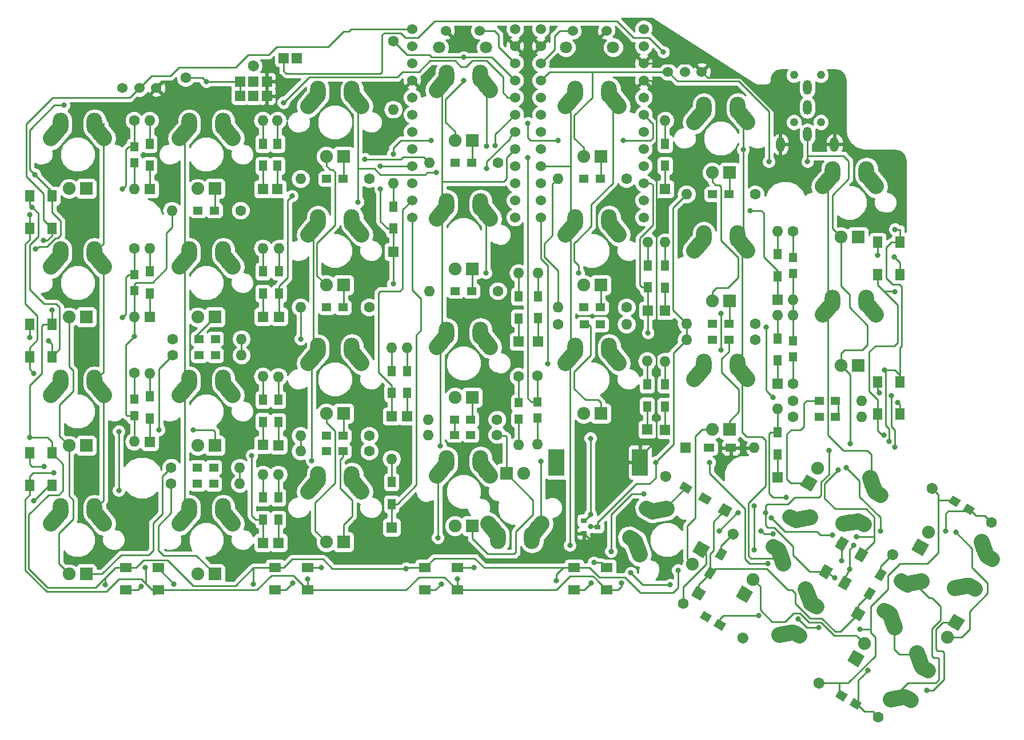
<source format=gtl>
G04 #@! TF.GenerationSoftware,KiCad,Pcbnew,(5.0.0)*
G04 #@! TF.CreationDate,2018-09-16T22:23:12+09:00*
G04 #@! TF.ProjectId,ergodash,6572676F646173682E6B696361645F70,2.0*
G04 #@! TF.SameCoordinates,Original*
G04 #@! TF.FileFunction,Copper,L1,Top,Signal*
G04 #@! TF.FilePolarity,Positive*
%FSLAX46Y46*%
G04 Gerber Fmt 4.6, Leading zero omitted, Abs format (unit mm)*
G04 Created by KiCad (PCBNEW (5.0.0)) date 09/16/18 22:23:12*
%MOMM*%
%LPD*%
G01*
G04 APERTURE LIST*
G04 #@! TA.AperFunction,ComponentPad*
%ADD10C,1.200000*%
G04 #@! TD*
G04 #@! TA.AperFunction,Conductor*
%ADD11C,0.100000*%
G04 #@! TD*
G04 #@! TA.AperFunction,ComponentPad*
%ADD12C,1.600000*%
G04 #@! TD*
G04 #@! TA.AperFunction,Conductor*
%ADD13C,1.600000*%
G04 #@! TD*
G04 #@! TA.AperFunction,ComponentPad*
%ADD14R,1.600000X1.200000*%
G04 #@! TD*
G04 #@! TA.AperFunction,ComponentPad*
%ADD15O,1.600000X1.600000*%
G04 #@! TD*
G04 #@! TA.AperFunction,ComponentPad*
%ADD16R,1.600000X1.600000*%
G04 #@! TD*
G04 #@! TA.AperFunction,ComponentPad*
%ADD17R,1.200000X1.600000*%
G04 #@! TD*
G04 #@! TA.AperFunction,ComponentPad*
%ADD18R,1.400000X1.200000*%
G04 #@! TD*
G04 #@! TA.AperFunction,ComponentPad*
%ADD19R,1.200000X1.400000*%
G04 #@! TD*
G04 #@! TA.AperFunction,SMDPad,CuDef*
%ADD20R,1.400000X1.800000*%
G04 #@! TD*
G04 #@! TA.AperFunction,SMDPad,CuDef*
%ADD21C,1.400000*%
G04 #@! TD*
G04 #@! TA.AperFunction,SMDPad,CuDef*
%ADD22R,1.800000X1.400000*%
G04 #@! TD*
G04 #@! TA.AperFunction,ComponentPad*
%ADD23C,1.905000*%
G04 #@! TD*
G04 #@! TA.AperFunction,ComponentPad*
%ADD24R,1.524000X1.524000*%
G04 #@! TD*
G04 #@! TA.AperFunction,ComponentPad*
%ADD25C,2.400000*%
G04 #@! TD*
G04 #@! TA.AperFunction,Conductor*
%ADD26C,2.400000*%
G04 #@! TD*
G04 #@! TA.AperFunction,ComponentPad*
%ADD27C,2.300000*%
G04 #@! TD*
G04 #@! TA.AperFunction,Conductor*
%ADD28C,2.300000*%
G04 #@! TD*
G04 #@! TA.AperFunction,ComponentPad*
%ADD29O,2.300000X3.337000*%
G04 #@! TD*
G04 #@! TA.AperFunction,SMDPad,CuDef*
%ADD30R,0.900000X0.800000*%
G04 #@! TD*
G04 #@! TA.AperFunction,ComponentPad*
%ADD31R,1.905000X1.905000*%
G04 #@! TD*
G04 #@! TA.AperFunction,ComponentPad*
%ADD32C,1.524000*%
G04 #@! TD*
G04 #@! TA.AperFunction,ComponentPad*
%ADD33C,1.800000*%
G04 #@! TD*
G04 #@! TA.AperFunction,ComponentPad*
%ADD34R,2.400000X4.000000*%
G04 #@! TD*
G04 #@! TA.AperFunction,WasherPad*
%ADD35C,1.210000*%
G04 #@! TD*
G04 #@! TA.AperFunction,ComponentPad*
%ADD36O,1.300000X2.200000*%
G04 #@! TD*
G04 #@! TA.AperFunction,ViaPad*
%ADD37C,0.800000*%
G04 #@! TD*
G04 #@! TA.AperFunction,Conductor*
%ADD38C,0.254000*%
G04 #@! TD*
G04 APERTURE END LIST*
D10*
G04 #@! TO.P,D68,1*
G04 #@! TO.N,/row4*
X204290000Y-142173212D03*
D11*
G04 #@! TD*
G04 #@! TO.N,/row4*
G04 #@! TO.C,D68*
G36*
X204409615Y-143166032D02*
X203370385Y-142566032D01*
X204170385Y-141180392D01*
X205209615Y-141780392D01*
X204409615Y-143166032D01*
X204409615Y-143166032D01*
G37*
D12*
G04 #@! TO.P,D68,2*
G04 #@! TO.N,Net-(D68-Pad2)*
X207645000Y-136362182D03*
D13*
G04 #@! TD*
G04 #@! TO.N,Net-(D68-Pad2)*
G04 #@! TO.C,D68*
X207645000Y-136362182D02*
X207645000Y-136362182D01*
D12*
G04 #@! TO.P,D68,1*
G04 #@! TO.N,/row4*
X202565000Y-145161000D03*
D11*
G04 #@! TD*
G04 #@! TO.N,/row4*
G04 #@! TO.C,D68*
G36*
X202857820Y-146253820D02*
X201472180Y-145453820D01*
X202272180Y-144068180D01*
X203657820Y-144868180D01*
X202857820Y-146253820D01*
X202857820Y-146253820D01*
G37*
D10*
G04 #@! TO.P,D68,2*
G04 #@! TO.N,Net-(D68-Pad2)*
X205920000Y-139349970D03*
D11*
G04 #@! TD*
G04 #@! TO.N,Net-(D68-Pad2)*
G04 #@! TO.C,D68*
G36*
X206039615Y-140342790D02*
X205000385Y-139742790D01*
X205800385Y-138357150D01*
X206839615Y-138957150D01*
X206039615Y-140342790D01*
X206039615Y-140342790D01*
G37*
D14*
G04 #@! TO.P,D1,1*
G04 #@! TO.N,Net-(D1-Pad1)*
X180488000Y-120523000D03*
D15*
G04 #@! TO.P,D1,2*
G04 #@! TO.N,GND*
X187198000Y-120523000D03*
D16*
G04 #@! TO.P,D1,1*
G04 #@! TO.N,Net-(D1-Pad1)*
X177038000Y-120523000D03*
D14*
G04 #@! TO.P,D1,2*
G04 #@! TO.N,GND*
X183748000Y-120523000D03*
G04 #@! TD*
D10*
G04 #@! TO.P,D34,1*
G04 #@! TO.N,/row4*
X180668000Y-139125212D03*
D11*
G04 #@! TD*
G04 #@! TO.N,/row4*
G04 #@! TO.C,D34*
G36*
X180787615Y-140118032D02*
X179748385Y-139518032D01*
X180548385Y-138132392D01*
X181587615Y-138732392D01*
X180787615Y-140118032D01*
X180787615Y-140118032D01*
G37*
D12*
G04 #@! TO.P,D34,2*
G04 #@! TO.N,Net-(D34-Pad2)*
X184023000Y-133314182D03*
D13*
G04 #@! TD*
G04 #@! TO.N,Net-(D34-Pad2)*
G04 #@! TO.C,D34*
X184023000Y-133314182D02*
X184023000Y-133314182D01*
D12*
G04 #@! TO.P,D34,1*
G04 #@! TO.N,/row4*
X178943000Y-142113000D03*
D11*
G04 #@! TD*
G04 #@! TO.N,/row4*
G04 #@! TO.C,D34*
G36*
X179235820Y-143205820D02*
X177850180Y-142405820D01*
X178650180Y-141020180D01*
X180035820Y-141820180D01*
X179235820Y-143205820D01*
X179235820Y-143205820D01*
G37*
D10*
G04 #@! TO.P,D34,2*
G04 #@! TO.N,Net-(D34-Pad2)*
X182298000Y-136301970D03*
D11*
G04 #@! TD*
G04 #@! TO.N,Net-(D34-Pad2)*
G04 #@! TO.C,D34*
G36*
X182417615Y-137294790D02*
X181378385Y-136694790D01*
X182178385Y-135309150D01*
X183217615Y-135909150D01*
X182417615Y-137294790D01*
X182417615Y-137294790D01*
G37*
D10*
G04 #@! TO.P,D33,1*
G04 #@! TO.N,/row4*
X179892212Y-128069000D03*
D11*
G04 #@! TD*
G04 #@! TO.N,/row4*
G04 #@! TO.C,D33*
G36*
X180885032Y-127949385D02*
X180285032Y-128988615D01*
X178899392Y-128188615D01*
X179499392Y-127149385D01*
X180885032Y-127949385D01*
X180885032Y-127949385D01*
G37*
D12*
G04 #@! TO.P,D33,2*
G04 #@! TO.N,Net-(D33-Pad2)*
X174081182Y-124714000D03*
D13*
G04 #@! TD*
G04 #@! TO.N,Net-(D33-Pad2)*
G04 #@! TO.C,D33*
X174081182Y-124714000D02*
X174081182Y-124714000D01*
D12*
G04 #@! TO.P,D33,1*
G04 #@! TO.N,/row4*
X182880000Y-129794000D03*
D11*
G04 #@! TD*
G04 #@! TO.N,/row4*
G04 #@! TO.C,D33*
G36*
X183972820Y-129501180D02*
X183172820Y-130886820D01*
X181787180Y-130086820D01*
X182587180Y-128701180D01*
X183972820Y-129501180D01*
X183972820Y-129501180D01*
G37*
D10*
G04 #@! TO.P,D33,2*
G04 #@! TO.N,Net-(D33-Pad2)*
X177068970Y-126439000D03*
D11*
G04 #@! TD*
G04 #@! TO.N,Net-(D33-Pad2)*
G04 #@! TO.C,D33*
G36*
X178061790Y-126319385D02*
X177461790Y-127358615D01*
X176076150Y-126558615D01*
X176676150Y-125519385D01*
X178061790Y-126319385D01*
X178061790Y-126319385D01*
G37*
D17*
G04 #@! TO.P,D32,1*
G04 #@! TO.N,/row4*
X133477000Y-128884000D03*
D15*
G04 #@! TO.P,D32,2*
G04 #@! TO.N,Net-(D32-Pad2)*
X133477000Y-122174000D03*
D16*
G04 #@! TO.P,D32,1*
G04 #@! TO.N,/row4*
X133477000Y-132334000D03*
D17*
G04 #@! TO.P,D32,2*
G04 #@! TO.N,Net-(D32-Pad2)*
X133477000Y-125624000D03*
G04 #@! TD*
G04 #@! TO.P,D31,1*
G04 #@! TO.N,/row4*
X116713000Y-131170000D03*
D15*
G04 #@! TO.P,D31,2*
G04 #@! TO.N,Net-(D31-Pad2)*
X116713000Y-124460000D03*
D16*
G04 #@! TO.P,D31,1*
G04 #@! TO.N,/row4*
X116713000Y-134620000D03*
D17*
G04 #@! TO.P,D31,2*
G04 #@! TO.N,Net-(D31-Pad2)*
X116713000Y-127910000D03*
G04 #@! TD*
G04 #@! TO.P,D30,1*
G04 #@! TO.N,/row4*
X114427000Y-131170000D03*
D15*
G04 #@! TO.P,D30,2*
G04 #@! TO.N,Net-(D30-Pad2)*
X114427000Y-124460000D03*
D16*
G04 #@! TO.P,D30,1*
G04 #@! TO.N,/row4*
X114427000Y-134620000D03*
D17*
G04 #@! TO.P,D30,2*
G04 #@! TO.N,Net-(D30-Pad2)*
X114427000Y-127910000D03*
G04 #@! TD*
G04 #@! TO.P,D29,1*
G04 #@! TO.N,/row4*
X97663000Y-116184000D03*
D15*
G04 #@! TO.P,D29,2*
G04 #@! TO.N,Net-(D29-Pad2)*
X97663000Y-109474000D03*
D16*
G04 #@! TO.P,D29,1*
G04 #@! TO.N,/row4*
X97663000Y-119634000D03*
D17*
G04 #@! TO.P,D29,2*
G04 #@! TO.N,Net-(D29-Pad2)*
X97663000Y-112924000D03*
G04 #@! TD*
G04 #@! TO.P,D28,1*
G04 #@! TO.N,/row3*
X190627000Y-121497000D03*
D15*
G04 #@! TO.P,D28,2*
G04 #@! TO.N,Net-(D28-Pad2)*
X190627000Y-114787000D03*
D16*
G04 #@! TO.P,D28,1*
G04 #@! TO.N,/row3*
X190627000Y-124947000D03*
D17*
G04 #@! TO.P,D28,2*
G04 #@! TO.N,Net-(D28-Pad2)*
X190627000Y-118237000D03*
G04 #@! TD*
G04 #@! TO.P,D27,1*
G04 #@! TO.N,/row2*
X190627000Y-107569000D03*
D15*
G04 #@! TO.P,D27,2*
G04 #@! TO.N,Net-(D27-Pad2)*
X190627000Y-100859000D03*
D16*
G04 #@! TO.P,D27,1*
G04 #@! TO.N,/row2*
X190627000Y-111019000D03*
D17*
G04 #@! TO.P,D27,2*
G04 #@! TO.N,Net-(D27-Pad2)*
X190627000Y-104309000D03*
G04 #@! TD*
G04 #@! TO.P,D26,1*
G04 #@! TO.N,/row1*
X190627000Y-95102000D03*
D15*
G04 #@! TO.P,D26,2*
G04 #@! TO.N,Net-(D26-Pad2)*
X190627000Y-88392000D03*
D16*
G04 #@! TO.P,D26,1*
G04 #@! TO.N,/row1*
X190627000Y-98552000D03*
D17*
G04 #@! TO.P,D26,2*
G04 #@! TO.N,Net-(D26-Pad2)*
X190627000Y-91842000D03*
G04 #@! TD*
G04 #@! TO.P,D24,1*
G04 #@! TO.N,/row3*
X173990000Y-114406000D03*
D15*
G04 #@! TO.P,D24,2*
G04 #@! TO.N,Net-(D24-Pad2)*
X173990000Y-107696000D03*
D16*
G04 #@! TO.P,D24,1*
G04 #@! TO.N,/row3*
X173990000Y-117856000D03*
D17*
G04 #@! TO.P,D24,2*
G04 #@! TO.N,Net-(D24-Pad2)*
X173990000Y-111146000D03*
G04 #@! TD*
G04 #@! TO.P,D23,1*
G04 #@! TO.N,/row2*
X173990000Y-96774000D03*
D15*
G04 #@! TO.P,D23,2*
G04 #@! TO.N,Net-(D23-Pad2)*
X173990000Y-90064000D03*
D16*
G04 #@! TO.P,D23,1*
G04 #@! TO.N,/row2*
X173990000Y-100224000D03*
D17*
G04 #@! TO.P,D23,2*
G04 #@! TO.N,Net-(D23-Pad2)*
X173990000Y-93514000D03*
G04 #@! TD*
G04 #@! TO.P,D22,1*
G04 #@! TO.N,/row1*
X173990000Y-78719000D03*
D15*
G04 #@! TO.P,D22,2*
G04 #@! TO.N,Net-(D22-Pad2)*
X173990000Y-72009000D03*
D16*
G04 #@! TO.P,D22,1*
G04 #@! TO.N,/row1*
X173990000Y-82169000D03*
D17*
G04 #@! TO.P,D22,2*
G04 #@! TO.N,Net-(D22-Pad2)*
X173990000Y-75459000D03*
G04 #@! TD*
G04 #@! TO.P,D20,1*
G04 #@! TO.N,/row3*
X171323000Y-114385000D03*
D15*
G04 #@! TO.P,D20,2*
G04 #@! TO.N,Net-(D20-Pad2)*
X171323000Y-107675000D03*
D16*
G04 #@! TO.P,D20,1*
G04 #@! TO.N,/row3*
X171323000Y-117835000D03*
D17*
G04 #@! TO.P,D20,2*
G04 #@! TO.N,Net-(D20-Pad2)*
X171323000Y-111125000D03*
G04 #@! TD*
G04 #@! TO.P,D15,1*
G04 #@! TO.N,/row2*
X152273000Y-101346000D03*
D15*
G04 #@! TO.P,D15,2*
G04 #@! TO.N,Net-(D15-Pad2)*
X152273000Y-94636000D03*
D16*
G04 #@! TO.P,D15,1*
G04 #@! TO.N,/row2*
X152273000Y-104796000D03*
D17*
G04 #@! TO.P,D15,2*
G04 #@! TO.N,Net-(D15-Pad2)*
X152273000Y-98086000D03*
G04 #@! TD*
G04 #@! TO.P,D14,1*
G04 #@! TO.N,/row1*
X133731000Y-88011000D03*
D15*
G04 #@! TO.P,D14,2*
G04 #@! TO.N,Net-(D14-Pad2)*
X133731000Y-81301000D03*
D16*
G04 #@! TO.P,D14,1*
G04 #@! TO.N,/row1*
X133731000Y-91461000D03*
D17*
G04 #@! TO.P,D14,2*
G04 #@! TO.N,Net-(D14-Pad2)*
X133731000Y-84751000D03*
G04 #@! TD*
G04 #@! TO.P,D12,1*
G04 #@! TO.N,/row3*
X133477000Y-112395000D03*
D15*
G04 #@! TO.P,D12,2*
G04 #@! TO.N,Net-(D12-Pad2)*
X133477000Y-105685000D03*
D16*
G04 #@! TO.P,D12,1*
G04 #@! TO.N,/row3*
X133477000Y-115845000D03*
D17*
G04 #@! TO.P,D12,2*
G04 #@! TO.N,Net-(D12-Pad2)*
X133477000Y-109135000D03*
G04 #@! TD*
G04 #@! TO.P,D11,1*
G04 #@! TO.N,/row2*
X116840000Y-97642000D03*
D15*
G04 #@! TO.P,D11,2*
G04 #@! TO.N,Net-(D11-Pad2)*
X116840000Y-90932000D03*
D16*
G04 #@! TO.P,D11,1*
G04 #@! TO.N,/row2*
X116840000Y-101092000D03*
D17*
G04 #@! TO.P,D11,2*
G04 #@! TO.N,Net-(D11-Pad2)*
X116840000Y-94382000D03*
G04 #@! TD*
G04 #@! TO.P,D10,1*
G04 #@! TO.N,/row1*
X116586000Y-78719000D03*
D15*
G04 #@! TO.P,D10,2*
G04 #@! TO.N,Net-(D10-Pad2)*
X116586000Y-72009000D03*
D16*
G04 #@! TO.P,D10,1*
G04 #@! TO.N,/row1*
X116586000Y-82169000D03*
D17*
G04 #@! TO.P,D10,2*
G04 #@! TO.N,Net-(D10-Pad2)*
X116586000Y-75459000D03*
G04 #@! TD*
G04 #@! TO.P,D8,1*
G04 #@! TO.N,/row3*
X116713000Y-116692000D03*
D15*
G04 #@! TO.P,D8,2*
G04 #@! TO.N,Net-(D8-Pad2)*
X116713000Y-109982000D03*
D16*
G04 #@! TO.P,D8,1*
G04 #@! TO.N,/row3*
X116713000Y-120142000D03*
D17*
G04 #@! TO.P,D8,2*
G04 #@! TO.N,Net-(D8-Pad2)*
X116713000Y-113432000D03*
G04 #@! TD*
G04 #@! TO.P,D7,1*
G04 #@! TO.N,/row2*
X114427000Y-97642000D03*
D15*
G04 #@! TO.P,D7,2*
G04 #@! TO.N,Net-(D7-Pad2)*
X114427000Y-90932000D03*
D16*
G04 #@! TO.P,D7,1*
G04 #@! TO.N,/row2*
X114427000Y-101092000D03*
D17*
G04 #@! TO.P,D7,2*
G04 #@! TO.N,Net-(D7-Pad2)*
X114427000Y-94382000D03*
G04 #@! TD*
G04 #@! TO.P,D6,1*
G04 #@! TO.N,/row1*
X114427000Y-78719000D03*
D15*
G04 #@! TO.P,D6,2*
G04 #@! TO.N,Net-(D6-Pad2)*
X114427000Y-72009000D03*
D16*
G04 #@! TO.P,D6,1*
G04 #@! TO.N,/row1*
X114427000Y-82169000D03*
D17*
G04 #@! TO.P,D6,2*
G04 #@! TO.N,Net-(D6-Pad2)*
X114427000Y-75459000D03*
G04 #@! TD*
G04 #@! TO.P,D4,1*
G04 #@! TO.N,/row3*
X114427000Y-116671000D03*
D15*
G04 #@! TO.P,D4,2*
G04 #@! TO.N,Net-(D4-Pad2)*
X114427000Y-109961000D03*
D16*
G04 #@! TO.P,D4,1*
G04 #@! TO.N,/row3*
X114427000Y-120121000D03*
D17*
G04 #@! TO.P,D4,2*
G04 #@! TO.N,Net-(D4-Pad2)*
X114427000Y-113411000D03*
G04 #@! TD*
G04 #@! TO.P,D3,1*
G04 #@! TO.N,/row2*
X97663000Y-97642000D03*
D15*
G04 #@! TO.P,D3,2*
G04 #@! TO.N,Net-(D3-Pad2)*
X97663000Y-90932000D03*
D16*
G04 #@! TO.P,D3,1*
G04 #@! TO.N,/row2*
X97663000Y-101092000D03*
D17*
G04 #@! TO.P,D3,2*
G04 #@! TO.N,Net-(D3-Pad2)*
X97663000Y-94382000D03*
G04 #@! TD*
G04 #@! TO.P,D2,1*
G04 #@! TO.N,/row1*
X97663000Y-78719000D03*
D15*
G04 #@! TO.P,D2,2*
G04 #@! TO.N,Net-(D2-Pad2)*
X97663000Y-72009000D03*
D16*
G04 #@! TO.P,D2,1*
G04 #@! TO.N,/row1*
X97663000Y-82169000D03*
D17*
G04 #@! TO.P,D2,2*
G04 #@! TO.N,Net-(D2-Pad2)*
X97663000Y-75459000D03*
G04 #@! TD*
G04 #@! TO.P,D16,1*
G04 #@! TO.N,/row3*
X135763000Y-112395000D03*
D15*
G04 #@! TO.P,D16,2*
G04 #@! TO.N,Net-(D16-Pad2)*
X135763000Y-105685000D03*
D16*
G04 #@! TO.P,D16,1*
G04 #@! TO.N,/row3*
X135763000Y-115845000D03*
D17*
G04 #@! TO.P,D16,2*
G04 #@! TO.N,Net-(D16-Pad2)*
X135763000Y-109135000D03*
G04 #@! TD*
G04 #@! TO.P,D18,1*
G04 #@! TO.N,/row1*
X155194000Y-101304000D03*
D15*
G04 #@! TO.P,D18,2*
G04 #@! TO.N,Net-(D18-Pad2)*
X155194000Y-94594000D03*
D16*
G04 #@! TO.P,D18,1*
G04 #@! TO.N,/row1*
X155194000Y-104754000D03*
D17*
G04 #@! TO.P,D18,2*
G04 #@! TO.N,Net-(D18-Pad2)*
X155194000Y-98044000D03*
G04 #@! TD*
G04 #@! TO.P,D19,1*
G04 #@! TO.N,/row2*
X171450000Y-96732000D03*
D15*
G04 #@! TO.P,D19,2*
G04 #@! TO.N,Net-(D19-Pad2)*
X171450000Y-90022000D03*
D16*
G04 #@! TO.P,D19,1*
G04 #@! TO.N,/row2*
X171450000Y-100182000D03*
D17*
G04 #@! TO.P,D19,2*
G04 #@! TO.N,Net-(D19-Pad2)*
X171450000Y-93472000D03*
G04 #@! TD*
D10*
G04 #@! TO.P,R39,2*
G04 #@! TO.N,Net-(Q1-Pad3)*
X200126070Y-157304000D03*
D11*
G04 #@! TD*
G04 #@! TO.N,Net-(Q1-Pad3)*
G04 #@! TO.C,R39*
G36*
X201032288Y-157134385D02*
X200432288Y-158173615D01*
X199219852Y-157473615D01*
X199819852Y-156434385D01*
X201032288Y-157134385D01*
X201032288Y-157134385D01*
G37*
D12*
G04 #@! TO.P,R39,1*
G04 #@! TO.N,Net-(D72-Pad1)*
X205582030Y-160454000D03*
G04 #@! TO.P,R39,2*
G04 #@! TO.N,Net-(Q1-Pad3)*
X196783212Y-155374000D03*
D13*
G04 #@! TD*
G04 #@! TO.N,Net-(Q1-Pad3)*
G04 #@! TO.C,R39*
X196783212Y-155374000D02*
X196783212Y-155374000D01*
D10*
G04 #@! TO.P,R39,1*
G04 #@! TO.N,Net-(D72-Pad1)*
X202204531Y-158504000D03*
D11*
G04 #@! TD*
G04 #@! TO.N,Net-(D72-Pad1)*
G04 #@! TO.C,R39*
G36*
X203110749Y-158334385D02*
X202510749Y-159373615D01*
X201298313Y-158673615D01*
X201898313Y-157634385D01*
X203110749Y-158334385D01*
X203110749Y-158334385D01*
G37*
D18*
G04 #@! TO.P,R38,2*
G04 #@! TO.N,Net-(Q1-Pad3)*
X199213000Y-115951000D03*
D12*
G04 #@! TO.P,R38,1*
G04 #@! TO.N,Net-(D71-Pad1)*
X192913000Y-115951000D03*
D15*
G04 #@! TO.P,R38,2*
G04 #@! TO.N,Net-(Q1-Pad3)*
X203073000Y-115951000D03*
D18*
G04 #@! TO.P,R38,1*
G04 #@! TO.N,Net-(D71-Pad1)*
X196813000Y-115951000D03*
G04 #@! TD*
D10*
G04 #@! TO.P,R37,2*
G04 #@! TO.N,Net-(Q1-Pad3)*
X216890070Y-128475000D03*
D11*
G04 #@! TD*
G04 #@! TO.N,Net-(Q1-Pad3)*
G04 #@! TO.C,R37*
G36*
X217796288Y-128305385D02*
X217196288Y-129344615D01*
X215983852Y-128644615D01*
X216583852Y-127605385D01*
X217796288Y-128305385D01*
X217796288Y-128305385D01*
G37*
D12*
G04 #@! TO.P,R37,1*
G04 #@! TO.N,Net-(D70-Pad1)*
X222346030Y-131625000D03*
G04 #@! TO.P,R37,2*
G04 #@! TO.N,Net-(Q1-Pad3)*
X213547212Y-126545000D03*
D13*
G04 #@! TD*
G04 #@! TO.N,Net-(Q1-Pad3)*
G04 #@! TO.C,R37*
X213547212Y-126545000D02*
X213547212Y-126545000D01*
D10*
G04 #@! TO.P,R37,1*
G04 #@! TO.N,Net-(D70-Pad1)*
X218968531Y-129675000D03*
D11*
G04 #@! TD*
G04 #@! TO.N,Net-(D70-Pad1)*
G04 #@! TO.C,R37*
G36*
X219874749Y-129505385D02*
X219274749Y-130544615D01*
X218062313Y-129844615D01*
X218662313Y-128805385D01*
X219874749Y-129505385D01*
X219874749Y-129505385D01*
G37*
D18*
G04 #@! TO.P,R14,2*
G04 #@! TO.N,Net-(Q1-Pad3)*
X199213000Y-113538000D03*
D12*
G04 #@! TO.P,R14,1*
G04 #@! TO.N,Net-(D69-Pad1)*
X192913000Y-113538000D03*
D15*
G04 #@! TO.P,R14,2*
G04 #@! TO.N,Net-(Q1-Pad3)*
X203073000Y-113538000D03*
D18*
G04 #@! TO.P,R14,1*
G04 #@! TO.N,Net-(D69-Pad1)*
X196813000Y-113538000D03*
G04 #@! TD*
G04 #@! TO.P,R36,2*
G04 #@! TO.N,Net-(Q1-Pad3)*
X142798000Y-118618000D03*
D12*
G04 #@! TO.P,R36,1*
G04 #@! TO.N,Net-(D66-Pad1)*
X149098000Y-118618000D03*
D15*
G04 #@! TO.P,R36,2*
G04 #@! TO.N,Net-(Q1-Pad3)*
X138938000Y-118618000D03*
D18*
G04 #@! TO.P,R36,1*
G04 #@! TO.N,Net-(D66-Pad1)*
X145198000Y-118618000D03*
G04 #@! TD*
G04 #@! TO.P,R35,2*
G04 #@! TO.N,Net-(Q1-Pad3)*
X123875000Y-121031000D03*
D12*
G04 #@! TO.P,R35,1*
G04 #@! TO.N,Net-(D65-Pad1)*
X130175000Y-121031000D03*
D15*
G04 #@! TO.P,R35,2*
G04 #@! TO.N,Net-(Q1-Pad3)*
X120015000Y-121031000D03*
D18*
G04 #@! TO.P,R35,1*
G04 #@! TO.N,Net-(D65-Pad1)*
X126275000Y-121031000D03*
G04 #@! TD*
G04 #@! TO.P,R34,2*
G04 #@! TO.N,Net-(Q1-Pad3)*
X107138000Y-125857000D03*
D12*
G04 #@! TO.P,R34,1*
G04 #@! TO.N,Net-(D64-Pad1)*
X100838000Y-125857000D03*
D15*
G04 #@! TO.P,R34,2*
G04 #@! TO.N,Net-(Q1-Pad3)*
X110998000Y-125857000D03*
D18*
G04 #@! TO.P,R34,1*
G04 #@! TO.N,Net-(D64-Pad1)*
X104738000Y-125857000D03*
G04 #@! TD*
G04 #@! TO.P,R33,2*
G04 #@! TO.N,Net-(Q1-Pad3)*
X107138000Y-123444000D03*
D12*
G04 #@! TO.P,R33,1*
G04 #@! TO.N,Net-(D63-Pad1)*
X100838000Y-123444000D03*
D15*
G04 #@! TO.P,R33,2*
G04 #@! TO.N,Net-(Q1-Pad3)*
X110998000Y-123444000D03*
D18*
G04 #@! TO.P,R33,1*
G04 #@! TO.N,Net-(D63-Pad1)*
X104738000Y-123444000D03*
G04 #@! TD*
D10*
G04 #@! TO.P,R32,2*
G04 #@! TO.N,Net-(Q1-Pad3)*
X182112960Y-146787000D03*
D11*
G04 #@! TD*
G04 #@! TO.N,Net-(Q1-Pad3)*
G04 #@! TO.C,R32*
G36*
X181206742Y-146956615D02*
X181806742Y-145917385D01*
X183019178Y-146617385D01*
X182419178Y-147656615D01*
X181206742Y-146956615D01*
X181206742Y-146956615D01*
G37*
D12*
G04 #@! TO.P,R32,1*
G04 #@! TO.N,Net-(D62-Pad1)*
X176657000Y-143637000D03*
G04 #@! TO.P,R32,2*
G04 #@! TO.N,Net-(Q1-Pad3)*
X185455818Y-148717000D03*
D13*
G04 #@! TD*
G04 #@! TO.N,Net-(Q1-Pad3)*
G04 #@! TO.C,R32*
X185455818Y-148717000D02*
X185455818Y-148717000D01*
D10*
G04 #@! TO.P,R32,1*
G04 #@! TO.N,Net-(D62-Pad1)*
X180034499Y-145587000D03*
D11*
G04 #@! TD*
G04 #@! TO.N,Net-(D62-Pad1)*
G04 #@! TO.C,R32*
G36*
X179128281Y-145756615D02*
X179728281Y-144717385D01*
X180940717Y-145417385D01*
X180340717Y-146456615D01*
X179128281Y-145756615D01*
X179128281Y-145756615D01*
G37*
D18*
G04 #@! TO.P,R31,2*
G04 #@! TO.N,Net-(Q1-Pad3)*
X181025000Y-104521000D03*
D12*
G04 #@! TO.P,R31,1*
G04 #@! TO.N,Net-(D61-Pad1)*
X187325000Y-104521000D03*
D15*
G04 #@! TO.P,R31,2*
G04 #@! TO.N,Net-(Q1-Pad3)*
X177165000Y-104521000D03*
D18*
G04 #@! TO.P,R31,1*
G04 #@! TO.N,Net-(D61-Pad1)*
X183425000Y-104521000D03*
G04 #@! TD*
G04 #@! TO.P,R30,2*
G04 #@! TO.N,Net-(Q1-Pad3)*
X164415000Y-102235000D03*
D12*
G04 #@! TO.P,R30,1*
G04 #@! TO.N,Net-(D60-Pad1)*
X158115000Y-102235000D03*
D15*
G04 #@! TO.P,R30,2*
G04 #@! TO.N,Net-(Q1-Pad3)*
X168275000Y-102235000D03*
D18*
G04 #@! TO.P,R30,1*
G04 #@! TO.N,Net-(D60-Pad1)*
X162015000Y-102235000D03*
G04 #@! TD*
G04 #@! TO.P,R29,2*
G04 #@! TO.N,Net-(Q1-Pad3)*
X142798000Y-116332000D03*
D12*
G04 #@! TO.P,R29,1*
G04 #@! TO.N,Net-(D59-Pad1)*
X149098000Y-116332000D03*
D15*
G04 #@! TO.P,R29,2*
G04 #@! TO.N,Net-(Q1-Pad3)*
X138938000Y-116332000D03*
D18*
G04 #@! TO.P,R29,1*
G04 #@! TO.N,Net-(D59-Pad1)*
X145198000Y-116332000D03*
G04 #@! TD*
G04 #@! TO.P,R28,2*
G04 #@! TO.N,Net-(Q1-Pad3)*
X123875000Y-118745000D03*
D12*
G04 #@! TO.P,R28,1*
G04 #@! TO.N,Net-(D58-Pad1)*
X130175000Y-118745000D03*
D15*
G04 #@! TO.P,R28,2*
G04 #@! TO.N,Net-(Q1-Pad3)*
X120015000Y-118745000D03*
D18*
G04 #@! TO.P,R28,1*
G04 #@! TO.N,Net-(D58-Pad1)*
X126275000Y-118745000D03*
G04 #@! TD*
D19*
G04 #@! TO.P,R27,2*
G04 #@! TO.N,Net-(Q1-Pad3)*
X95377000Y-115753000D03*
D12*
G04 #@! TO.P,R27,1*
G04 #@! TO.N,Net-(D57-Pad1)*
X95377000Y-109453000D03*
D15*
G04 #@! TO.P,R27,2*
G04 #@! TO.N,Net-(Q1-Pad3)*
X95377000Y-119613000D03*
D19*
G04 #@! TO.P,R27,1*
G04 #@! TO.N,Net-(D57-Pad1)*
X95377000Y-113353000D03*
G04 #@! TD*
D18*
G04 #@! TO.P,R26,2*
G04 #@! TO.N,Net-(Q1-Pad3)*
X107392000Y-106807000D03*
D12*
G04 #@! TO.P,R26,1*
G04 #@! TO.N,Net-(D56-Pad1)*
X101092000Y-106807000D03*
D15*
G04 #@! TO.P,R26,2*
G04 #@! TO.N,Net-(Q1-Pad3)*
X111252000Y-106807000D03*
D18*
G04 #@! TO.P,R26,1*
G04 #@! TO.N,Net-(D56-Pad1)*
X104992000Y-106807000D03*
G04 #@! TD*
D19*
G04 #@! TO.P,R25,2*
G04 #@! TO.N,Net-(Q1-Pad3)*
X192913000Y-104698000D03*
D12*
G04 #@! TO.P,R25,1*
G04 #@! TO.N,Net-(D55-Pad1)*
X192913000Y-110998000D03*
D15*
G04 #@! TO.P,R25,2*
G04 #@! TO.N,Net-(Q1-Pad3)*
X192913000Y-100838000D03*
D19*
G04 #@! TO.P,R25,1*
G04 #@! TO.N,Net-(D55-Pad1)*
X192913000Y-107098000D03*
G04 #@! TD*
D18*
G04 #@! TO.P,R24,2*
G04 #@! TO.N,Net-(Q1-Pad3)*
X181025000Y-102108000D03*
D12*
G04 #@! TO.P,R24,1*
G04 #@! TO.N,Net-(D54-Pad1)*
X187325000Y-102108000D03*
D15*
G04 #@! TO.P,R24,2*
G04 #@! TO.N,Net-(Q1-Pad3)*
X177165000Y-102108000D03*
D18*
G04 #@! TO.P,R24,1*
G04 #@! TO.N,Net-(D54-Pad1)*
X183425000Y-102108000D03*
G04 #@! TD*
G04 #@! TO.P,R23,2*
G04 #@! TO.N,Net-(Q1-Pad3)*
X161975000Y-99695000D03*
D12*
G04 #@! TO.P,R23,1*
G04 #@! TO.N,Net-(D53-Pad1)*
X168275000Y-99695000D03*
D15*
G04 #@! TO.P,R23,2*
G04 #@! TO.N,Net-(Q1-Pad3)*
X158115000Y-99695000D03*
D18*
G04 #@! TO.P,R23,1*
G04 #@! TO.N,Net-(D53-Pad1)*
X164375000Y-99695000D03*
G04 #@! TD*
G04 #@! TO.P,R22,2*
G04 #@! TO.N,Net-(Q1-Pad3)*
X142925000Y-97282000D03*
D12*
G04 #@! TO.P,R22,1*
G04 #@! TO.N,Net-(D52-Pad1)*
X149225000Y-97282000D03*
D15*
G04 #@! TO.P,R22,2*
G04 #@! TO.N,Net-(Q1-Pad3)*
X139065000Y-97282000D03*
D18*
G04 #@! TO.P,R22,1*
G04 #@! TO.N,Net-(D52-Pad1)*
X145325000Y-97282000D03*
G04 #@! TD*
G04 #@! TO.P,R21,2*
G04 #@! TO.N,Net-(Q1-Pad3)*
X123875000Y-99695000D03*
D12*
G04 #@! TO.P,R21,1*
G04 #@! TO.N,Net-(D51-Pad1)*
X130175000Y-99695000D03*
D15*
G04 #@! TO.P,R21,2*
G04 #@! TO.N,Net-(Q1-Pad3)*
X120015000Y-99695000D03*
D18*
G04 #@! TO.P,R21,1*
G04 #@! TO.N,Net-(D51-Pad1)*
X126275000Y-99695000D03*
G04 #@! TD*
G04 #@! TO.P,R20,2*
G04 #@! TO.N,Net-(Q1-Pad3)*
X107392000Y-104394000D03*
D12*
G04 #@! TO.P,R20,1*
G04 #@! TO.N,Net-(D50-Pad1)*
X101092000Y-104394000D03*
D15*
G04 #@! TO.P,R20,2*
G04 #@! TO.N,Net-(Q1-Pad3)*
X111252000Y-104394000D03*
D18*
G04 #@! TO.P,R20,1*
G04 #@! TO.N,Net-(D50-Pad1)*
X104992000Y-104394000D03*
G04 #@! TD*
D19*
G04 #@! TO.P,R19,2*
G04 #@! TO.N,Net-(Q1-Pad3)*
X95377000Y-97232000D03*
D12*
G04 #@! TO.P,R19,1*
G04 #@! TO.N,Net-(D49-Pad1)*
X95377000Y-90932000D03*
D15*
G04 #@! TO.P,R19,2*
G04 #@! TO.N,Net-(Q1-Pad3)*
X95377000Y-101092000D03*
D19*
G04 #@! TO.P,R19,1*
G04 #@! TO.N,Net-(D49-Pad1)*
X95377000Y-94832000D03*
G04 #@! TD*
G04 #@! TO.P,R18,2*
G04 #@! TO.N,Net-(Q1-Pad3)*
X192913000Y-94713000D03*
D12*
G04 #@! TO.P,R18,1*
G04 #@! TO.N,Net-(D48-Pad1)*
X192913000Y-88413000D03*
D15*
G04 #@! TO.P,R18,2*
G04 #@! TO.N,Net-(Q1-Pad3)*
X192913000Y-98573000D03*
D19*
G04 #@! TO.P,R18,1*
G04 #@! TO.N,Net-(D48-Pad1)*
X192913000Y-92313000D03*
G04 #@! TD*
D18*
G04 #@! TO.P,R16,2*
G04 #@! TO.N,Net-(Q1-Pad3)*
X161975000Y-80645000D03*
D12*
G04 #@! TO.P,R16,1*
G04 #@! TO.N,Net-(D46-Pad1)*
X168275000Y-80645000D03*
D15*
G04 #@! TO.P,R16,2*
G04 #@! TO.N,Net-(Q1-Pad3)*
X158115000Y-80645000D03*
D18*
G04 #@! TO.P,R16,1*
G04 #@! TO.N,Net-(D46-Pad1)*
X164375000Y-80645000D03*
G04 #@! TD*
G04 #@! TO.P,R15,2*
G04 #@! TO.N,Net-(Q1-Pad3)*
X142925000Y-78232000D03*
D12*
G04 #@! TO.P,R15,1*
G04 #@! TO.N,Net-(D45-Pad1)*
X149225000Y-78232000D03*
D15*
G04 #@! TO.P,R15,2*
G04 #@! TO.N,Net-(Q1-Pad3)*
X139065000Y-78232000D03*
D18*
G04 #@! TO.P,R15,1*
G04 #@! TO.N,Net-(D45-Pad1)*
X145325000Y-78232000D03*
G04 #@! TD*
G04 #@! TO.P,R12,2*
G04 #@! TO.N,Net-(Q1-Pad3)*
X123875000Y-80645000D03*
D12*
G04 #@! TO.P,R12,1*
G04 #@! TO.N,Net-(D44-Pad1)*
X130175000Y-80645000D03*
D15*
G04 #@! TO.P,R12,2*
G04 #@! TO.N,Net-(Q1-Pad3)*
X120015000Y-80645000D03*
D18*
G04 #@! TO.P,R12,1*
G04 #@! TO.N,Net-(D44-Pad1)*
X126275000Y-80645000D03*
G04 #@! TD*
G04 #@! TO.P,R11,2*
G04 #@! TO.N,Net-(Q1-Pad3)*
X104825000Y-85344000D03*
D12*
G04 #@! TO.P,R11,1*
G04 #@! TO.N,Net-(D43-Pad1)*
X111125000Y-85344000D03*
D15*
G04 #@! TO.P,R11,2*
G04 #@! TO.N,Net-(Q1-Pad3)*
X100965000Y-85344000D03*
D18*
G04 #@! TO.P,R11,1*
G04 #@! TO.N,Net-(D43-Pad1)*
X107225000Y-85344000D03*
G04 #@! TD*
D19*
G04 #@! TO.P,R10,2*
G04 #@! TO.N,Net-(Q1-Pad3)*
X95377000Y-78309000D03*
D12*
G04 #@! TO.P,R10,1*
G04 #@! TO.N,Net-(D42-Pad1)*
X95377000Y-72009000D03*
D15*
G04 #@! TO.P,R10,2*
G04 #@! TO.N,Net-(Q1-Pad3)*
X95377000Y-82169000D03*
D19*
G04 #@! TO.P,R10,1*
G04 #@! TO.N,Net-(D42-Pad1)*
X95377000Y-75909000D03*
G04 #@! TD*
G04 #@! TO.P,R13,2*
G04 #@! TO.N,Net-(Q1-Pad1)*
X152273000Y-116261000D03*
D12*
G04 #@! TO.P,R13,1*
G04 #@! TO.N,/Backlight*
X152273000Y-109961000D03*
D15*
G04 #@! TO.P,R13,2*
G04 #@! TO.N,Net-(Q1-Pad1)*
X152273000Y-120121000D03*
D19*
G04 #@! TO.P,R13,1*
G04 #@! TO.N,/Backlight*
X152273000Y-113861000D03*
G04 #@! TD*
D18*
G04 #@! TO.P,R17,2*
G04 #@! TO.N,Net-(Q1-Pad3)*
X181025000Y-82931000D03*
D12*
G04 #@! TO.P,R17,1*
G04 #@! TO.N,Net-(D47-Pad1)*
X187325000Y-82931000D03*
D15*
G04 #@! TO.P,R17,2*
G04 #@! TO.N,Net-(Q1-Pad3)*
X177165000Y-82931000D03*
D18*
G04 #@! TO.P,R17,1*
G04 #@! TO.N,Net-(D47-Pad1)*
X183425000Y-82931000D03*
G04 #@! TD*
D19*
G04 #@! TO.P,R3,2*
G04 #@! TO.N,Net-(D1-Pad1)*
X155067000Y-116155000D03*
D12*
G04 #@! TO.P,R3,1*
G04 #@! TO.N,/Audio*
X155067000Y-109855000D03*
D15*
G04 #@! TO.P,R3,2*
G04 #@! TO.N,Net-(D1-Pad1)*
X155067000Y-120015000D03*
D19*
G04 #@! TO.P,R3,1*
G04 #@! TO.N,/Audio*
X155067000Y-113755000D03*
G04 #@! TD*
D20*
G04 #@! TO.P,LED11,4*
G04 #@! TO.N,/xtradata*
X208787000Y-94856000D03*
G04 #@! TO.P,LED11,3*
G04 #@! TO.N,Net-(J5-Pad2)*
X205487000Y-94856000D03*
G04 #@! TO.P,LED11,2*
G04 #@! TO.N,Net-(LED10-Pad4)*
X205487000Y-90056000D03*
G04 #@! TO.P,LED11,1*
G04 #@! TO.N,Net-(J4-Pad2)*
X208787000Y-90056000D03*
G04 #@! TD*
G04 #@! TO.P,LED10,4*
G04 #@! TO.N,Net-(LED10-Pad4)*
X208787000Y-115557000D03*
G04 #@! TO.P,LED10,3*
G04 #@! TO.N,Net-(J5-Pad2)*
X205487000Y-115557000D03*
G04 #@! TO.P,LED10,2*
G04 #@! TO.N,Net-(LED10-Pad2)*
X205487000Y-110757000D03*
G04 #@! TO.P,LED10,1*
G04 #@! TO.N,Net-(J4-Pad2)*
X208787000Y-110757000D03*
G04 #@! TD*
D21*
G04 #@! TO.P,LED9,4*
G04 #@! TO.N,Net-(LED10-Pad2)*
X200634942Y-140571461D03*
D11*
G04 #@! TD*
G04 #@! TO.N,Net-(LED10-Pad2)*
G04 #@! TO.C,LED9*
G36*
X201691160Y-140142038D02*
X200791160Y-141700884D01*
X199578724Y-141000884D01*
X200478724Y-139442038D01*
X201691160Y-140142038D01*
X201691160Y-140142038D01*
G37*
D21*
G04 #@! TO.P,LED9,3*
G04 #@! TO.N,Net-(J5-Pad2)*
X197777058Y-138921461D03*
D11*
G04 #@! TD*
G04 #@! TO.N,Net-(J5-Pad2)*
G04 #@! TO.C,LED9*
G36*
X198833276Y-138492038D02*
X197933276Y-140050884D01*
X196720840Y-139350884D01*
X197620840Y-137792038D01*
X198833276Y-138492038D01*
X198833276Y-138492038D01*
G37*
D21*
G04 #@! TO.P,LED9,2*
G04 #@! TO.N,Net-(LED8-Pad4)*
X200177058Y-134764539D03*
D11*
G04 #@! TD*
G04 #@! TO.N,Net-(LED8-Pad4)*
G04 #@! TO.C,LED9*
G36*
X201233276Y-134335116D02*
X200333276Y-135893962D01*
X199120840Y-135193962D01*
X200020840Y-133635116D01*
X201233276Y-134335116D01*
X201233276Y-134335116D01*
G37*
D21*
G04 #@! TO.P,LED9,1*
G04 #@! TO.N,Net-(J4-Pad2)*
X203034942Y-136414539D03*
D11*
G04 #@! TD*
G04 #@! TO.N,Net-(J4-Pad2)*
G04 #@! TO.C,LED9*
G36*
X204091160Y-135985116D02*
X203191160Y-137543962D01*
X201978724Y-136843962D01*
X202878724Y-135285116D01*
X204091160Y-135985116D01*
X204091160Y-135985116D01*
G37*
D22*
G04 #@! TO.P,LED8,4*
G04 #@! TO.N,Net-(LED8-Pad4)*
X160541000Y-141604000D03*
G04 #@! TO.P,LED8,3*
G04 #@! TO.N,Net-(J5-Pad2)*
X160541000Y-138304000D03*
G04 #@! TO.P,LED8,2*
G04 #@! TO.N,Net-(LED7-Pad4)*
X165341000Y-138304000D03*
G04 #@! TO.P,LED8,1*
G04 #@! TO.N,Net-(J4-Pad2)*
X165341000Y-141604000D03*
G04 #@! TD*
G04 #@! TO.P,LED7,4*
G04 #@! TO.N,Net-(LED7-Pad4)*
X138400667Y-141604000D03*
G04 #@! TO.P,LED7,3*
G04 #@! TO.N,Net-(J5-Pad2)*
X138400667Y-138304000D03*
G04 #@! TO.P,LED7,2*
G04 #@! TO.N,Net-(LED6-Pad4)*
X143200667Y-138304000D03*
G04 #@! TO.P,LED7,1*
G04 #@! TO.N,Net-(J4-Pad2)*
X143200667Y-141604000D03*
G04 #@! TD*
G04 #@! TO.P,LED6,4*
G04 #@! TO.N,Net-(LED6-Pad4)*
X116260333Y-141604000D03*
G04 #@! TO.P,LED6,3*
G04 #@! TO.N,Net-(J5-Pad2)*
X116260333Y-138304000D03*
G04 #@! TO.P,LED6,2*
G04 #@! TO.N,Net-(LED5-Pad4)*
X121060333Y-138304000D03*
G04 #@! TO.P,LED6,1*
G04 #@! TO.N,Net-(J4-Pad2)*
X121060333Y-141604000D03*
G04 #@! TD*
G04 #@! TO.P,LED5,4*
G04 #@! TO.N,Net-(LED5-Pad4)*
X94120000Y-141604000D03*
G04 #@! TO.P,LED5,3*
G04 #@! TO.N,Net-(J5-Pad2)*
X94120000Y-138304000D03*
G04 #@! TO.P,LED5,2*
G04 #@! TO.N,Net-(LED4-Pad4)*
X98920000Y-138304000D03*
G04 #@! TO.P,LED5,1*
G04 #@! TO.N,Net-(J4-Pad2)*
X98920000Y-141604000D03*
G04 #@! TD*
D20*
G04 #@! TO.P,LED4,4*
G04 #@! TO.N,Net-(LED4-Pad4)*
X79884000Y-121298000D03*
G04 #@! TO.P,LED4,3*
G04 #@! TO.N,Net-(J5-Pad2)*
X83184000Y-121298000D03*
G04 #@! TO.P,LED4,2*
G04 #@! TO.N,Net-(LED3-Pad4)*
X83184000Y-126098000D03*
G04 #@! TO.P,LED4,1*
G04 #@! TO.N,Net-(J4-Pad2)*
X79884000Y-126098000D03*
G04 #@! TD*
G04 #@! TO.P,LED3,4*
G04 #@! TO.N,Net-(LED3-Pad4)*
X79884000Y-102248000D03*
G04 #@! TO.P,LED3,3*
G04 #@! TO.N,Net-(J5-Pad2)*
X83184000Y-102248000D03*
G04 #@! TO.P,LED3,2*
G04 #@! TO.N,Net-(LED2-Pad4)*
X83184000Y-107048000D03*
G04 #@! TO.P,LED3,1*
G04 #@! TO.N,Net-(J4-Pad2)*
X79884000Y-107048000D03*
G04 #@! TD*
G04 #@! TO.P,LED2,4*
G04 #@! TO.N,Net-(LED2-Pad4)*
X79884000Y-83198000D03*
G04 #@! TO.P,LED2,3*
G04 #@! TO.N,Net-(J5-Pad2)*
X83184000Y-83198000D03*
G04 #@! TO.P,LED2,2*
G04 #@! TO.N,/RBG*
X83184000Y-87998000D03*
G04 #@! TO.P,LED2,1*
G04 #@! TO.N,Net-(J4-Pad2)*
X79884000Y-87998000D03*
G04 #@! TD*
D23*
G04 #@! TO.P,D73,2*
G04 #@! TO.N,VCC*
X215814909Y-148616152D03*
G04 #@! TO.P,D73,1*
G04 #@! TO.N,Net-(D72-Pad1)*
X217084909Y-146416448D03*
D11*
G04 #@! TD*
G04 #@! TO.N,Net-(D72-Pad1)*
G04 #@! TO.C,D73*
G36*
X217433548Y-147717587D02*
X215783770Y-146765087D01*
X216736270Y-145115309D01*
X218386048Y-146067809D01*
X217433548Y-147717587D01*
X217433548Y-147717587D01*
G37*
D23*
G04 #@! TO.P,D72,2*
G04 #@! TO.N,VCC*
X203523591Y-149585498D03*
G04 #@! TO.P,D72,1*
G04 #@! TO.N,Net-(D72-Pad1)*
X202253591Y-151785202D03*
D11*
G04 #@! TD*
G04 #@! TO.N,Net-(D72-Pad1)*
G04 #@! TO.C,D72*
G36*
X201904952Y-150484063D02*
X203554730Y-151436563D01*
X202602230Y-153086341D01*
X200952452Y-152133841D01*
X201904952Y-150484063D01*
X201904952Y-150484063D01*
G37*
D23*
G04 #@! TO.P,D71,2*
G04 #@! TO.N,VCC*
X187025591Y-140060448D03*
G04 #@! TO.P,D71,1*
G04 #@! TO.N,Net-(D71-Pad1)*
X185755591Y-142260152D03*
D11*
G04 #@! TD*
G04 #@! TO.N,Net-(D71-Pad1)*
G04 #@! TO.C,D71*
G36*
X185406952Y-140959013D02*
X187056730Y-141911513D01*
X186104230Y-143561291D01*
X184454452Y-142608791D01*
X185406952Y-140959013D01*
X185406952Y-140959013D01*
G37*
D23*
G04 #@! TO.P,D70,2*
G04 #@! TO.N,VCC*
X213048591Y-133087498D03*
G04 #@! TO.P,D70,1*
G04 #@! TO.N,Net-(D70-Pad1)*
X211778591Y-135287202D03*
D11*
G04 #@! TD*
G04 #@! TO.N,Net-(D70-Pad1)*
G04 #@! TO.C,D70*
G36*
X211429952Y-133986063D02*
X213079730Y-134938563D01*
X212127230Y-136588341D01*
X210477452Y-135635841D01*
X211429952Y-133986063D01*
X211429952Y-133986063D01*
G37*
D23*
G04 #@! TO.P,D69,2*
G04 #@! TO.N,VCC*
X196550591Y-123562448D03*
G04 #@! TO.P,D69,1*
G04 #@! TO.N,Net-(D69-Pad1)*
X195280591Y-125762152D03*
D11*
G04 #@! TD*
G04 #@! TO.N,Net-(D69-Pad1)*
G04 #@! TO.C,D69*
G36*
X194931952Y-124461013D02*
X196581730Y-125413513D01*
X195629230Y-127063291D01*
X193979452Y-126110791D01*
X194931952Y-124461013D01*
X194931952Y-124461013D01*
G37*
D24*
G04 #@! TO.P,J5,3*
G04 #@! TO.N,GND*
X115030000Y-68368000D03*
G04 #@! TO.P,J5,2*
G04 #@! TO.N,Net-(J5-Pad2)*
X113030000Y-68368000D03*
G04 #@! TO.P,J5,1*
G04 #@! TO.N,VCC*
X111030000Y-68368000D03*
G04 #@! TD*
G04 #@! TO.P,J4,3*
G04 #@! TO.N,GND*
X115030000Y-66209000D03*
G04 #@! TO.P,J4,2*
G04 #@! TO.N,Net-(J4-Pad2)*
X113030000Y-66209000D03*
G04 #@! TO.P,J4,1*
G04 #@! TO.N,VCC*
X111030000Y-66209000D03*
G04 #@! TD*
D25*
G04 #@! TO.P,SW41,1*
G04 #@! TO.N,/col6*
X211632119Y-151853578D03*
D26*
G04 #@! TD*
G04 #@! TO.N,/col6*
G04 #@! TO.C,SW41*
X211324301Y-151007855D02*
X211939937Y-152699301D01*
D25*
G04 #@! TO.P,SW41,2*
G04 #@! TO.N,Net-(D68-Pad2)*
X208272070Y-157673353D03*
D26*
G04 #@! TD*
G04 #@! TO.N,Net-(D68-Pad2)*
G04 #@! TO.C,SW41*
X209158397Y-157517070D02*
X207385743Y-157829636D01*
D27*
G04 #@! TO.P,SW41,2*
G04 #@! TO.N,Net-(D68-Pad2)*
X209925114Y-157657734D03*
D28*
G04 #@! TD*
G04 #@! TO.N,Net-(D68-Pad2)*
G04 #@! TO.C,SW41*
X210374148Y-157916984D02*
X209476080Y-157398484D01*
D27*
G04 #@! TO.P,SW41,1*
G04 #@! TO.N,/col6*
X212445114Y-153292966D03*
D28*
G04 #@! TD*
G04 #@! TO.N,/col6*
G04 #@! TO.C,SW41*
X212894148Y-153552216D02*
X211996080Y-153033716D01*
D25*
G04 #@! TO.P,SW40,1*
G04 #@! TO.N,/col6*
X207706381Y-146348072D03*
D26*
G04 #@! TD*
G04 #@! TO.N,/col6*
G04 #@! TO.C,SW40*
X208014199Y-147193795D02*
X207398563Y-145502349D01*
D25*
G04 #@! TO.P,SW40,2*
G04 #@! TO.N,Net-(D68-Pad2)*
X211066430Y-140528297D03*
D26*
G04 #@! TD*
G04 #@! TO.N,Net-(D68-Pad2)*
G04 #@! TO.C,SW40*
X210180103Y-140684580D02*
X211952757Y-140372014D01*
D27*
G04 #@! TO.P,SW40,2*
G04 #@! TO.N,Net-(D68-Pad2)*
X209413386Y-140543916D03*
D28*
G04 #@! TD*
G04 #@! TO.N,Net-(D68-Pad2)*
G04 #@! TO.C,SW40*
X208964352Y-140284666D02*
X209862420Y-140803166D01*
D27*
G04 #@! TO.P,SW40,1*
G04 #@! TO.N,/col6*
X206893386Y-144908684D03*
D28*
G04 #@! TD*
G04 #@! TO.N,/col6*
G04 #@! TO.C,SW40*
X206444352Y-144649434D02*
X207342420Y-145167934D01*
D25*
G04 #@! TO.P,SW39,1*
G04 #@! TO.N,/col6*
X221157119Y-135355578D03*
D26*
G04 #@! TD*
G04 #@! TO.N,/col6*
G04 #@! TO.C,SW39*
X220849301Y-134509855D02*
X221464937Y-136201301D01*
D25*
G04 #@! TO.P,SW39,2*
G04 #@! TO.N,Net-(D28-Pad2)*
X217797070Y-141175353D03*
D26*
G04 #@! TD*
G04 #@! TO.N,Net-(D28-Pad2)*
G04 #@! TO.C,SW39*
X218683397Y-141019070D02*
X216910743Y-141331636D01*
D27*
G04 #@! TO.P,SW39,2*
G04 #@! TO.N,Net-(D28-Pad2)*
X219450114Y-141159734D03*
D28*
G04 #@! TD*
G04 #@! TO.N,Net-(D28-Pad2)*
G04 #@! TO.C,SW39*
X219899148Y-141418984D02*
X219001080Y-140900484D01*
D27*
G04 #@! TO.P,SW39,1*
G04 #@! TO.N,/col6*
X221970114Y-136794966D03*
D28*
G04 #@! TD*
G04 #@! TO.N,/col6*
G04 #@! TO.C,SW39*
X222419148Y-137054216D02*
X221521080Y-136535716D01*
D25*
G04 #@! TO.P,SW36,1*
G04 #@! TO.N,/col5*
X191208381Y-136823022D03*
D26*
G04 #@! TD*
G04 #@! TO.N,/col5*
G04 #@! TO.C,SW36*
X191516199Y-137668745D02*
X190900563Y-135977299D01*
D25*
G04 #@! TO.P,SW36,2*
G04 #@! TO.N,Net-(D34-Pad2)*
X194568430Y-131003247D03*
D26*
G04 #@! TD*
G04 #@! TO.N,Net-(D34-Pad2)*
G04 #@! TO.C,SW36*
X193682103Y-131159530D02*
X195454757Y-130846964D01*
D27*
G04 #@! TO.P,SW36,2*
G04 #@! TO.N,Net-(D34-Pad2)*
X192915386Y-131018866D03*
D28*
G04 #@! TD*
G04 #@! TO.N,Net-(D34-Pad2)*
G04 #@! TO.C,SW36*
X192466352Y-130759616D02*
X193364420Y-131278116D01*
D27*
G04 #@! TO.P,SW36,1*
G04 #@! TO.N,/col5*
X190395386Y-135383634D03*
D28*
G04 #@! TD*
G04 #@! TO.N,/col5*
G04 #@! TO.C,SW36*
X189946352Y-135124384D02*
X190844420Y-135642884D01*
D25*
G04 #@! TO.P,SW35,1*
G04 #@! TO.N,/col5*
X195134119Y-142328528D03*
D26*
G04 #@! TD*
G04 #@! TO.N,/col5*
G04 #@! TO.C,SW35*
X194826301Y-141482805D02*
X195441937Y-143174251D01*
D25*
G04 #@! TO.P,SW35,2*
G04 #@! TO.N,Net-(D34-Pad2)*
X191774070Y-148148303D03*
D26*
G04 #@! TD*
G04 #@! TO.N,Net-(D34-Pad2)*
G04 #@! TO.C,SW35*
X192660397Y-147992020D02*
X190887743Y-148304586D01*
D27*
G04 #@! TO.P,SW35,2*
G04 #@! TO.N,Net-(D34-Pad2)*
X193427114Y-148132684D03*
D28*
G04 #@! TD*
G04 #@! TO.N,Net-(D34-Pad2)*
G04 #@! TO.C,SW35*
X193876148Y-148391934D02*
X192978080Y-147873434D01*
D27*
G04 #@! TO.P,SW35,1*
G04 #@! TO.N,/col5*
X195947114Y-143767916D03*
D28*
G04 #@! TD*
G04 #@! TO.N,/col5*
G04 #@! TO.C,SW35*
X196396148Y-144027166D02*
X195498080Y-143508666D01*
D25*
G04 #@! TO.P,SW32,1*
G04 #@! TO.N,/col2*
X128455049Y-126336769D03*
D26*
G04 #@! TD*
G04 #@! TO.N,/col2*
G04 #@! TO.C,SW32*
X129033558Y-127026209D02*
X127876540Y-125647329D01*
D25*
G04 #@! TO.P,SW32,2*
G04 #@! TO.N,Net-(D31-Pad2)*
X121734951Y-126336769D03*
D26*
G04 #@! TD*
G04 #@! TO.N,Net-(D31-Pad2)*
G04 #@! TO.C,SW32*
X122313460Y-125647329D02*
X121156442Y-127026209D01*
D29*
G04 #@! TO.P,SW32,2*
G04 #@! TO.N,Net-(D31-Pad2)*
X122575000Y-124913000D03*
G04 #@! TO.P,SW32,1*
G04 #@! TO.N,/col2*
X127615000Y-124913000D03*
G04 #@! TD*
D25*
G04 #@! TO.P,SW31,1*
G04 #@! TO.N,/col1*
X102684951Y-131099269D03*
D26*
G04 #@! TD*
G04 #@! TO.N,/col1*
G04 #@! TO.C,SW31*
X102106442Y-131788709D02*
X103263460Y-130409829D01*
D25*
G04 #@! TO.P,SW31,2*
G04 #@! TO.N,Net-(D30-Pad2)*
X109405049Y-131099269D03*
D26*
G04 #@! TD*
G04 #@! TO.N,Net-(D30-Pad2)*
G04 #@! TO.C,SW31*
X108826540Y-130409829D02*
X109983558Y-131788709D01*
D29*
G04 #@! TO.P,SW31,2*
G04 #@! TO.N,Net-(D30-Pad2)*
X108565000Y-129675500D03*
G04 #@! TO.P,SW31,1*
G04 #@! TO.N,/col1*
X103525000Y-129675500D03*
G04 #@! TD*
D25*
G04 #@! TO.P,SW30,1*
G04 #@! TO.N,/col0*
X90355049Y-131099269D03*
D26*
G04 #@! TD*
G04 #@! TO.N,/col0*
G04 #@! TO.C,SW30*
X90933558Y-131788709D02*
X89776540Y-130409829D01*
D25*
G04 #@! TO.P,SW30,2*
G04 #@! TO.N,Net-(D29-Pad2)*
X83634951Y-131099269D03*
D26*
G04 #@! TD*
G04 #@! TO.N,Net-(D29-Pad2)*
G04 #@! TO.C,SW30*
X84213460Y-130409829D02*
X83056442Y-131788709D01*
D29*
G04 #@! TO.P,SW30,2*
G04 #@! TO.N,Net-(D29-Pad2)*
X84475000Y-129675500D03*
G04 #@! TO.P,SW30,1*
G04 #@! TO.N,/col0*
X89515000Y-129675500D03*
G04 #@! TD*
D25*
G04 #@! TO.P,SW28,1*
G04 #@! TO.N,/col6*
X204659119Y-125830528D03*
D26*
G04 #@! TD*
G04 #@! TO.N,/col6*
G04 #@! TO.C,SW28*
X204351301Y-124984805D02*
X204966937Y-126676251D01*
D25*
G04 #@! TO.P,SW28,2*
G04 #@! TO.N,Net-(D28-Pad2)*
X201299070Y-131650303D03*
D26*
G04 #@! TD*
G04 #@! TO.N,Net-(D28-Pad2)*
G04 #@! TO.C,SW28*
X202185397Y-131494020D02*
X200412743Y-131806586D01*
D27*
G04 #@! TO.P,SW28,2*
G04 #@! TO.N,Net-(D28-Pad2)*
X202952114Y-131634684D03*
D28*
G04 #@! TD*
G04 #@! TO.N,Net-(D28-Pad2)*
G04 #@! TO.C,SW28*
X203401148Y-131893934D02*
X202503080Y-131375434D01*
D27*
G04 #@! TO.P,SW28,1*
G04 #@! TO.N,/col6*
X205472114Y-127269916D03*
D28*
G04 #@! TD*
G04 #@! TO.N,/col6*
G04 #@! TO.C,SW28*
X205921148Y-127529166D02*
X205023080Y-127010666D01*
D25*
G04 #@! TO.P,SW26,1*
G04 #@! TO.N,/col6*
X197934951Y-81093019D03*
D26*
G04 #@! TD*
G04 #@! TO.N,/col6*
G04 #@! TO.C,SW26*
X197356442Y-81782459D02*
X198513460Y-80403579D01*
D25*
G04 #@! TO.P,SW26,2*
G04 #@! TO.N,Net-(D26-Pad2)*
X204655049Y-81093019D03*
D26*
G04 #@! TD*
G04 #@! TO.N,Net-(D26-Pad2)*
G04 #@! TO.C,SW26*
X204076540Y-80403579D02*
X205233558Y-81782459D01*
D29*
G04 #@! TO.P,SW26,2*
G04 #@! TO.N,Net-(D26-Pad2)*
X203815000Y-79669250D03*
G04 #@! TO.P,SW26,1*
G04 #@! TO.N,/col6*
X198775000Y-79669250D03*
G04 #@! TD*
D25*
G04 #@! TO.P,SW24,1*
G04 #@! TO.N,/col5*
X185605049Y-109668019D03*
D26*
G04 #@! TD*
G04 #@! TO.N,/col5*
G04 #@! TO.C,SW24*
X186183558Y-110357459D02*
X185026540Y-108978579D01*
D25*
G04 #@! TO.P,SW24,2*
G04 #@! TO.N,Net-(D24-Pad2)*
X178884951Y-109668019D03*
D26*
G04 #@! TD*
G04 #@! TO.N,Net-(D24-Pad2)*
G04 #@! TO.C,SW24*
X179463460Y-108978579D02*
X178306442Y-110357459D01*
D29*
G04 #@! TO.P,SW24,2*
G04 #@! TO.N,Net-(D24-Pad2)*
X179725000Y-108244250D03*
G04 #@! TO.P,SW24,1*
G04 #@! TO.N,/col5*
X184765000Y-108244250D03*
G04 #@! TD*
D25*
G04 #@! TO.P,SW22,1*
G04 #@! TO.N,/col5*
X185605049Y-71568019D03*
D26*
G04 #@! TD*
G04 #@! TO.N,/col5*
G04 #@! TO.C,SW22*
X186183558Y-72257459D02*
X185026540Y-70878579D01*
D25*
G04 #@! TO.P,SW22,2*
G04 #@! TO.N,Net-(D22-Pad2)*
X178884951Y-71568019D03*
D26*
G04 #@! TD*
G04 #@! TO.N,Net-(D22-Pad2)*
G04 #@! TO.C,SW22*
X179463460Y-70878579D02*
X178306442Y-72257459D01*
D29*
G04 #@! TO.P,SW22,2*
G04 #@! TO.N,Net-(D22-Pad2)*
X179725000Y-70144250D03*
G04 #@! TO.P,SW22,1*
G04 #@! TO.N,/col5*
X184765000Y-70144250D03*
G04 #@! TD*
D25*
G04 #@! TO.P,SW20,1*
G04 #@! TO.N,/col4*
X159834951Y-107286769D03*
D26*
G04 #@! TD*
G04 #@! TO.N,/col4*
G04 #@! TO.C,SW20*
X159256442Y-107976209D02*
X160413460Y-106597329D01*
D25*
G04 #@! TO.P,SW20,2*
G04 #@! TO.N,Net-(D20-Pad2)*
X166555049Y-107286769D03*
D26*
G04 #@! TD*
G04 #@! TO.N,Net-(D20-Pad2)*
G04 #@! TO.C,SW20*
X165976540Y-106597329D02*
X167133558Y-107976209D01*
D29*
G04 #@! TO.P,SW20,2*
G04 #@! TO.N,Net-(D20-Pad2)*
X165715000Y-105863000D03*
G04 #@! TO.P,SW20,1*
G04 #@! TO.N,/col4*
X160675000Y-105863000D03*
G04 #@! TD*
D25*
G04 #@! TO.P,SW18,1*
G04 #@! TO.N,/col4*
X159834951Y-69186769D03*
D26*
G04 #@! TD*
G04 #@! TO.N,/col4*
G04 #@! TO.C,SW18*
X159256442Y-69876209D02*
X160413460Y-68497329D01*
D25*
G04 #@! TO.P,SW18,2*
G04 #@! TO.N,Net-(D18-Pad2)*
X166555049Y-69186769D03*
D26*
G04 #@! TD*
G04 #@! TO.N,Net-(D18-Pad2)*
G04 #@! TO.C,SW18*
X165976540Y-68497329D02*
X167133558Y-69876209D01*
D29*
G04 #@! TO.P,SW18,2*
G04 #@! TO.N,Net-(D18-Pad2)*
X165715000Y-67763000D03*
G04 #@! TO.P,SW18,1*
G04 #@! TO.N,/col4*
X160675000Y-67763000D03*
G04 #@! TD*
D25*
G04 #@! TO.P,SW16,1*
G04 #@! TO.N,/col3*
X140784951Y-104905519D03*
D26*
G04 #@! TD*
G04 #@! TO.N,/col3*
G04 #@! TO.C,SW16*
X140206442Y-105594959D02*
X141363460Y-104216079D01*
D25*
G04 #@! TO.P,SW16,2*
G04 #@! TO.N,Net-(D16-Pad2)*
X147505049Y-104905519D03*
D26*
G04 #@! TD*
G04 #@! TO.N,Net-(D16-Pad2)*
G04 #@! TO.C,SW16*
X146926540Y-104216079D02*
X148083558Y-105594959D01*
D29*
G04 #@! TO.P,SW16,2*
G04 #@! TO.N,Net-(D16-Pad2)*
X146665000Y-103481750D03*
G04 #@! TO.P,SW16,1*
G04 #@! TO.N,/col3*
X141625000Y-103481750D03*
G04 #@! TD*
D25*
G04 #@! TO.P,SW14,1*
G04 #@! TO.N,/col3*
X140784951Y-66805519D03*
D26*
G04 #@! TD*
G04 #@! TO.N,/col3*
G04 #@! TO.C,SW14*
X140206442Y-67494959D02*
X141363460Y-66116079D01*
D25*
G04 #@! TO.P,SW14,2*
G04 #@! TO.N,Net-(D14-Pad2)*
X147505049Y-66805519D03*
D26*
G04 #@! TD*
G04 #@! TO.N,Net-(D14-Pad2)*
G04 #@! TO.C,SW14*
X146926540Y-66116079D02*
X148083558Y-67494959D01*
D29*
G04 #@! TO.P,SW14,2*
G04 #@! TO.N,Net-(D14-Pad2)*
X146665000Y-65381750D03*
G04 #@! TO.P,SW14,1*
G04 #@! TO.N,/col3*
X141625000Y-65381750D03*
G04 #@! TD*
D25*
G04 #@! TO.P,SW8,1*
G04 #@! TO.N,/col1*
X102684951Y-112049269D03*
D26*
G04 #@! TD*
G04 #@! TO.N,/col1*
G04 #@! TO.C,SW8*
X102106442Y-112738709D02*
X103263460Y-111359829D01*
D25*
G04 #@! TO.P,SW8,2*
G04 #@! TO.N,Net-(D8-Pad2)*
X109405049Y-112049269D03*
D26*
G04 #@! TD*
G04 #@! TO.N,Net-(D8-Pad2)*
G04 #@! TO.C,SW8*
X108826540Y-111359829D02*
X109983558Y-112738709D01*
D29*
G04 #@! TO.P,SW8,2*
G04 #@! TO.N,Net-(D8-Pad2)*
X108565000Y-110625500D03*
G04 #@! TO.P,SW8,1*
G04 #@! TO.N,/col1*
X103525000Y-110625500D03*
G04 #@! TD*
D25*
G04 #@! TO.P,SW7,1*
G04 #@! TO.N,/col1*
X102684951Y-92999269D03*
D26*
G04 #@! TD*
G04 #@! TO.N,/col1*
G04 #@! TO.C,SW7*
X102106442Y-93688709D02*
X103263460Y-92309829D01*
D25*
G04 #@! TO.P,SW7,2*
G04 #@! TO.N,Net-(D7-Pad2)*
X109405049Y-92999269D03*
D26*
G04 #@! TD*
G04 #@! TO.N,Net-(D7-Pad2)*
G04 #@! TO.C,SW7*
X108826540Y-92309829D02*
X109983558Y-93688709D01*
D29*
G04 #@! TO.P,SW7,2*
G04 #@! TO.N,Net-(D7-Pad2)*
X108565000Y-91575500D03*
G04 #@! TO.P,SW7,1*
G04 #@! TO.N,/col1*
X103525000Y-91575500D03*
G04 #@! TD*
D25*
G04 #@! TO.P,SW6,1*
G04 #@! TO.N,/col1*
X102684951Y-73949269D03*
D26*
G04 #@! TD*
G04 #@! TO.N,/col1*
G04 #@! TO.C,SW6*
X102106442Y-74638709D02*
X103263460Y-73259829D01*
D25*
G04 #@! TO.P,SW6,2*
G04 #@! TO.N,Net-(D6-Pad2)*
X109405049Y-73949269D03*
D26*
G04 #@! TD*
G04 #@! TO.N,Net-(D6-Pad2)*
G04 #@! TO.C,SW6*
X108826540Y-73259829D02*
X109983558Y-74638709D01*
D29*
G04 #@! TO.P,SW6,2*
G04 #@! TO.N,Net-(D6-Pad2)*
X108565000Y-72525500D03*
G04 #@! TO.P,SW6,1*
G04 #@! TO.N,/col1*
X103525000Y-72525500D03*
G04 #@! TD*
D25*
G04 #@! TO.P,SW3,1*
G04 #@! TO.N,/col0*
X90355049Y-92999269D03*
D26*
G04 #@! TD*
G04 #@! TO.N,/col0*
G04 #@! TO.C,SW3*
X90933558Y-93688709D02*
X89776540Y-92309829D01*
D25*
G04 #@! TO.P,SW3,2*
G04 #@! TO.N,Net-(D3-Pad2)*
X83634951Y-92999269D03*
D26*
G04 #@! TD*
G04 #@! TO.N,Net-(D3-Pad2)*
G04 #@! TO.C,SW3*
X84213460Y-92309829D02*
X83056442Y-93688709D01*
D29*
G04 #@! TO.P,SW3,2*
G04 #@! TO.N,Net-(D3-Pad2)*
X84475000Y-91575500D03*
G04 #@! TO.P,SW3,1*
G04 #@! TO.N,/col0*
X89515000Y-91575500D03*
G04 #@! TD*
D30*
G04 #@! TO.P,Q1,1*
G04 #@! TO.N,Net-(Q1-Pad1)*
X161957000Y-131323000D03*
G04 #@! TO.P,Q1,2*
G04 #@! TO.N,GND*
X161957000Y-133223000D03*
G04 #@! TO.P,Q1,3*
G04 #@! TO.N,Net-(Q1-Pad3)*
X163957000Y-132273000D03*
G04 #@! TD*
D23*
G04 #@! TO.P,D67,2*
G04 #@! TO.N,VCC*
X153035000Y-124333000D03*
D31*
G04 #@! TO.P,D67,1*
G04 #@! TO.N,Net-(D66-Pad1)*
X150495000Y-124333000D03*
G04 #@! TD*
D32*
G04 #@! TO.P,U3,1*
G04 #@! TO.N,/RBG*
X136525000Y-58420000D03*
G04 #@! TO.P,U3,2*
G04 #@! TO.N,/RX*
X136525000Y-60960000D03*
G04 #@! TO.P,U3,3*
G04 #@! TO.N,GND*
X136525000Y-63500000D03*
G04 #@! TO.P,U3,4*
X136525000Y-66040000D03*
G04 #@! TO.P,U3,5*
G04 #@! TO.N,/scl*
X136525000Y-68580000D03*
G04 #@! TO.P,U3,6*
G04 #@! TO.N,/sda/uart*
X136525000Y-71120000D03*
G04 #@! TO.P,U3,7*
G04 #@! TO.N,/row0*
X136525000Y-73660000D03*
G04 #@! TO.P,U3,8*
G04 #@! TO.N,/Audio*
X136525000Y-76200000D03*
G04 #@! TO.P,U3,9*
G04 #@! TO.N,/row1*
X136525000Y-78740000D03*
G04 #@! TO.P,U3,10*
G04 #@! TO.N,/row2*
X136525000Y-81280000D03*
G04 #@! TO.P,U3,11*
G04 #@! TO.N,/row3*
X136525000Y-83820000D03*
G04 #@! TO.P,U3,12*
G04 #@! TO.N,/row4*
X136525000Y-86360000D03*
G04 #@! TO.P,U3,13*
G04 #@! TO.N,/Backlight*
X151765000Y-86360000D03*
G04 #@! TO.P,U3,14*
G04 #@! TO.N,/col6*
X151765000Y-83820000D03*
G04 #@! TO.P,U3,15*
G04 #@! TO.N,/col5*
X151765000Y-81280000D03*
G04 #@! TO.P,U3,16*
G04 #@! TO.N,/col4*
X151765000Y-78740000D03*
G04 #@! TO.P,U3,17*
G04 #@! TO.N,/col3*
X151765000Y-76200000D03*
G04 #@! TO.P,U3,18*
G04 #@! TO.N,/col2*
X151765000Y-73660000D03*
G04 #@! TO.P,U3,19*
G04 #@! TO.N,/col1*
X151765000Y-71120000D03*
G04 #@! TO.P,U3,20*
G04 #@! TO.N,/col0*
X151765000Y-68580000D03*
G04 #@! TO.P,U3,21*
G04 #@! TO.N,VCC*
X151765000Y-66040000D03*
G04 #@! TO.P,U3,22*
G04 #@! TO.N,/rst*
X151765000Y-63500000D03*
G04 #@! TO.P,U3,23*
G04 #@! TO.N,GND*
X151765000Y-60960000D03*
G04 #@! TO.P,U3,24*
G04 #@! TO.N,Net-(U3-Pad24)*
X151765000Y-58420000D03*
G04 #@! TD*
D23*
G04 #@! TO.P,D66,2*
G04 #@! TO.N,VCC*
X142875000Y-132111750D03*
D31*
G04 #@! TO.P,D66,1*
G04 #@! TO.N,Net-(D66-Pad1)*
X145415000Y-132111750D03*
G04 #@! TD*
D23*
G04 #@! TO.P,D65,2*
G04 #@! TO.N,VCC*
X123825000Y-134493000D03*
D31*
G04 #@! TO.P,D65,1*
G04 #@! TO.N,Net-(D65-Pad1)*
X126365000Y-134493000D03*
G04 #@! TD*
D23*
G04 #@! TO.P,D64,2*
G04 #@! TO.N,VCC*
X104775000Y-139255500D03*
D31*
G04 #@! TO.P,D64,1*
G04 #@! TO.N,Net-(D64-Pad1)*
X107315000Y-139255500D03*
G04 #@! TD*
D23*
G04 #@! TO.P,D63,2*
G04 #@! TO.N,VCC*
X85725000Y-139255500D03*
D31*
G04 #@! TO.P,D63,1*
G04 #@! TO.N,Net-(D63-Pad1)*
X88265000Y-139255500D03*
G04 #@! TD*
D23*
G04 #@! TO.P,D62,2*
G04 #@! TO.N,VCC*
X178056409Y-137815102D03*
G04 #@! TO.P,D62,1*
G04 #@! TO.N,Net-(D62-Pad1)*
X179326409Y-135615398D03*
D11*
G04 #@! TD*
G04 #@! TO.N,Net-(D62-Pad1)*
G04 #@! TO.C,D62*
G36*
X179675048Y-136916537D02*
X178025270Y-135964037D01*
X178977770Y-134314259D01*
X180627548Y-135266759D01*
X179675048Y-136916537D01*
X179675048Y-136916537D01*
G37*
D23*
G04 #@! TO.P,D61,2*
G04 #@! TO.N,VCC*
X180975000Y-117824250D03*
D31*
G04 #@! TO.P,D61,1*
G04 #@! TO.N,Net-(D61-Pad1)*
X183515000Y-117824250D03*
G04 #@! TD*
D23*
G04 #@! TO.P,D60,2*
G04 #@! TO.N,VCC*
X161925000Y-115443000D03*
D31*
G04 #@! TO.P,D60,1*
G04 #@! TO.N,Net-(D60-Pad1)*
X164465000Y-115443000D03*
G04 #@! TD*
D23*
G04 #@! TO.P,D59,2*
G04 #@! TO.N,VCC*
X142875000Y-113061750D03*
D31*
G04 #@! TO.P,D59,1*
G04 #@! TO.N,Net-(D59-Pad1)*
X145415000Y-113061750D03*
G04 #@! TD*
D23*
G04 #@! TO.P,D58,2*
G04 #@! TO.N,VCC*
X123825000Y-115443000D03*
D31*
G04 #@! TO.P,D58,1*
G04 #@! TO.N,Net-(D58-Pad1)*
X126365000Y-115443000D03*
G04 #@! TD*
D23*
G04 #@! TO.P,D57,2*
G04 #@! TO.N,VCC*
X104775000Y-120205500D03*
D31*
G04 #@! TO.P,D57,1*
G04 #@! TO.N,Net-(D57-Pad1)*
X107315000Y-120205500D03*
G04 #@! TD*
D23*
G04 #@! TO.P,D56,2*
G04 #@! TO.N,VCC*
X85725000Y-120205500D03*
D31*
G04 #@! TO.P,D56,1*
G04 #@! TO.N,Net-(D56-Pad1)*
X88265000Y-120205500D03*
G04 #@! TD*
D23*
G04 #@! TO.P,D55,2*
G04 #@! TO.N,VCC*
X200025000Y-108299250D03*
D31*
G04 #@! TO.P,D55,1*
G04 #@! TO.N,Net-(D55-Pad1)*
X202565000Y-108299250D03*
G04 #@! TD*
D23*
G04 #@! TO.P,D54,2*
G04 #@! TO.N,VCC*
X180975000Y-98774250D03*
D31*
G04 #@! TO.P,D54,1*
G04 #@! TO.N,Net-(D54-Pad1)*
X183515000Y-98774250D03*
G04 #@! TD*
D23*
G04 #@! TO.P,D53,2*
G04 #@! TO.N,VCC*
X161925000Y-96393000D03*
D31*
G04 #@! TO.P,D53,1*
G04 #@! TO.N,Net-(D53-Pad1)*
X164465000Y-96393000D03*
G04 #@! TD*
D23*
G04 #@! TO.P,D52,2*
G04 #@! TO.N,VCC*
X142875000Y-94011750D03*
D31*
G04 #@! TO.P,D52,1*
G04 #@! TO.N,Net-(D52-Pad1)*
X145415000Y-94011750D03*
G04 #@! TD*
D23*
G04 #@! TO.P,D51,2*
G04 #@! TO.N,VCC*
X123825000Y-96393000D03*
D31*
G04 #@! TO.P,D51,1*
G04 #@! TO.N,Net-(D51-Pad1)*
X126365000Y-96393000D03*
G04 #@! TD*
D23*
G04 #@! TO.P,D50,2*
G04 #@! TO.N,VCC*
X104775000Y-101155500D03*
D31*
G04 #@! TO.P,D50,1*
G04 #@! TO.N,Net-(D50-Pad1)*
X107315000Y-101155500D03*
G04 #@! TD*
D23*
G04 #@! TO.P,D49,2*
G04 #@! TO.N,VCC*
X85725000Y-101155500D03*
D31*
G04 #@! TO.P,D49,1*
G04 #@! TO.N,Net-(D49-Pad1)*
X88265000Y-101155500D03*
G04 #@! TD*
D23*
G04 #@! TO.P,D48,2*
G04 #@! TO.N,VCC*
X200025000Y-89249250D03*
D31*
G04 #@! TO.P,D48,1*
G04 #@! TO.N,Net-(D48-Pad1)*
X202565000Y-89249250D03*
G04 #@! TD*
D23*
G04 #@! TO.P,D47,2*
G04 #@! TO.N,VCC*
X180975000Y-79724250D03*
D31*
G04 #@! TO.P,D47,1*
G04 #@! TO.N,Net-(D47-Pad1)*
X183515000Y-79724250D03*
G04 #@! TD*
D23*
G04 #@! TO.P,D46,2*
G04 #@! TO.N,VCC*
X161925000Y-77343000D03*
D31*
G04 #@! TO.P,D46,1*
G04 #@! TO.N,Net-(D46-Pad1)*
X164465000Y-77343000D03*
G04 #@! TD*
D23*
G04 #@! TO.P,D45,2*
G04 #@! TO.N,VCC*
X142875000Y-74961750D03*
D31*
G04 #@! TO.P,D45,1*
G04 #@! TO.N,Net-(D45-Pad1)*
X145415000Y-74961750D03*
G04 #@! TD*
D23*
G04 #@! TO.P,D44,2*
G04 #@! TO.N,VCC*
X123825000Y-77343000D03*
D31*
G04 #@! TO.P,D44,1*
G04 #@! TO.N,Net-(D44-Pad1)*
X126365000Y-77343000D03*
G04 #@! TD*
D23*
G04 #@! TO.P,D43,2*
G04 #@! TO.N,VCC*
X104775000Y-82105500D03*
D31*
G04 #@! TO.P,D43,1*
G04 #@! TO.N,Net-(D43-Pad1)*
X107315000Y-82105500D03*
G04 #@! TD*
D23*
G04 #@! TO.P,D42,2*
G04 #@! TO.N,VCC*
X85725000Y-82105500D03*
D31*
G04 #@! TO.P,D42,1*
G04 #@! TO.N,Net-(D42-Pad1)*
X88265000Y-82105500D03*
G04 #@! TD*
D32*
G04 #@! TO.P,J3,2*
G04 #@! TO.N,/xtradata*
X176911000Y-64770000D03*
G04 #@! TO.P,J3,1*
G04 #@! TO.N,VCC*
X174411000Y-64770000D03*
G04 #@! TO.P,J3,3*
G04 #@! TO.N,GND*
X179411000Y-64770000D03*
G04 #@! TD*
G04 #@! TO.P,J2,2*
G04 #@! TO.N,/RBG*
X96139000Y-67183000D03*
G04 #@! TO.P,J2,1*
G04 #@! TO.N,VCC*
X93639000Y-67183000D03*
G04 #@! TO.P,J2,3*
G04 #@! TO.N,GND*
X98639000Y-67183000D03*
G04 #@! TD*
D24*
G04 #@! TO.P,W1,2*
G04 #@! TO.N,/scl*
X119491000Y-62738000D03*
G04 #@! TO.P,W1,1*
G04 #@! TO.N,/xtradata*
X117491000Y-62738000D03*
G04 #@! TD*
D25*
G04 #@! TO.P,SW4,1*
G04 #@! TO.N,/col0*
X90355049Y-112049269D03*
D26*
G04 #@! TD*
G04 #@! TO.N,/col0*
G04 #@! TO.C,SW4*
X90933558Y-112738709D02*
X89776540Y-111359829D01*
D25*
G04 #@! TO.P,SW4,2*
G04 #@! TO.N,Net-(D4-Pad2)*
X83634951Y-112049269D03*
D26*
G04 #@! TD*
G04 #@! TO.N,Net-(D4-Pad2)*
G04 #@! TO.C,SW4*
X84213460Y-111359829D02*
X83056442Y-112738709D01*
D29*
G04 #@! TO.P,SW4,2*
G04 #@! TO.N,Net-(D4-Pad2)*
X84475000Y-110625500D03*
G04 #@! TO.P,SW4,1*
G04 #@! TO.N,/col0*
X89515000Y-110625500D03*
G04 #@! TD*
D25*
G04 #@! TO.P,SW11,1*
G04 #@! TO.N,/col2*
X121734951Y-88236769D03*
D26*
G04 #@! TD*
G04 #@! TO.N,/col2*
G04 #@! TO.C,SW11*
X121156442Y-88926209D02*
X122313460Y-87547329D01*
D25*
G04 #@! TO.P,SW11,2*
G04 #@! TO.N,Net-(D11-Pad2)*
X128455049Y-88236769D03*
D26*
G04 #@! TD*
G04 #@! TO.N,Net-(D11-Pad2)*
G04 #@! TO.C,SW11*
X127876540Y-87547329D02*
X129033558Y-88926209D01*
D29*
G04 #@! TO.P,SW11,2*
G04 #@! TO.N,Net-(D11-Pad2)*
X127615000Y-86813000D03*
G04 #@! TO.P,SW11,1*
G04 #@! TO.N,/col2*
X122575000Y-86813000D03*
G04 #@! TD*
D25*
G04 #@! TO.P,SW12,1*
G04 #@! TO.N,/col2*
X121734951Y-107286769D03*
D26*
G04 #@! TD*
G04 #@! TO.N,/col2*
G04 #@! TO.C,SW12*
X121156442Y-107976209D02*
X122313460Y-106597329D01*
D25*
G04 #@! TO.P,SW12,2*
G04 #@! TO.N,Net-(D12-Pad2)*
X128455049Y-107286769D03*
D26*
G04 #@! TD*
G04 #@! TO.N,Net-(D12-Pad2)*
G04 #@! TO.C,SW12*
X127876540Y-106597329D02*
X129033558Y-107976209D01*
D29*
G04 #@! TO.P,SW12,2*
G04 #@! TO.N,Net-(D12-Pad2)*
X127615000Y-105863000D03*
G04 #@! TO.P,SW12,1*
G04 #@! TO.N,/col2*
X122575000Y-105863000D03*
G04 #@! TD*
D25*
G04 #@! TO.P,SW33,1*
G04 #@! TO.N,/col3*
X147505049Y-123955519D03*
D26*
G04 #@! TD*
G04 #@! TO.N,/col3*
G04 #@! TO.C,SW33*
X148083558Y-124644959D02*
X146926540Y-123266079D01*
D25*
G04 #@! TO.P,SW33,2*
G04 #@! TO.N,Net-(D32-Pad2)*
X140784951Y-123955519D03*
D26*
G04 #@! TD*
G04 #@! TO.N,Net-(D32-Pad2)*
G04 #@! TO.C,SW33*
X141363460Y-123266079D02*
X140206442Y-124644959D01*
D29*
G04 #@! TO.P,SW33,2*
G04 #@! TO.N,Net-(D32-Pad2)*
X141625000Y-122531750D03*
G04 #@! TO.P,SW33,1*
G04 #@! TO.N,/col3*
X146665000Y-122531750D03*
G04 #@! TD*
D33*
G04 #@! TO.P,SW37,3*
G04 #@! TO.N,N/C*
X140518000Y-61174000D03*
X147518000Y-61174000D03*
D32*
G04 #@! TO.P,SW37,2*
G04 #@! TO.N,GND*
X141518000Y-58674000D03*
G04 #@! TO.P,SW37,1*
G04 #@! TO.N,/rst*
X146518000Y-58674000D03*
G04 #@! TD*
D33*
G04 #@! TO.P,SW29,3*
G04 #@! TO.N,N/C*
X166314000Y-61174000D03*
X159314000Y-61174000D03*
D32*
G04 #@! TO.P,SW29,2*
G04 #@! TO.N,GND*
X165314000Y-58674000D03*
G04 #@! TO.P,SW29,1*
G04 #@! TO.N,/rst*
X160314000Y-58674000D03*
G04 #@! TD*
D25*
G04 #@! TO.P,SW38,1*
G04 #@! TO.N,/col3*
X155125049Y-132489231D03*
D26*
G04 #@! TD*
G04 #@! TO.N,/col3*
G04 #@! TO.C,SW38*
X155703558Y-131799791D02*
X154546540Y-133178671D01*
D25*
G04 #@! TO.P,SW38,2*
G04 #@! TO.N,Net-(D32-Pad2)*
X148404951Y-132489231D03*
D26*
G04 #@! TD*
G04 #@! TO.N,Net-(D32-Pad2)*
G04 #@! TO.C,SW38*
X148983460Y-133178671D02*
X147826442Y-131799791D01*
D29*
G04 #@! TO.P,SW38,2*
G04 #@! TO.N,Net-(D32-Pad2)*
X149245000Y-133913000D03*
G04 #@! TO.P,SW38,1*
G04 #@! TO.N,/col3*
X154285000Y-133913000D03*
G04 #@! TD*
D25*
G04 #@! TO.P,SW34,1*
G04 #@! TO.N,/col4*
X169947881Y-135547022D03*
D26*
G04 #@! TD*
G04 #@! TO.N,/col4*
G04 #@! TO.C,SW34*
X170255699Y-136392745D02*
X169640063Y-134701299D01*
D25*
G04 #@! TO.P,SW34,2*
G04 #@! TO.N,Net-(D33-Pad2)*
X173307930Y-129727247D03*
D26*
G04 #@! TD*
G04 #@! TO.N,Net-(D33-Pad2)*
G04 #@! TO.C,SW34*
X172421603Y-129883530D02*
X174194257Y-129570964D01*
D27*
G04 #@! TO.P,SW34,2*
G04 #@! TO.N,Net-(D33-Pad2)*
X171654886Y-129742866D03*
D28*
G04 #@! TD*
G04 #@! TO.N,Net-(D33-Pad2)*
G04 #@! TO.C,SW34*
X171205852Y-129483616D02*
X172103920Y-130002116D01*
D27*
G04 #@! TO.P,SW34,1*
G04 #@! TO.N,/col4*
X169134886Y-134107634D03*
D28*
G04 #@! TD*
G04 #@! TO.N,/col4*
G04 #@! TO.C,SW34*
X168685852Y-133848384D02*
X169583920Y-134366884D01*
D12*
G04 #@! TO.P,R1,2*
G04 #@! TO.N,/scl*
X113002647Y-63894735D03*
D13*
G04 #@! TD*
G04 #@! TO.N,/scl*
G04 #@! TO.C,R1*
X113002647Y-63894735D02*
X113002647Y-63894735D01*
D12*
G04 #@! TO.P,R1,1*
G04 #@! TO.N,VCC*
X102997000Y-65659000D03*
G04 #@! TD*
D15*
G04 #@! TO.P,R2,2*
G04 #@! TO.N,/sda/uart*
X133731000Y-70358000D03*
D12*
G04 #@! TO.P,R2,1*
G04 #@! TO.N,VCC*
X133731000Y-60198000D03*
G04 #@! TD*
D25*
G04 #@! TO.P,SW10,1*
G04 #@! TO.N,/col2*
X128455049Y-69186769D03*
D26*
G04 #@! TD*
G04 #@! TO.N,/col2*
G04 #@! TO.C,SW10*
X129033558Y-69876209D02*
X127876540Y-68497329D01*
D25*
G04 #@! TO.P,SW10,2*
G04 #@! TO.N,Net-(D10-Pad2)*
X121734951Y-69186769D03*
D26*
G04 #@! TD*
G04 #@! TO.N,Net-(D10-Pad2)*
G04 #@! TO.C,SW10*
X122313460Y-68497329D02*
X121156442Y-69876209D01*
D29*
G04 #@! TO.P,SW10,2*
G04 #@! TO.N,Net-(D10-Pad2)*
X122575000Y-67763000D03*
G04 #@! TO.P,SW10,1*
G04 #@! TO.N,/col2*
X127615000Y-67763000D03*
G04 #@! TD*
D25*
G04 #@! TO.P,SW15,1*
G04 #@! TO.N,/col3*
X140784951Y-85855519D03*
D26*
G04 #@! TD*
G04 #@! TO.N,/col3*
G04 #@! TO.C,SW15*
X140206442Y-86544959D02*
X141363460Y-85166079D01*
D25*
G04 #@! TO.P,SW15,2*
G04 #@! TO.N,Net-(D15-Pad2)*
X147505049Y-85855519D03*
D26*
G04 #@! TD*
G04 #@! TO.N,Net-(D15-Pad2)*
G04 #@! TO.C,SW15*
X146926540Y-85166079D02*
X148083558Y-86544959D01*
D29*
G04 #@! TO.P,SW15,2*
G04 #@! TO.N,Net-(D15-Pad2)*
X146665000Y-84431750D03*
G04 #@! TO.P,SW15,1*
G04 #@! TO.N,/col3*
X141625000Y-84431750D03*
G04 #@! TD*
D25*
G04 #@! TO.P,SW19,1*
G04 #@! TO.N,/col4*
X159834951Y-88236769D03*
D26*
G04 #@! TD*
G04 #@! TO.N,/col4*
G04 #@! TO.C,SW19*
X159256442Y-88926209D02*
X160413460Y-87547329D01*
D25*
G04 #@! TO.P,SW19,2*
G04 #@! TO.N,Net-(D19-Pad2)*
X166555049Y-88236769D03*
D26*
G04 #@! TD*
G04 #@! TO.N,Net-(D19-Pad2)*
G04 #@! TO.C,SW19*
X165976540Y-87547329D02*
X167133558Y-88926209D01*
D29*
G04 #@! TO.P,SW19,2*
G04 #@! TO.N,Net-(D19-Pad2)*
X165715000Y-86813000D03*
G04 #@! TO.P,SW19,1*
G04 #@! TO.N,/col4*
X160675000Y-86813000D03*
G04 #@! TD*
D25*
G04 #@! TO.P,SW27,1*
G04 #@! TO.N,/col6*
X197934951Y-100143019D03*
D26*
G04 #@! TD*
G04 #@! TO.N,/col6*
G04 #@! TO.C,SW27*
X197356442Y-100832459D02*
X198513460Y-99453579D01*
D25*
G04 #@! TO.P,SW27,2*
G04 #@! TO.N,Net-(D27-Pad2)*
X204655049Y-100143019D03*
D26*
G04 #@! TD*
G04 #@! TO.N,Net-(D27-Pad2)*
G04 #@! TO.C,SW27*
X204076540Y-99453579D02*
X205233558Y-100832459D01*
D29*
G04 #@! TO.P,SW27,2*
G04 #@! TO.N,Net-(D27-Pad2)*
X203815000Y-98719250D03*
G04 #@! TO.P,SW27,1*
G04 #@! TO.N,/col6*
X198775000Y-98719250D03*
G04 #@! TD*
D25*
G04 #@! TO.P,SW23,1*
G04 #@! TO.N,/col5*
X185605049Y-90618019D03*
D26*
G04 #@! TD*
G04 #@! TO.N,/col5*
G04 #@! TO.C,SW23*
X186183558Y-91307459D02*
X185026540Y-89928579D01*
D25*
G04 #@! TO.P,SW23,2*
G04 #@! TO.N,Net-(D23-Pad2)*
X178884951Y-90618019D03*
D26*
G04 #@! TD*
G04 #@! TO.N,Net-(D23-Pad2)*
G04 #@! TO.C,SW23*
X179463460Y-89928579D02*
X178306442Y-91307459D01*
D29*
G04 #@! TO.P,SW23,2*
G04 #@! TO.N,Net-(D23-Pad2)*
X179725000Y-89194250D03*
G04 #@! TO.P,SW23,1*
G04 #@! TO.N,/col5*
X184765000Y-89194250D03*
G04 #@! TD*
D32*
G04 #@! TO.P,U6,1*
G04 #@! TO.N,/RBG*
X170815000Y-58420000D03*
G04 #@! TO.P,U6,2*
G04 #@! TO.N,/RX*
X170815000Y-60960000D03*
G04 #@! TO.P,U6,3*
G04 #@! TO.N,GND*
X170815000Y-63500000D03*
G04 #@! TO.P,U6,4*
X170815000Y-66040000D03*
G04 #@! TO.P,U6,5*
G04 #@! TO.N,/scl*
X170815000Y-68580000D03*
G04 #@! TO.P,U6,6*
G04 #@! TO.N,/sda/uart*
X170815000Y-71120000D03*
G04 #@! TO.P,U6,7*
G04 #@! TO.N,/row0*
X170815000Y-73660000D03*
G04 #@! TO.P,U6,8*
G04 #@! TO.N,/Audio*
X170815000Y-76200000D03*
G04 #@! TO.P,U6,9*
G04 #@! TO.N,/row1*
X170815000Y-78740000D03*
G04 #@! TO.P,U6,10*
G04 #@! TO.N,/row2*
X170815000Y-81280000D03*
G04 #@! TO.P,U6,11*
G04 #@! TO.N,/row3*
X170815000Y-83820000D03*
G04 #@! TO.P,U6,12*
G04 #@! TO.N,/row4*
X170815000Y-86360000D03*
G04 #@! TO.P,U6,13*
G04 #@! TO.N,/Backlight*
X155575000Y-86360000D03*
G04 #@! TO.P,U6,14*
G04 #@! TO.N,/col6*
X155575000Y-83820000D03*
G04 #@! TO.P,U6,15*
G04 #@! TO.N,/col5*
X155575000Y-81280000D03*
G04 #@! TO.P,U6,16*
G04 #@! TO.N,/col4*
X155575000Y-78740000D03*
G04 #@! TO.P,U6,17*
G04 #@! TO.N,/col3*
X155575000Y-76200000D03*
G04 #@! TO.P,U6,18*
G04 #@! TO.N,/col2*
X155575000Y-73660000D03*
G04 #@! TO.P,U6,19*
G04 #@! TO.N,/col1*
X155575000Y-71120000D03*
G04 #@! TO.P,U6,20*
G04 #@! TO.N,/col0*
X155575000Y-68580000D03*
G04 #@! TO.P,U6,21*
G04 #@! TO.N,VCC*
X155575000Y-66040000D03*
G04 #@! TO.P,U6,22*
G04 #@! TO.N,/rst*
X155575000Y-63500000D03*
G04 #@! TO.P,U6,23*
G04 #@! TO.N,GND*
X155575000Y-60960000D03*
G04 #@! TO.P,U6,24*
G04 #@! TO.N,Net-(U6-Pad24)*
X155575000Y-58420000D03*
G04 #@! TD*
D34*
G04 #@! TO.P,M1,2*
G04 #@! TO.N,Net-(D1-Pad1)*
X157884000Y-122682000D03*
G04 #@! TO.P,M1,1*
G04 #@! TO.N,GND*
X170284000Y-122682000D03*
G04 #@! TD*
D25*
G04 #@! TO.P,SW2,1*
G04 #@! TO.N,/col0*
X90355049Y-73949269D03*
D26*
G04 #@! TD*
G04 #@! TO.N,/col0*
G04 #@! TO.C,SW2*
X90933558Y-74638709D02*
X89776540Y-73259829D01*
D25*
G04 #@! TO.P,SW2,2*
G04 #@! TO.N,Net-(D2-Pad2)*
X83634951Y-73949269D03*
D26*
G04 #@! TD*
G04 #@! TO.N,Net-(D2-Pad2)*
G04 #@! TO.C,SW2*
X84213460Y-73259829D02*
X83056442Y-74638709D01*
D29*
G04 #@! TO.P,SW2,2*
G04 #@! TO.N,Net-(D2-Pad2)*
X84475000Y-72525500D03*
G04 #@! TO.P,SW2,1*
G04 #@! TO.N,/col0*
X89515000Y-72525500D03*
G04 #@! TD*
D35*
G04 #@! TO.P,J1,*
G04 #@! TO.N,*
X197072000Y-72254000D03*
X193072000Y-72254000D03*
D36*
G04 #@! TO.P,J1,2*
G04 #@! TO.N,/xtradata*
X195072000Y-67054000D03*
G04 #@! TO.P,J1,5*
G04 #@! TO.N,GND*
X199072000Y-75554000D03*
G04 #@! TO.P,J1,1*
G04 #@! TO.N,VCC*
X195072000Y-74054000D03*
G04 #@! TO.P,J1,4*
G04 #@! TO.N,GND*
X191072000Y-75554000D03*
G04 #@! TO.P,J1,3*
G04 #@! TO.N,/sda/uart*
X195072000Y-70054000D03*
D35*
G04 #@! TO.P,J1,*
G04 #@! TO.N,*
X193072000Y-65254000D03*
X197072000Y-65254000D03*
G04 #@! TD*
D37*
G04 #@! TO.N,/row1*
X186563000Y-85344000D03*
X131826000Y-82169000D03*
X131826000Y-78740000D03*
X133731000Y-96247000D03*
G04 #@! TO.N,/row2*
X118745000Y-83185000D03*
X171450000Y-103505000D03*
X182245000Y-100584000D03*
X182245000Y-106045000D03*
G04 #@! TO.N,Net-(D14-Pad2)*
X139319000Y-74930000D03*
X147574000Y-75819000D03*
X133731000Y-76962000D03*
G04 #@! TO.N,Net-(D15-Pad2)*
X147447000Y-94615000D03*
G04 #@! TO.N,Net-(D18-Pad2)*
X161163000Y-94615000D03*
G04 #@! TO.N,Net-(D28-Pad2)*
X191897000Y-127889000D03*
G04 #@! TO.N,/xtradata*
X207899000Y-92202000D03*
X173736000Y-61849000D03*
G04 #@! TO.N,GND*
X162941000Y-134220000D03*
X131699000Y-66802000D03*
G04 #@! TO.N,/sda/uart*
X167767000Y-74930000D03*
X153670000Y-72390000D03*
X158115000Y-74930000D03*
G04 #@! TO.N,VCC*
X106045000Y-66209000D03*
X144145000Y-66040000D03*
X144145000Y-62611000D03*
X189357000Y-78105000D03*
X201422000Y-119888000D03*
X217034498Y-133087498D03*
X195072000Y-78105000D03*
G04 #@! TO.N,/col0*
X117475000Y-69342000D03*
G04 #@! TO.N,/col1*
X148844000Y-75692000D03*
G04 #@! TO.N,/col2*
X121666000Y-122428000D03*
X128524000Y-84074000D03*
X147574000Y-79121000D03*
X140081000Y-79736980D03*
G04 #@! TO.N,/col3*
X155575000Y-122555000D03*
X140716000Y-120269000D03*
G04 #@! TO.N,/col4*
X159893000Y-135001000D03*
G04 #@! TO.N,/col5*
X185547000Y-76327000D03*
G04 #@! TO.N,Net-(D29-Pad2)*
X93091000Y-126873000D03*
X93091000Y-118110000D03*
G04 #@! TO.N,/row4*
X112776000Y-121666000D03*
X165989000Y-135890000D03*
X170815000Y-127381000D03*
G04 #@! TO.N,Net-(D32-Pad2)*
X140335000Y-133858000D03*
G04 #@! TO.N,/RBG*
X81915000Y-89789000D03*
G04 #@! TO.N,Net-(LED10-Pad4)*
X205486000Y-91948000D03*
X208407000Y-113792000D03*
G04 #@! TO.N,Net-(LED10-Pad2)*
X205740000Y-112395000D03*
X207518000Y-112776000D03*
X201930000Y-135001000D03*
X201295000Y-138557000D03*
X200787000Y-123444000D03*
X208026000Y-120396000D03*
X205867000Y-132842000D03*
G04 #@! TO.N,Net-(J4-Pad2)*
X202311000Y-133731000D03*
X198755000Y-133477000D03*
X189738000Y-130937000D03*
X80518000Y-109474000D03*
X121031000Y-139954000D03*
X97028000Y-138303000D03*
X208026000Y-88138000D03*
X206502000Y-108966000D03*
X167513000Y-140589000D03*
X143256000Y-139954000D03*
X83439000Y-124206000D03*
X79883000Y-85979000D03*
X199600434Y-123825000D03*
X207137000Y-119615000D03*
G04 #@! TO.N,Net-(J5-Pad2)*
X80645000Y-80010000D03*
X199136000Y-139827000D03*
X83185000Y-100076000D03*
X80772000Y-91059000D03*
X157861000Y-140208000D03*
X206375000Y-118618000D03*
X113030000Y-140716000D03*
X91059000Y-140843000D03*
X208026000Y-97409000D03*
X135636000Y-138430000D03*
X79883000Y-118999000D03*
X84963000Y-69723000D03*
X198247000Y-120904002D03*
X175895000Y-138684000D03*
X181991000Y-132842000D03*
X184785000Y-130156000D03*
X188849000Y-130156000D03*
G04 #@! TO.N,Net-(LED2-Pad4)*
X80264000Y-84836000D03*
X82677000Y-104648000D03*
G04 #@! TO.N,Net-(LED3-Pad4)*
X80518000Y-128397000D03*
X79883000Y-104140000D03*
G04 #@! TO.N,Net-(LED4-Pad4)*
X101219000Y-140716000D03*
X82042000Y-123317000D03*
G04 #@! TO.N,Net-(LED5-Pad4)*
X123063000Y-138303000D03*
X96393000Y-141097000D03*
G04 #@! TO.N,Net-(LED6-Pad4)*
X118872000Y-140589000D03*
X145669000Y-138303000D03*
G04 #@! TO.N,Net-(LED7-Pad4)*
X163449000Y-137541000D03*
X140843000Y-140716000D03*
G04 #@! TO.N,Net-(LED8-Pad4)*
X168910000Y-139065000D03*
X200177058Y-137287000D03*
X163068000Y-140589000D03*
X189992000Y-133311502D03*
X188233000Y-132842000D03*
X174752000Y-140843000D03*
G04 #@! TO.N,Net-(D42-Pad1)*
X93599000Y-82169000D03*
G04 #@! TO.N,Net-(D49-Pad1)*
X93599000Y-101219000D03*
G04 #@! TO.N,Net-(D56-Pad1)*
X99059996Y-117856000D03*
G04 #@! TO.N,Net-(D57-Pad1)*
X104140000Y-117856000D03*
G04 #@! TO.N,Net-(Q1-Pad1)*
X162941000Y-130429000D03*
X162941000Y-119126000D03*
G04 #@! TO.N,Net-(Q1-Pad3)*
X193675000Y-145923000D03*
X187833000Y-145415000D03*
X95377000Y-104013000D03*
X162941000Y-132207000D03*
X188976000Y-102616000D03*
X129540000Y-77724000D03*
X120015000Y-104394000D03*
X172593000Y-122681996D03*
X180594000Y-122682004D03*
X189252393Y-137724859D03*
X196723000Y-147193014D03*
X202819000Y-147447000D03*
X189992000Y-113030000D03*
G04 #@! TO.N,/Backlight*
X156591000Y-108077000D03*
G04 #@! TO.N,/Audio*
X153670000Y-77470000D03*
G04 #@! TO.N,Net-(D70-Pad1)*
X215519000Y-132841974D03*
G04 #@! TO.N,Net-(D71-Pad1)*
X187198000Y-135636000D03*
X187198000Y-129158996D03*
G04 #@! TO.N,Net-(D72-Pad1)*
X212725000Y-156464000D03*
X204030945Y-153562556D03*
G04 #@! TD*
D38*
G04 #@! TO.N,/row1*
X173990000Y-78719000D02*
X173990000Y-82169000D01*
X116586000Y-82169000D02*
X116586000Y-78719000D01*
X114427000Y-82169000D02*
X114427000Y-78719000D01*
X97663000Y-82169000D02*
X97663000Y-78719000D01*
X132877000Y-88011000D02*
X133731000Y-88011000D01*
X131826000Y-86960000D02*
X132877000Y-88011000D01*
X131826000Y-82169000D02*
X131826000Y-86960000D01*
X133731000Y-89065000D02*
X133731000Y-91461000D01*
X133731000Y-88011000D02*
X133731000Y-89065000D01*
X155194000Y-103700000D02*
X155194000Y-101304000D01*
X155194000Y-104754000D02*
X155194000Y-103700000D01*
X190627000Y-96156000D02*
X190627000Y-98552000D01*
X190627000Y-95102000D02*
X190627000Y-96156000D01*
X131826000Y-78740000D02*
X136525000Y-78740000D01*
X133731000Y-96247000D02*
X133731000Y-91461000D01*
X190627000Y-94234000D02*
X190627000Y-95102000D01*
X188595000Y-92202000D02*
X190627000Y-94234000D01*
X188595000Y-85725000D02*
X188595000Y-92202000D01*
X188214000Y-85344000D02*
X188595000Y-85725000D01*
X186563000Y-85344000D02*
X188214000Y-85344000D01*
G04 #@! TO.N,Net-(D2-Pad2)*
X97663000Y-75459000D02*
X97663000Y-72009000D01*
G04 #@! TO.N,/row2*
X114427000Y-97642000D02*
X114427000Y-101092000D01*
X97663000Y-97642000D02*
X97663000Y-101092000D01*
X116840000Y-97642000D02*
X116840000Y-101092000D01*
X116840000Y-96588000D02*
X116840000Y-97642000D01*
X118110000Y-95318000D02*
X116840000Y-96588000D01*
X118745000Y-83185000D02*
X118110000Y-83820000D01*
X118110000Y-83820000D02*
X118110000Y-95318000D01*
X190627000Y-107569000D02*
X190627000Y-111019000D01*
X173948000Y-96732000D02*
X173990000Y-96774000D01*
X171450000Y-96732000D02*
X171450000Y-100182000D01*
X173990000Y-96774000D02*
X173990000Y-100224000D01*
X171450000Y-103505000D02*
X171450000Y-100182000D01*
X152273000Y-102400000D02*
X152273000Y-104796000D01*
X152273000Y-101346000D02*
X152273000Y-102400000D01*
X170815000Y-81280000D02*
X171892630Y-81280000D01*
X171892630Y-81280000D02*
X172212000Y-81599370D01*
X170596000Y-96732000D02*
X171450000Y-96732000D01*
X172212000Y-81599370D02*
X172212000Y-87512118D01*
X170268999Y-96404999D02*
X170596000Y-96732000D01*
X170688000Y-89036118D02*
X170678882Y-89036118D01*
X172212000Y-87512118D02*
X170688000Y-89036118D01*
X170268999Y-89446001D02*
X170268999Y-96404999D01*
X170678882Y-89036118D02*
X170268999Y-89446001D01*
X182245000Y-100584000D02*
X182245000Y-106045000D01*
G04 #@! TO.N,Net-(D3-Pad2)*
X97663000Y-90932000D02*
X97663000Y-94382000D01*
G04 #@! TO.N,/row3*
X116713000Y-120142000D02*
X116713000Y-116692000D01*
X133477000Y-112395000D02*
X133477000Y-115845000D01*
X133477000Y-111275118D02*
X133477000Y-112395000D01*
X136525000Y-83820000D02*
X135128000Y-85217000D01*
X135128000Y-85217000D02*
X135128000Y-96901000D01*
X135128000Y-96901000D02*
X134747000Y-97282000D01*
X134747000Y-97282000D02*
X131826000Y-97282000D01*
X131826000Y-97282000D02*
X131572000Y-97536000D01*
X131572000Y-109370118D02*
X133477000Y-111275118D01*
X131572000Y-97536000D02*
X131572000Y-109370118D01*
X171323000Y-115439000D02*
X171323000Y-117835000D01*
X171323000Y-114385000D02*
X171323000Y-115439000D01*
X173990000Y-116802000D02*
X173990000Y-114406000D01*
X173990000Y-117856000D02*
X173990000Y-116802000D01*
X114427000Y-117725000D02*
X114427000Y-120121000D01*
X114427000Y-116671000D02*
X114427000Y-117725000D01*
X135763000Y-113449000D02*
X135763000Y-115845000D01*
X135763000Y-112395000D02*
X135763000Y-113449000D01*
X190627000Y-122551000D02*
X190627000Y-124947000D01*
X190627000Y-121497000D02*
X190627000Y-122551000D01*
G04 #@! TO.N,Net-(D4-Pad2)*
X114427000Y-111092370D02*
X114427000Y-113411000D01*
X114427000Y-109961000D02*
X114427000Y-111092370D01*
G04 #@! TO.N,Net-(D6-Pad2)*
X114427000Y-72009000D02*
X114427000Y-75459000D01*
G04 #@! TO.N,Net-(D7-Pad2)*
X114427000Y-90932000D02*
X114427000Y-94382000D01*
G04 #@! TO.N,Net-(D8-Pad2)*
X116713000Y-113432000D02*
X116713000Y-109982000D01*
G04 #@! TO.N,Net-(D10-Pad2)*
X116586000Y-72009000D02*
X116586000Y-75459000D01*
G04 #@! TO.N,Net-(D11-Pad2)*
X116840000Y-92063370D02*
X116840000Y-94382000D01*
X116840000Y-90932000D02*
X116840000Y-92063370D01*
G04 #@! TO.N,Net-(D12-Pad2)*
X133477000Y-108081000D02*
X133477000Y-105685000D01*
X133477000Y-109135000D02*
X133477000Y-108081000D01*
G04 #@! TO.N,Net-(D14-Pad2)*
X133731000Y-82432370D02*
X133731000Y-84751000D01*
X133731000Y-81301000D02*
X133731000Y-82432370D01*
X147796250Y-67341750D02*
X147955000Y-67341750D01*
X147574000Y-67564000D02*
X147796250Y-67341750D01*
X147574000Y-75819000D02*
X147574000Y-67564000D01*
X134874000Y-74930000D02*
X139319000Y-74930000D01*
X133731000Y-76073000D02*
X134874000Y-74930000D01*
X133731000Y-76962000D02*
X133731000Y-76073000D01*
G04 #@! TO.N,Net-(D15-Pad2)*
X147447000Y-85213750D02*
X146665000Y-84431750D01*
X147447000Y-94615000D02*
X147447000Y-85213750D01*
X152273000Y-95767370D02*
X152273000Y-98086000D01*
X152273000Y-94636000D02*
X152273000Y-95767370D01*
G04 #@! TO.N,Net-(D16-Pad2)*
X135763000Y-106816370D02*
X135763000Y-109135000D01*
X135763000Y-105685000D02*
X135763000Y-106816370D01*
G04 #@! TO.N,Net-(D18-Pad2)*
X155194000Y-98044000D02*
X155194000Y-94594000D01*
X161163000Y-93472000D02*
X161163000Y-94615000D01*
X160528010Y-90169990D02*
X160528010Y-92837010D01*
X160528010Y-92837010D02*
X161163000Y-93472000D01*
X160781881Y-89916119D02*
X160528010Y-90169990D01*
X166243000Y-70485000D02*
X166243000Y-81312802D01*
X167005000Y-69723000D02*
X166243000Y-70485000D01*
X166243000Y-81312802D02*
X163068000Y-84487802D01*
X163068000Y-84487802D02*
X163068000Y-87662118D01*
X163068000Y-87662118D02*
X160813999Y-89916119D01*
X160813999Y-89916119D02*
X160781881Y-89916119D01*
G04 #@! TO.N,Net-(D19-Pad2)*
X171450000Y-91153370D02*
X171450000Y-93329566D01*
X171450000Y-90022000D02*
X171450000Y-91153370D01*
G04 #@! TO.N,Net-(D20-Pad2)*
X171323000Y-107675000D02*
X171323000Y-111125000D01*
G04 #@! TO.N,Net-(D22-Pad2)*
X173990000Y-72009000D02*
X173990000Y-75459000D01*
G04 #@! TO.N,Net-(D23-Pad2)*
X173990000Y-90064000D02*
X173990000Y-93514000D01*
G04 #@! TO.N,Net-(D24-Pad2)*
X173990000Y-111146000D02*
X173990000Y-107696000D01*
G04 #@! TO.N,Net-(D26-Pad2)*
X203835000Y-79089250D02*
X203835000Y-80359250D01*
X203835000Y-80359250D02*
X205105000Y-81629250D01*
X190627000Y-89523370D02*
X190627000Y-91842000D01*
X190627000Y-88392000D02*
X190627000Y-89523370D01*
G04 #@! TO.N,Net-(D27-Pad2)*
X203835000Y-99409250D02*
X205105000Y-100679250D01*
X203835000Y-98139250D02*
X203835000Y-99409250D01*
X190627000Y-100859000D02*
X190627000Y-104309000D01*
G04 #@! TO.N,Net-(D28-Pad2)*
X190627000Y-114787000D02*
X190627000Y-118237000D01*
X189611000Y-118237000D02*
X190627000Y-118237000D01*
X189357000Y-118491000D02*
X189611000Y-118237000D01*
X189357000Y-127254000D02*
X189357000Y-118491000D01*
X191897000Y-127889000D02*
X189992000Y-127889000D01*
X189992000Y-127889000D02*
X189357000Y-127254000D01*
G04 #@! TO.N,/xtradata*
X208787000Y-93090000D02*
X208787000Y-94856000D01*
X207899000Y-92202000D02*
X208787000Y-93090000D01*
X117491000Y-63627000D02*
X117491000Y-62738000D01*
X117491000Y-64659000D02*
X117491000Y-63627000D01*
X117856000Y-65024000D02*
X117491000Y-64659000D01*
X131826000Y-65024000D02*
X117856000Y-65024000D01*
X132080000Y-64770000D02*
X131826000Y-65024000D01*
X132080000Y-59309000D02*
X132080000Y-64770000D01*
X132372001Y-59016999D02*
X132080000Y-59309000D01*
X134835999Y-59016999D02*
X132372001Y-59016999D01*
X135509000Y-59690000D02*
X134835999Y-59016999D01*
X173736000Y-61849000D02*
X171577000Y-59690000D01*
X171577000Y-59690000D02*
X169291000Y-59690000D01*
X169291000Y-59690000D02*
X166877999Y-57276999D01*
X166877999Y-57276999D02*
X139827001Y-57276999D01*
X139827001Y-57276999D02*
X137414000Y-59690000D01*
X137414000Y-59690000D02*
X135509000Y-59690000D01*
G04 #@! TO.N,GND*
X162941000Y-134207000D02*
X161957000Y-133223000D01*
X162941000Y-134220000D02*
X162941000Y-134207000D01*
X115030000Y-66209000D02*
X115030000Y-68368000D01*
X178141000Y-63500000D02*
X179411000Y-64770000D01*
X170815000Y-63500000D02*
X178141000Y-63500000D01*
X135763001Y-66801999D02*
X136525000Y-66040000D01*
X131699000Y-66802000D02*
X135763001Y-66801999D01*
X170284000Y-121882000D02*
X170284000Y-122682000D01*
X172720000Y-119446000D02*
X170284000Y-121882000D01*
X172720000Y-66867370D02*
X172720000Y-119446000D01*
X171892630Y-66040000D02*
X172720000Y-66867370D01*
X170815000Y-66040000D02*
X171892630Y-66040000D01*
X100290000Y-68834000D02*
X98639000Y-67183000D01*
X101306000Y-69850000D02*
X100290000Y-68834000D01*
X114564000Y-69850000D02*
X101306000Y-69850000D01*
X115030000Y-68368000D02*
X115030000Y-69384000D01*
X115030000Y-69384000D02*
X114564000Y-69850000D01*
X180300000Y-65659000D02*
X179411000Y-64770000D01*
X185166000Y-65659000D02*
X180300000Y-65659000D01*
X191072000Y-75554000D02*
X191072000Y-71565000D01*
X191072000Y-71565000D02*
X185166000Y-65659000D01*
G04 #@! TO.N,/sda/uart*
X153670000Y-72390000D02*
X153670000Y-74549000D01*
X153670000Y-74549000D02*
X154051000Y-74930000D01*
X154051000Y-74930000D02*
X158115000Y-74930000D01*
X171831000Y-74930000D02*
X167767000Y-74930000D01*
X172212000Y-74549000D02*
X171831000Y-74930000D01*
X172212000Y-72517000D02*
X172212000Y-74549000D01*
X170815000Y-71120000D02*
X172212000Y-72517000D01*
G04 #@! TO.N,VCC*
X217905848Y-148616152D02*
X215814909Y-148616152D01*
X219075000Y-147447000D02*
X217905848Y-148616152D01*
X219075000Y-144780000D02*
X219075000Y-147447000D01*
X221742000Y-142113000D02*
X219075000Y-144780000D01*
X221742000Y-140589000D02*
X221742000Y-142113000D01*
X219456000Y-138303000D02*
X221742000Y-140589000D01*
X219456000Y-135509000D02*
X219456000Y-138303000D01*
X217034498Y-133087498D02*
X219456000Y-135509000D01*
X200025000Y-108299250D02*
X200025000Y-106553000D01*
X200025000Y-106553000D02*
X200533000Y-106045000D01*
X85725000Y-120205500D02*
X85725000Y-127635000D01*
X84201000Y-137731500D02*
X85725000Y-139255500D01*
X84201000Y-133223000D02*
X84201000Y-137731500D01*
X86360000Y-131064000D02*
X84201000Y-133223000D01*
X86360000Y-128270000D02*
X86360000Y-131064000D01*
X85725000Y-127635000D02*
X86360000Y-128270000D01*
X85725000Y-101155500D02*
X85725000Y-108458000D01*
X84328000Y-118808500D02*
X85725000Y-120205500D01*
X84328000Y-114173000D02*
X84328000Y-118808500D01*
X86360000Y-112141000D02*
X84328000Y-114173000D01*
X86360000Y-109093000D02*
X86360000Y-112141000D01*
X85725000Y-108458000D02*
X86360000Y-109093000D01*
X200025000Y-89249250D02*
X200025000Y-96520000D01*
X203200000Y-106045000D02*
X200533000Y-106045000D01*
X203962000Y-105283000D02*
X203200000Y-106045000D01*
X203962000Y-102362000D02*
X203962000Y-105283000D01*
X201295000Y-99695000D02*
X203962000Y-102362000D01*
X201295000Y-97790000D02*
X201295000Y-99695000D01*
X200025000Y-96520000D02*
X201295000Y-97790000D01*
X85725000Y-101155500D02*
X85725000Y-101854000D01*
X85725000Y-82931000D02*
X85725000Y-82105500D01*
X111030000Y-66209000D02*
X111030000Y-68368000D01*
X155575000Y-66040000D02*
X156845000Y-64770000D01*
X161925000Y-75995962D02*
X160528010Y-74598972D01*
X161925000Y-77343000D02*
X161925000Y-75995962D01*
X160528010Y-74598972D02*
X160528010Y-71246990D01*
X163195000Y-68580000D02*
X163195000Y-64770000D01*
X160528010Y-71246990D02*
X163195000Y-68580000D01*
X156845000Y-64770000D02*
X163195000Y-64770000D01*
X163195000Y-64770000D02*
X174411000Y-64770000D01*
X111030000Y-66209000D02*
X106045000Y-66209000D01*
X105495000Y-65659000D02*
X106045000Y-66209000D01*
X102997000Y-65659000D02*
X105495000Y-65659000D01*
X198755000Y-87979250D02*
X198755000Y-83058000D01*
X198755000Y-83058000D02*
X201168000Y-80645000D01*
X200025000Y-89249250D02*
X198755000Y-87979250D01*
X201168000Y-80645000D02*
X201168000Y-77978000D01*
X201168000Y-77978000D02*
X200406000Y-77216000D01*
X200406000Y-77216000D02*
X198247000Y-77216000D01*
X123825000Y-78690038D02*
X124382962Y-79248000D01*
X123825000Y-77343000D02*
X123825000Y-78690038D01*
X124382962Y-79248000D02*
X124714000Y-79248000D01*
X124714000Y-79248000D02*
X125095000Y-79629000D01*
X125095000Y-79629000D02*
X125095000Y-87503000D01*
X125095000Y-87503000D02*
X122428000Y-90170000D01*
X122428000Y-94996000D02*
X123825000Y-96393000D01*
X122428000Y-90170000D02*
X122428000Y-94996000D01*
X144145000Y-66040000D02*
X144145000Y-66167000D01*
X144145000Y-66167000D02*
X141478010Y-68833990D01*
X141478010Y-68833990D02*
X141478010Y-72217722D01*
X141478010Y-72217722D02*
X142875000Y-73614712D01*
X142875000Y-73614712D02*
X142875000Y-74961750D01*
X135763000Y-62230000D02*
X133731000Y-60198000D01*
X139446000Y-62611000D02*
X139065000Y-62230000D01*
X139065000Y-62230000D02*
X135763000Y-62230000D01*
X144145000Y-62611000D02*
X139446000Y-62611000D01*
X144145000Y-62611000D02*
X148336000Y-62611000D01*
X148336000Y-62611000D02*
X148463000Y-62738000D01*
X148463000Y-62738000D02*
X151765000Y-66040000D01*
X195199000Y-77216000D02*
X195072000Y-77089000D01*
X198247000Y-77216000D02*
X195199000Y-77216000D01*
X195072000Y-74054000D02*
X195072000Y-77089000D01*
X195072000Y-77216000D02*
X195072000Y-77089000D01*
X175808000Y-66167000D02*
X174411000Y-64770000D01*
X184912000Y-66167000D02*
X175808000Y-66167000D01*
X189357000Y-70612000D02*
X184912000Y-66167000D01*
X189357000Y-78105000D02*
X189357000Y-70612000D01*
X123825000Y-116790038D02*
X125095000Y-118060038D01*
X123825000Y-115443000D02*
X123825000Y-116790038D01*
X125095000Y-118060038D02*
X125095000Y-125730000D01*
X125095000Y-125730000D02*
X122174000Y-128651000D01*
X122174000Y-132842000D02*
X123825000Y-134493000D01*
X122174000Y-128651000D02*
X122174000Y-132842000D01*
X201422000Y-119322315D02*
X201422000Y-119888000D01*
X201422000Y-109696250D02*
X201422000Y-119322315D01*
X200025000Y-108299250D02*
X201422000Y-109696250D01*
X188087000Y-141121857D02*
X188087000Y-144553728D01*
X202274093Y-148336000D02*
X202571092Y-148632999D01*
X189837272Y-146304000D02*
X191770000Y-146304000D01*
X193929000Y-145034000D02*
X195306985Y-146411985D01*
X202571092Y-148632999D02*
X203523591Y-149585498D01*
X197097867Y-146411985D02*
X199021882Y-148336000D01*
X195306985Y-146411985D02*
X197097867Y-146411985D01*
X193040000Y-145034000D02*
X193929000Y-145034000D01*
X187025591Y-140060448D02*
X188087000Y-141121857D01*
X199021882Y-148336000D02*
X202274093Y-148336000D01*
X191770000Y-146304000D02*
X193040000Y-145034000D01*
X188087000Y-144553728D02*
X189837272Y-146304000D01*
X179482750Y-117824250D02*
X180975000Y-117824250D01*
X178056409Y-137797409D02*
X177292000Y-137033000D01*
X178056409Y-137815102D02*
X178056409Y-137797409D01*
X177292000Y-137033000D02*
X177292000Y-132080000D01*
X177292000Y-132080000D02*
X178442800Y-130929200D01*
X178442800Y-130929200D02*
X178442800Y-118864200D01*
X178442800Y-118864200D02*
X179482750Y-117824250D01*
X195072000Y-78105000D02*
X195072000Y-77216000D01*
X180975000Y-97427212D02*
X180975000Y-98774250D01*
X181628212Y-96774000D02*
X180975000Y-97427212D01*
X183261000Y-96774000D02*
X181628212Y-96774000D01*
X184785000Y-95250000D02*
X183261000Y-96774000D01*
X180975000Y-79724250D02*
X180975000Y-81071288D01*
X184785000Y-92329000D02*
X184785000Y-95250000D01*
X180975000Y-81071288D02*
X181437712Y-81534000D01*
X181437712Y-81534000D02*
X181991000Y-81534000D01*
X181991000Y-81534000D02*
X182245000Y-81788000D01*
X182245000Y-81788000D02*
X182245000Y-89789000D01*
X182245000Y-89789000D02*
X184785000Y-92329000D01*
G04 #@! TO.N,/col0*
X90805000Y-112585500D02*
X90805000Y-128385500D01*
X90805000Y-128385500D02*
X89515000Y-129675500D01*
X89515000Y-129675500D02*
X90805000Y-131635500D01*
X90805000Y-93535500D02*
X90805000Y-109335500D01*
X90805000Y-109335500D02*
X89515000Y-110625500D01*
X89515000Y-110625500D02*
X90805000Y-112585500D01*
X90805000Y-74485500D02*
X90805000Y-90285500D01*
X90805000Y-90285500D02*
X89515000Y-91575500D01*
X89515000Y-91575500D02*
X90805000Y-93535500D01*
X90805000Y-112585500D02*
X90805000Y-112649000D01*
X90805000Y-112649000D02*
X90170000Y-113284000D01*
X90170000Y-131000500D02*
X90805000Y-131635500D01*
X90805000Y-93535500D02*
X90741500Y-93535500D01*
X90741500Y-93535500D02*
X90170000Y-94107000D01*
X90170000Y-111950500D02*
X90805000Y-112585500D01*
X90805000Y-74485500D02*
X90741500Y-74485500D01*
X90741500Y-74485500D02*
X90170000Y-75057000D01*
X90170000Y-92900500D02*
X90805000Y-93535500D01*
X90170000Y-73850500D02*
X90805000Y-74485500D01*
X89515000Y-72525500D02*
X90919000Y-72525500D01*
X150687370Y-68580000D02*
X151765000Y-68580000D01*
X149987000Y-67879630D02*
X150687370Y-68580000D01*
X149987000Y-65532000D02*
X149987000Y-67879630D01*
X148844000Y-64389000D02*
X149987000Y-65532000D01*
X148837118Y-64389000D02*
X148844000Y-64389000D01*
X147567118Y-63119000D02*
X148837118Y-64389000D01*
X145415000Y-63119000D02*
X147567118Y-63119000D01*
X117475000Y-69342000D02*
X121285000Y-65532000D01*
X121285000Y-65532000D02*
X134366000Y-65532000D01*
X134366000Y-65532000D02*
X135128000Y-64770000D01*
X135128000Y-64770000D02*
X137541000Y-64770000D01*
X137541000Y-64770000D02*
X139192000Y-63119000D01*
X139192000Y-63119000D02*
X142875000Y-63119000D01*
X143764000Y-64008000D02*
X144526000Y-64008000D01*
X144526000Y-64008000D02*
X145415000Y-63119000D01*
X142875000Y-63119000D02*
X143764000Y-64008000D01*
G04 #@! TO.N,/col1*
X102235000Y-112585500D02*
X102235000Y-112649000D01*
X102235000Y-112649000D02*
X102870000Y-113284000D01*
X102870000Y-113284000D02*
X102870000Y-131000500D01*
X102870000Y-131000500D02*
X102235000Y-131635500D01*
X102235000Y-93535500D02*
X102298500Y-93535500D01*
X102298500Y-93535500D02*
X102870000Y-94107000D01*
X102870000Y-94107000D02*
X102870000Y-111950500D01*
X102870000Y-111950500D02*
X102235000Y-112585500D01*
X102235000Y-74485500D02*
X102235000Y-74676000D01*
X102235000Y-74676000D02*
X102870000Y-75311000D01*
X102870000Y-75311000D02*
X102870000Y-92900500D01*
X102870000Y-92900500D02*
X102235000Y-93535500D01*
X102870000Y-73850500D02*
X102235000Y-74485500D01*
X148844000Y-74041000D02*
X148844000Y-75692000D01*
X151765000Y-71120000D02*
X148844000Y-74041000D01*
G04 #@! TO.N,/col2*
X128270000Y-126238000D02*
X128905000Y-126873000D01*
X121285000Y-107823000D02*
X121285000Y-107950000D01*
X121285000Y-107950000D02*
X121666000Y-108331000D01*
X121666000Y-108331000D02*
X121666000Y-122428000D01*
X121285000Y-88773000D02*
X121285000Y-88900000D01*
X121285000Y-88900000D02*
X121920000Y-89281000D01*
X121920000Y-89281000D02*
X121920000Y-107442000D01*
X121920000Y-107442000D02*
X121285000Y-107823000D01*
X128905000Y-69723000D02*
X128905000Y-69850000D01*
X128905000Y-69850000D02*
X128270000Y-70485000D01*
X128524000Y-70231000D02*
X128905000Y-69850000D01*
X128524000Y-77470000D02*
X128524000Y-70231000D01*
X147574000Y-78135118D02*
X147574000Y-79121000D01*
X151003001Y-74706117D02*
X147574000Y-78135118D01*
X151765000Y-73660000D02*
X151003001Y-74421999D01*
X151003001Y-74421999D02*
X151003001Y-74706117D01*
X128524000Y-84074000D02*
X128524000Y-79248000D01*
X128524000Y-79121000D02*
X128524000Y-77470000D01*
X128524000Y-79248000D02*
X128524000Y-79121000D01*
X130937000Y-79121000D02*
X128524000Y-79121000D01*
X131826000Y-80010000D02*
X130937000Y-79121000D01*
X138518961Y-80010000D02*
X131826000Y-80010000D01*
X138791981Y-79736980D02*
X138518961Y-80010000D01*
X140081000Y-79736980D02*
X138791981Y-79736980D01*
G04 #@! TO.N,/col3*
X140335000Y-105441750D02*
X140366750Y-105441750D01*
X140366750Y-105441750D02*
X140970000Y-106045000D01*
X140335000Y-86391750D02*
X140366750Y-86391750D01*
X140366750Y-86391750D02*
X140970000Y-86995000D01*
X140970000Y-86995000D02*
X140970000Y-104806750D01*
X140970000Y-104806750D02*
X140335000Y-105441750D01*
X140970000Y-66706750D02*
X140335000Y-67341750D01*
X155575000Y-122555000D02*
X155575000Y-131953000D01*
X140970000Y-85756750D02*
X140335000Y-86391750D01*
X140335000Y-67341750D02*
X140970000Y-67976750D01*
X140970000Y-67976750D02*
X140970000Y-79756000D01*
X150114000Y-81026000D02*
X140970000Y-81026000D01*
X140970000Y-79756000D02*
X140970000Y-81026000D01*
X140970000Y-81026000D02*
X140970000Y-85756750D01*
X150114000Y-81026000D02*
X150495000Y-80645000D01*
X150495000Y-80645000D02*
X150495000Y-77470000D01*
X151765000Y-76200000D02*
X150495000Y-77470000D01*
X140716000Y-119703315D02*
X140716000Y-120269000D01*
X140366750Y-105441750D02*
X140716000Y-105791000D01*
X140716000Y-105791000D02*
X140716000Y-119703315D01*
G04 #@! TO.N,/col4*
X159385000Y-107823000D02*
X159639000Y-107823000D01*
X159639000Y-107823000D02*
X159893000Y-108077000D01*
X159893000Y-108077000D02*
X159893000Y-135001000D01*
X159385000Y-88773000D02*
X159385000Y-88900000D01*
X159385000Y-88900000D02*
X160020000Y-89535000D01*
X160020000Y-89535000D02*
X160020000Y-107188000D01*
X160020000Y-107188000D02*
X159385000Y-107823000D01*
X159385000Y-69723000D02*
X159385000Y-69850000D01*
X159385000Y-69850000D02*
X160020000Y-70485000D01*
X160020000Y-88138000D02*
X159385000Y-88773000D01*
X155575000Y-78740000D02*
X160020000Y-78740000D01*
X160020000Y-70485000D02*
X160020000Y-78740000D01*
X160020000Y-78740000D02*
X160020000Y-88138000D01*
G04 #@! TO.N,/col5*
X190395386Y-135383634D02*
X191447795Y-137480807D01*
X186055000Y-91154250D02*
X186055000Y-91313000D01*
X186055000Y-91313000D02*
X185420000Y-91948000D01*
X185420000Y-91948000D02*
X185420000Y-109569250D01*
X185420000Y-109569250D02*
X186055000Y-110204250D01*
X185959750Y-72104250D02*
X186055000Y-72104250D01*
X185547000Y-72517000D02*
X185959750Y-72104250D01*
X185547000Y-76327000D02*
X185547000Y-72517000D01*
X185547000Y-76327000D02*
X185547000Y-90646250D01*
X185547000Y-90646250D02*
X186055000Y-91154250D01*
X185832750Y-110204250D02*
X186055000Y-110204250D01*
X188341000Y-118872000D02*
X186055000Y-118872000D01*
X186055000Y-118872000D02*
X185420000Y-118237000D01*
X188849000Y-119380000D02*
X188341000Y-118872000D01*
X190872988Y-136906000D02*
X186690000Y-136906000D01*
X191447795Y-137480807D02*
X190872988Y-136906000D01*
X185420000Y-118237000D02*
X185420000Y-110617000D01*
X186690000Y-136906000D02*
X186309009Y-136525009D01*
X186309009Y-136525009D02*
X186309009Y-128765107D01*
X186309009Y-128765107D02*
X188849000Y-126225116D01*
X185420000Y-110617000D02*
X185832750Y-110204250D01*
X188849000Y-126225116D02*
X188849000Y-119380000D01*
G04 #@! TO.N,/col6*
X207945795Y-147005857D02*
X207945795Y-150414795D01*
X208726793Y-151195793D02*
X211392705Y-151195793D01*
X207945795Y-150414795D02*
X208726793Y-151195793D01*
X197485000Y-81629250D02*
X197485000Y-81661000D01*
X197485000Y-81661000D02*
X198120000Y-82296000D01*
X198120000Y-82296000D02*
X198120000Y-100044250D01*
X198120000Y-100044250D02*
X197485000Y-100679250D01*
X198120000Y-80994250D02*
X197485000Y-81629250D01*
X204577999Y-125014449D02*
X204419705Y-125172743D01*
X204577999Y-121539000D02*
X204577999Y-125014449D01*
X203962006Y-120923007D02*
X204577999Y-121539000D01*
X201682119Y-120923007D02*
X203962006Y-120923007D01*
X197485000Y-100679250D02*
X197485000Y-100711000D01*
X197485000Y-100711000D02*
X198120000Y-101346000D01*
X198120000Y-101346000D02*
X198120000Y-118637001D01*
X198120000Y-118637001D02*
X200406000Y-120923001D01*
X200406000Y-120923001D02*
X201682113Y-120923001D01*
X201682113Y-120923001D02*
X201682119Y-120923007D01*
G04 #@! TO.N,/rst*
X151765000Y-63500000D02*
X149352000Y-61087000D01*
X149352000Y-61087000D02*
X149352000Y-59309000D01*
X148717000Y-58674000D02*
X146518000Y-58674000D01*
X149352000Y-59309000D02*
X148717000Y-58674000D01*
X158369000Y-58674000D02*
X160314000Y-58674000D01*
X157607000Y-59436000D02*
X158369000Y-58674000D01*
X155575000Y-63500000D02*
X157607000Y-61468000D01*
X157607000Y-61468000D02*
X157607000Y-59436000D01*
G04 #@! TO.N,Net-(D29-Pad2)*
X93091000Y-118110000D02*
X93091000Y-126873000D01*
X97663000Y-112924000D02*
X97663000Y-109474000D01*
G04 #@! TO.N,/row4*
X114427000Y-131170000D02*
X113390000Y-131170000D01*
X113390000Y-131170000D02*
X112776000Y-130556000D01*
X202565000Y-145161000D02*
X202565000Y-145415000D01*
X202565000Y-145161000D02*
X202565000Y-143898212D01*
X202565000Y-143898212D02*
X204290000Y-142173212D01*
X116713000Y-134620000D02*
X116713000Y-131170000D01*
X114427000Y-131170000D02*
X114427000Y-134620000D01*
X97663000Y-119634000D02*
X97663000Y-116184000D01*
X133477000Y-129938000D02*
X133477000Y-132334000D01*
X133477000Y-128884000D02*
X133477000Y-129938000D01*
X112776000Y-121666000D02*
X112776000Y-130556000D01*
X165989000Y-135890000D02*
X165989000Y-130429000D01*
X136525000Y-96489882D02*
X136525000Y-86360000D01*
X133477000Y-128884000D02*
X134331000Y-128884000D01*
X136525000Y-97155000D02*
X136525000Y-96489882D01*
X137160000Y-126055000D02*
X137160000Y-103759000D01*
X134331000Y-128884000D02*
X137160000Y-126055000D01*
X137160000Y-103759000D02*
X137795000Y-103124000D01*
X137795000Y-103124000D02*
X137795000Y-98425000D01*
X137795000Y-98425000D02*
X136525000Y-97155000D01*
X178943000Y-140850212D02*
X178943000Y-142113000D01*
X180668000Y-139125212D02*
X178943000Y-140850212D01*
X169037000Y-127381000D02*
X170815000Y-127381000D01*
X165989000Y-130429000D02*
X169037000Y-127381000D01*
X182223650Y-130450350D02*
X182880000Y-129794000D01*
X181185703Y-131488297D02*
X182223650Y-130450350D01*
X181185703Y-135763000D02*
X181185703Y-131488297D01*
X180668000Y-136280703D02*
X181185703Y-135763000D01*
X180668000Y-139125212D02*
X180668000Y-136280703D01*
X192786000Y-141605000D02*
X193294000Y-142113000D01*
X181324350Y-138468862D02*
X189014862Y-138468862D01*
X199168818Y-147764500D02*
X199961500Y-147764500D01*
X197200307Y-145795989D02*
X199168818Y-147764500D01*
X180668000Y-139125212D02*
X181324350Y-138468862D01*
X201908650Y-145817350D02*
X202565000Y-145161000D01*
X195452989Y-145795989D02*
X197200307Y-145795989D01*
X193294000Y-142113000D02*
X193294000Y-143637000D01*
X189014862Y-138468862D02*
X192151000Y-141605000D01*
X193294000Y-143637000D02*
X195452989Y-145795989D01*
X192151000Y-141605000D02*
X192786000Y-141605000D01*
X199961500Y-147764500D02*
X201908650Y-145817350D01*
G04 #@! TO.N,Net-(D30-Pad2)*
X114427000Y-127910000D02*
X114427000Y-124460000D01*
G04 #@! TO.N,Net-(D31-Pad2)*
X116713000Y-124460000D02*
X116713000Y-127910000D01*
G04 #@! TO.N,Net-(D32-Pad2)*
X140335000Y-124491750D02*
X140335000Y-133858000D01*
X140970000Y-123602750D02*
X140335000Y-124491750D01*
X133477000Y-122174000D02*
X133477000Y-125624000D01*
G04 #@! TO.N,Net-(D33-Pad2)*
X173997295Y-129510675D02*
X177068970Y-126439000D01*
X173997295Y-129605693D02*
X173997295Y-129510675D01*
G04 #@! TO.N,Net-(D34-Pad2)*
X182298000Y-135039182D02*
X182298000Y-136301970D01*
X184023000Y-133314182D02*
X182298000Y-135039182D01*
G04 #@! TO.N,/RBG*
X81915000Y-89789000D02*
X82466576Y-89789000D01*
X82466576Y-89789000D02*
X83184000Y-89071576D01*
X83184000Y-89071576D02*
X83184000Y-87998000D01*
X83184000Y-87998000D02*
X83184000Y-88266000D01*
X83184000Y-88774000D02*
X83184000Y-87998000D01*
X79374998Y-72517002D02*
X79374998Y-80263998D01*
X81915000Y-82804000D02*
X81915000Y-86729000D01*
X79374998Y-80263998D02*
X81915000Y-82804000D01*
X81915000Y-86729000D02*
X83184000Y-87998000D01*
X81026000Y-70866000D02*
X79374998Y-72517002D01*
X81152998Y-70739002D02*
X81026000Y-70866000D01*
X83312000Y-68580000D02*
X82423000Y-69469000D01*
X94742000Y-68580000D02*
X83312000Y-68580000D01*
X81026000Y-70866000D02*
X82423000Y-69469000D01*
X94742000Y-68580000D02*
X96139000Y-67183000D01*
X127508000Y-58420000D02*
X136525000Y-58420000D01*
X127127000Y-58801000D02*
X127508000Y-58420000D01*
X126365000Y-58801000D02*
X127127000Y-58801000D01*
X124079000Y-61087000D02*
X126365000Y-58801000D01*
X116459000Y-61087000D02*
X124079000Y-61087000D01*
X115316000Y-62230000D02*
X116459000Y-61087000D01*
X96139000Y-67183000D02*
X97917000Y-65405000D01*
X97917000Y-65405000D02*
X100711000Y-65405000D01*
X100711000Y-65405000D02*
X101981000Y-64135000D01*
X101981000Y-64135000D02*
X110363000Y-64135000D01*
X110363000Y-64135000D02*
X112268000Y-62230000D01*
X112268000Y-62230000D02*
X115316000Y-62230000D01*
G04 #@! TO.N,Net-(LED10-Pad4)*
X208407000Y-113792000D02*
X208787000Y-114172000D01*
X208787000Y-114172000D02*
X208787000Y-115557000D01*
X205487000Y-90056000D02*
X205487000Y-91947000D01*
X205487000Y-91947000D02*
X205486000Y-91948000D01*
G04 #@! TO.N,Net-(LED10-Pad2)*
X207518000Y-112776000D02*
X207518000Y-117347998D01*
X207518000Y-117347998D02*
X207518000Y-117221000D01*
X205487000Y-110757000D02*
X205487000Y-112142000D01*
X205487000Y-112142000D02*
X205740000Y-112395000D01*
X201295000Y-138557000D02*
X201295000Y-135636000D01*
X201295000Y-135636000D02*
X201930000Y-135001000D01*
X201295000Y-138557000D02*
X200634942Y-139725058D01*
X200634942Y-139725058D02*
X200634942Y-140571461D01*
X207518000Y-117347998D02*
X208026000Y-117855998D01*
X208026000Y-117855998D02*
X208026000Y-119830315D01*
X208026000Y-119830315D02*
X208026000Y-120396000D01*
X200787000Y-123444000D02*
X202770291Y-125427291D01*
X205867000Y-132276315D02*
X205867000Y-132842000D01*
X202770291Y-125427291D02*
X202770291Y-127782606D01*
X205867000Y-130879315D02*
X205867000Y-132276315D01*
X202770291Y-127782606D02*
X205867000Y-130879315D01*
G04 #@! TO.N,Net-(J4-Pad2)*
X121031000Y-139954000D02*
X121031000Y-141574667D01*
X121031000Y-141574667D02*
X121060333Y-141604000D01*
X206629000Y-117221000D02*
X206629000Y-109093000D01*
X206629000Y-109093000D02*
X206502000Y-108966000D01*
X204978000Y-133731000D02*
X202311000Y-133731000D01*
X196977000Y-133477000D02*
X198755000Y-133477000D01*
X196469000Y-132969000D02*
X196977000Y-133477000D01*
X191770000Y-132969000D02*
X196469000Y-132969000D01*
X189738000Y-130937000D02*
X191770000Y-132969000D01*
X203962000Y-135509000D02*
X203962000Y-135487481D01*
X203951241Y-135498241D02*
X203962000Y-135509000D01*
X79248000Y-128143000D02*
X79248000Y-138684000D01*
X79248000Y-138684000D02*
X82423000Y-141859000D01*
X165341000Y-141604000D02*
X167006000Y-141604000D01*
X167006000Y-141604000D02*
X167513000Y-141097000D01*
X98920000Y-141604000D02*
X113539000Y-141604000D01*
X113539000Y-141604000D02*
X115697000Y-139446000D01*
X97091500Y-140652500D02*
X96441712Y-140002712D01*
X93139712Y-140002712D02*
X96441712Y-140002712D01*
X82423000Y-141859000D02*
X91283424Y-141859000D01*
X91283424Y-141859000D02*
X93139712Y-140002712D01*
X79884000Y-127507000D02*
X79884000Y-126098000D01*
X79248000Y-128143000D02*
X79884000Y-127507000D01*
X97409000Y-140970000D02*
X98044000Y-141605000D01*
X98044000Y-141605000D02*
X98919000Y-141605000D01*
X98919000Y-141605000D02*
X98920000Y-141604000D01*
X121015834Y-139938834D02*
X121031000Y-139954000D01*
X118902333Y-139446000D02*
X121060333Y-141604000D01*
X115697000Y-139446000D02*
X118902333Y-139446000D01*
X121060333Y-141604000D02*
X135637000Y-141604000D01*
X97091500Y-140652500D02*
X97091500Y-138366500D01*
X97091500Y-138366500D02*
X97028000Y-138303000D01*
X97091500Y-140652500D02*
X97409000Y-140970000D01*
X97409000Y-140970000D02*
X97536000Y-141097000D01*
X98413000Y-141097000D02*
X98920000Y-141604000D01*
X98284000Y-142240000D02*
X98920000Y-141604000D01*
X204268741Y-135180740D02*
X204290260Y-135180740D01*
X204978000Y-134493000D02*
X204978000Y-133731000D01*
X204290260Y-135180740D02*
X204978000Y-134493000D01*
X79884000Y-107048000D02*
X79884000Y-105663000D01*
X79884000Y-105663000D02*
X81026000Y-104521000D01*
X207708500Y-96329500D02*
X208724500Y-96329500D01*
X209042000Y-96647000D02*
X209042000Y-105410000D01*
X208724500Y-96329500D02*
X209042000Y-96647000D01*
X208026000Y-88138000D02*
X208787000Y-88138000D01*
X208787000Y-90056000D02*
X208787000Y-88138000D01*
X207708500Y-96329500D02*
X206756000Y-95377000D01*
X207505000Y-90056000D02*
X208787000Y-90056000D01*
X206756000Y-90805000D02*
X207505000Y-90056000D01*
X206756000Y-95377000D02*
X206756000Y-90805000D01*
X206502000Y-108966000D02*
X208026000Y-108966000D01*
X208787000Y-109727000D02*
X208787000Y-110757000D01*
X208026000Y-108966000D02*
X208787000Y-109727000D01*
X208787000Y-110757000D02*
X208787000Y-105665000D01*
X208787000Y-105665000D02*
X209042000Y-105410000D01*
X204268741Y-135180740D02*
X203962000Y-135487481D01*
X203962000Y-135487481D02*
X203034942Y-136414539D01*
X167513000Y-141097000D02*
X167513000Y-140589000D01*
X163945000Y-140208000D02*
X163945000Y-140196000D01*
X159893000Y-139573000D02*
X157862000Y-141604000D01*
X163322000Y-139573000D02*
X159893000Y-139573000D01*
X163945000Y-140196000D02*
X163322000Y-139573000D01*
X202548461Y-136414539D02*
X203034942Y-136414539D01*
X143200667Y-140009333D02*
X143200667Y-141604000D01*
X143256000Y-139954000D02*
X143200667Y-140009333D01*
X135637000Y-141604000D02*
X137541000Y-139700000D01*
X141296667Y-139700000D02*
X143200667Y-141604000D01*
X137541000Y-139700000D02*
X141296667Y-139700000D01*
X143200667Y-141604000D02*
X157862000Y-141604000D01*
X163945000Y-140208000D02*
X165341000Y-141604000D01*
X79884000Y-126098000D02*
X79884000Y-124713000D01*
X79884000Y-124713000D02*
X80391000Y-124206000D01*
X80391000Y-124206000D02*
X83439000Y-124206000D01*
X79884000Y-107048000D02*
X79884000Y-108840000D01*
X79884000Y-108840000D02*
X80518000Y-109474000D01*
X79248000Y-99187000D02*
X81026000Y-100965000D01*
X81026000Y-100965000D02*
X81026000Y-104521000D01*
X79884000Y-87998000D02*
X79884000Y-89662000D01*
X79883000Y-89662000D02*
X79248000Y-90297000D01*
X79248000Y-90297000D02*
X79248000Y-99187000D01*
X79884000Y-89662000D02*
X79883000Y-89662000D01*
X79884000Y-87998000D02*
X79884000Y-85980000D01*
X79884000Y-85980000D02*
X79883000Y-85979000D01*
X199771000Y-123654434D02*
X199600434Y-123825000D01*
X207137000Y-119049315D02*
X207137000Y-119615000D01*
X207156001Y-119030314D02*
X207137000Y-119049315D01*
X207156001Y-117748001D02*
X207156001Y-119030314D01*
X206629000Y-117221000D02*
X207156001Y-117748001D01*
X199600434Y-123825000D02*
X197612000Y-125813434D01*
X197612000Y-125813434D02*
X197612000Y-128016000D01*
X197612000Y-128016000D02*
X199179301Y-129583301D01*
X199179301Y-129583301D02*
X203751301Y-129583301D01*
X204978000Y-130937000D02*
X204978000Y-133731000D01*
X203751301Y-129583301D02*
X204978000Y-130810000D01*
X204978000Y-130810000D02*
X204978000Y-130937000D01*
G04 #@! TO.N,Net-(J5-Pad2)*
X83185000Y-85598000D02*
X83185000Y-83199000D01*
X83185000Y-83199000D02*
X83184000Y-83198000D01*
X83184000Y-83198000D02*
X83184000Y-82549000D01*
X83184000Y-82549000D02*
X80645000Y-80010000D01*
X79883000Y-79248000D02*
X80645000Y-80010000D01*
X79883000Y-77089000D02*
X79883000Y-79248000D01*
X197777058Y-138921461D02*
X199047058Y-139738058D01*
X199047058Y-139738058D02*
X199136000Y-139827000D01*
X164211000Y-139700000D02*
X168021000Y-139700000D01*
X162815000Y-138304000D02*
X164211000Y-139700000D01*
X162815000Y-138304000D02*
X160541000Y-138304000D01*
X168021000Y-139700000D02*
X170307000Y-141986000D01*
X83185000Y-100076000D02*
X83184000Y-100077000D01*
X81280000Y-90678000D02*
X82423000Y-90678000D01*
X157861000Y-140208000D02*
X157861000Y-139319000D01*
X157861000Y-139319000D02*
X158877000Y-138303000D01*
X158877000Y-138303000D02*
X158877000Y-138304000D01*
X110363000Y-140970000D02*
X104140000Y-140970000D01*
X104140000Y-140970000D02*
X100330000Y-137160000D01*
X96774000Y-137160000D02*
X100330000Y-137160000D01*
X95630000Y-138304000D02*
X96774000Y-137160000D01*
X94120000Y-138304000D02*
X95630000Y-138304000D01*
X91249500Y-139636500D02*
X92583000Y-138303000D01*
X92583000Y-138303000D02*
X94119000Y-138303000D01*
X94119000Y-138303000D02*
X94120000Y-138304000D01*
X79883000Y-118999000D02*
X82549000Y-118999000D01*
X82549000Y-118999000D02*
X83184000Y-119634000D01*
X79883000Y-118999000D02*
X79883000Y-111252000D01*
X81902000Y-102248000D02*
X81661000Y-102489000D01*
X81902000Y-102248000D02*
X83184000Y-102248000D01*
X81661000Y-109474000D02*
X79883000Y-111252000D01*
X81661000Y-102489000D02*
X81661000Y-109474000D01*
X83184000Y-85597000D02*
X83185000Y-85598000D01*
X83185000Y-85598000D02*
X84455000Y-86868000D01*
X84455000Y-86868000D02*
X84455000Y-89027000D01*
X205487000Y-115557000D02*
X205487000Y-117984000D01*
X205487000Y-117984000D02*
X206121000Y-118618000D01*
X206121000Y-118618000D02*
X206375000Y-118618000D01*
X113030000Y-138304000D02*
X113029000Y-138304000D01*
X113030000Y-140716000D02*
X113030000Y-138304000D01*
X113029000Y-138304000D02*
X116260333Y-138304000D01*
X110363000Y-140970000D02*
X113029000Y-138304000D01*
X91059000Y-139827000D02*
X91059000Y-140843000D01*
X91560000Y-139326000D02*
X91249500Y-139636500D01*
X91249500Y-139636500D02*
X91059000Y-139827000D01*
X206438500Y-97345500D02*
X207962500Y-97345500D01*
X207962500Y-97345500D02*
X208026000Y-97409000D01*
X206438500Y-97345500D02*
X205486000Y-96393000D01*
X205486000Y-96393000D02*
X205486000Y-94857000D01*
X205486000Y-94857000D02*
X205487000Y-94856000D01*
X208407000Y-104902000D02*
X208407000Y-99314000D01*
X208407000Y-99314000D02*
X206438500Y-97345500D01*
X205613000Y-118110000D02*
X205487000Y-117984000D01*
X205487000Y-115557000D02*
X205487000Y-113412000D01*
X205487000Y-113412000D02*
X204216000Y-112141000D01*
X204216000Y-112141000D02*
X204216000Y-106299000D01*
X204216000Y-106299000D02*
X205105000Y-105410000D01*
X205105000Y-105410000D02*
X207899000Y-105410000D01*
X207899000Y-105410000D02*
X208407000Y-104902000D01*
X205487000Y-95505000D02*
X205487000Y-94856000D01*
X197777058Y-138921461D02*
X197777058Y-138137942D01*
X138400667Y-138304000D02*
X138429000Y-138304000D01*
X138400667Y-138304000D02*
X135762000Y-138304000D01*
X135762000Y-138304000D02*
X135636000Y-138430000D01*
X83184000Y-119634000D02*
X83184000Y-121298000D01*
X83184000Y-100077000D02*
X83184000Y-102248000D01*
X81280000Y-90678000D02*
X80899000Y-91059000D01*
X80899000Y-91059000D02*
X80772000Y-91059000D01*
X79883000Y-77089000D02*
X79883000Y-77724000D01*
X138429000Y-138304000D02*
X139827000Y-136906000D01*
X144018000Y-136906000D02*
X145669000Y-136906000D01*
X139827000Y-136906000D02*
X144018000Y-136906000D01*
X158877000Y-138304000D02*
X160541000Y-138304000D01*
X147194000Y-138304000D02*
X145796000Y-136906000D01*
X158877000Y-138304000D02*
X147194000Y-138304000D01*
X144018000Y-136906000D02*
X145796000Y-136906000D01*
X117474000Y-138304000D02*
X116260333Y-138304000D01*
X118745000Y-137033000D02*
X117474000Y-138304000D01*
X123317000Y-137033000D02*
X118745000Y-137033000D01*
X124714000Y-138430000D02*
X123317000Y-137033000D01*
X135636000Y-138430000D02*
X124714000Y-138430000D01*
X83566000Y-69723000D02*
X79883000Y-73406000D01*
X84963000Y-69723000D02*
X83566000Y-69723000D01*
X79883000Y-73406000D02*
X79883000Y-77089000D01*
X84836000Y-122950000D02*
X83184000Y-121298000D01*
X84836000Y-126873000D02*
X84836000Y-122950000D01*
X84201000Y-127508000D02*
X84836000Y-126873000D01*
X89662000Y-141224000D02*
X82550000Y-141224000D01*
X91059000Y-139827000D02*
X89662000Y-141224000D01*
X82550000Y-141224000D02*
X79756002Y-138430002D01*
X79756002Y-138430002D02*
X79756002Y-130428998D01*
X79756002Y-130428998D02*
X82677000Y-127508000D01*
X82677000Y-127508000D02*
X84201000Y-127508000D01*
X84074000Y-89408000D02*
X84455000Y-89027000D01*
X83693000Y-89408000D02*
X84074000Y-89408000D01*
X82423000Y-90678000D02*
X83693000Y-89408000D01*
X195436461Y-138921461D02*
X192913000Y-136398000D01*
X192913000Y-136398000D02*
X192913000Y-135128000D01*
X192913000Y-135128000D02*
X190119000Y-132334000D01*
X197777058Y-138921461D02*
X195436461Y-138921461D01*
X190119000Y-132334000D02*
X189230000Y-132334000D01*
X174625000Y-141986000D02*
X175133000Y-141986000D01*
X170307000Y-141986000D02*
X174625000Y-141986000D01*
X175133000Y-141986000D02*
X175895000Y-141224000D01*
X175895000Y-141224000D02*
X175895000Y-138684000D01*
X184677000Y-130156000D02*
X184785000Y-130156000D01*
X181991000Y-132842000D02*
X184677000Y-130156000D01*
X188849000Y-131953000D02*
X188976000Y-132080000D01*
X188849000Y-130156000D02*
X188849000Y-131953000D01*
X189230000Y-132334000D02*
X188976000Y-132080000D01*
X189103000Y-128905000D02*
X188849000Y-129159000D01*
X198247000Y-120904002D02*
X198247000Y-124460000D01*
X192151000Y-128905000D02*
X189103000Y-128905000D01*
X197104000Y-125603000D02*
X197104000Y-127508000D01*
X197104000Y-127508000D02*
X196723000Y-127889000D01*
X196723000Y-127889000D02*
X193167000Y-127889000D01*
X188849000Y-129159000D02*
X188849000Y-130156000D01*
X198247000Y-124460000D02*
X197104000Y-125603000D01*
X193167000Y-127889000D02*
X192151000Y-128905000D01*
G04 #@! TO.N,Net-(LED2-Pad4)*
X79884000Y-83198000D02*
X79884000Y-84456000D01*
X79884000Y-84456000D02*
X80264000Y-84836000D01*
X81153000Y-89154000D02*
X81153000Y-85725000D01*
X81153000Y-85725000D02*
X80264000Y-84836000D01*
X82042000Y-99187000D02*
X83820000Y-99187000D01*
X84328000Y-99695000D02*
X84328000Y-105904000D01*
X83820000Y-99187000D02*
X84328000Y-99695000D01*
X79883000Y-97028000D02*
X79883000Y-90424000D01*
X79883000Y-90424000D02*
X81153000Y-89154000D01*
X79883000Y-97028000D02*
X82042000Y-99187000D01*
X83184000Y-107048000D02*
X84328000Y-105904000D01*
X82677000Y-104648000D02*
X83184000Y-105155000D01*
X83184000Y-105155000D02*
X83184000Y-107048000D01*
G04 #@! TO.N,Net-(LED3-Pad4)*
X80518000Y-128397000D02*
X82817000Y-126098000D01*
X82817000Y-126098000D02*
X83184000Y-126098000D01*
X79884000Y-102248000D02*
X79884000Y-104139000D01*
X79884000Y-104139000D02*
X79883000Y-104140000D01*
G04 #@! TO.N,Net-(LED4-Pad4)*
X101219000Y-140716000D02*
X98920000Y-138417000D01*
X98920000Y-138417000D02*
X98920000Y-138304000D01*
X99442000Y-138304000D02*
X98920000Y-138304000D01*
X80264000Y-123317000D02*
X82042000Y-123317000D01*
X79884000Y-122937000D02*
X80264000Y-123317000D01*
X79884000Y-121298000D02*
X79884000Y-122937000D01*
G04 #@! TO.N,Net-(LED5-Pad4)*
X121060333Y-138304000D02*
X123062000Y-138304000D01*
X123062000Y-138304000D02*
X123063000Y-138303000D01*
X94120000Y-141604000D02*
X95886000Y-141604000D01*
X95886000Y-141604000D02*
X96393000Y-141097000D01*
G04 #@! TO.N,Net-(LED6-Pad4)*
X116260333Y-141604000D02*
X117857000Y-141604000D01*
X117857000Y-141604000D02*
X118872000Y-140589000D01*
X143200667Y-138304000D02*
X145668000Y-138304000D01*
X145668000Y-138304000D02*
X145669000Y-138303000D01*
G04 #@! TO.N,Net-(LED7-Pad4)*
X163449000Y-137541000D02*
X164578000Y-137541000D01*
X164578000Y-137541000D02*
X165341000Y-138304000D01*
X139955000Y-141604000D02*
X140843000Y-140716000D01*
X138400667Y-141604000D02*
X139955000Y-141604000D01*
G04 #@! TO.N,Net-(LED8-Pad4)*
X200177058Y-137287000D02*
X200177058Y-134764539D01*
X200177058Y-135229942D02*
X200177058Y-134764539D01*
X162053000Y-141604000D02*
X160541000Y-141604000D01*
X163068000Y-140589000D02*
X162053000Y-141604000D01*
X189992000Y-133311502D02*
X188702502Y-133311502D01*
X188702502Y-133311502D02*
X188233000Y-132842000D01*
X170688000Y-140843000D02*
X174186315Y-140843000D01*
X174186315Y-140843000D02*
X174752000Y-140843000D01*
X168910000Y-139065000D02*
X170688000Y-140843000D01*
G04 #@! TO.N,Net-(D42-Pad1)*
X94107000Y-81661000D02*
X94107000Y-76729000D01*
X93599000Y-82169000D02*
X94107000Y-81661000D01*
X95377000Y-72009000D02*
X95377000Y-75459000D01*
X88265000Y-82105500D02*
X88265000Y-82042000D01*
X94107000Y-76325000D02*
X94107000Y-76729000D01*
X94523000Y-75909000D02*
X94107000Y-76325000D01*
X95377000Y-75909000D02*
X94523000Y-75909000D01*
G04 #@! TO.N,Net-(D43-Pad1)*
X107315000Y-82105500D02*
X107315000Y-84984000D01*
X107315000Y-84984000D02*
X107675000Y-85344000D01*
G04 #@! TO.N,Net-(D44-Pad1)*
X126365000Y-77343000D02*
X126365000Y-80285000D01*
X126365000Y-80285000D02*
X126725000Y-80645000D01*
G04 #@! TO.N,Net-(D45-Pad1)*
X145415000Y-77872000D02*
X145775000Y-78232000D01*
X145415000Y-74961750D02*
X145415000Y-77872000D01*
G04 #@! TO.N,Net-(D46-Pad1)*
X164465000Y-77343000D02*
X164465000Y-80285000D01*
X164465000Y-80285000D02*
X164825000Y-80645000D01*
G04 #@! TO.N,Net-(D47-Pad1)*
X183515000Y-79724250D02*
X183515000Y-82571000D01*
X183515000Y-82571000D02*
X183875000Y-82931000D01*
G04 #@! TO.N,Net-(D48-Pad1)*
X192913000Y-91863000D02*
X192913000Y-88413000D01*
G04 #@! TO.N,Net-(D49-Pad1)*
X95377000Y-90932000D02*
X95377000Y-94382000D01*
X88265000Y-101155500D02*
X88328500Y-101155500D01*
X94107000Y-95631000D02*
X94107000Y-100711000D01*
X93599000Y-101219000D02*
X94107000Y-100711000D01*
X94107000Y-95248000D02*
X94107000Y-95631000D01*
X94523000Y-94832000D02*
X94107000Y-95248000D01*
X95377000Y-94832000D02*
X94523000Y-94832000D01*
G04 #@! TO.N,Net-(D50-Pad1)*
X104542000Y-104394000D02*
X104542000Y-103928500D01*
X104542000Y-103928500D02*
X107315000Y-101155500D01*
G04 #@! TO.N,Net-(D51-Pad1)*
X126365000Y-96393000D02*
X126365000Y-99335000D01*
X126365000Y-99335000D02*
X126725000Y-99695000D01*
G04 #@! TO.N,Net-(D52-Pad1)*
X145415000Y-94011750D02*
X145415000Y-96922000D01*
X145415000Y-96922000D02*
X145775000Y-97282000D01*
G04 #@! TO.N,Net-(D53-Pad1)*
X164465000Y-96393000D02*
X164465000Y-99335000D01*
X164465000Y-99335000D02*
X164825000Y-99695000D01*
G04 #@! TO.N,Net-(D54-Pad1)*
X183515000Y-98774250D02*
X183515000Y-101748000D01*
X183515000Y-101748000D02*
X183875000Y-102108000D01*
G04 #@! TO.N,Net-(D55-Pad1)*
X192913000Y-108602000D02*
X192913000Y-110998000D01*
X192913000Y-107548000D02*
X192913000Y-108602000D01*
G04 #@! TO.N,Net-(D56-Pad1)*
X101092000Y-106807000D02*
X99059996Y-108839004D01*
X99059996Y-117290315D02*
X99059996Y-117856000D01*
X99059996Y-108839004D02*
X99059996Y-117290315D01*
G04 #@! TO.N,Net-(D57-Pad1)*
X95377000Y-109453000D02*
X95377000Y-112903000D01*
X104140000Y-117856000D02*
X107061000Y-117856000D01*
X107315000Y-118110000D02*
X107315000Y-120205500D01*
X107061000Y-117856000D02*
X107315000Y-118110000D01*
G04 #@! TO.N,Net-(D58-Pad1)*
X126365000Y-115443000D02*
X126365000Y-118385000D01*
X126365000Y-118385000D02*
X126725000Y-118745000D01*
X126365000Y-115443000D02*
X126365000Y-115845000D01*
G04 #@! TO.N,Net-(D59-Pad1)*
X146156000Y-113802750D02*
X145415000Y-113061750D01*
X145415000Y-116099000D02*
X145648000Y-116332000D01*
X145415000Y-113061750D02*
X145415000Y-116099000D01*
G04 #@! TO.N,Net-(D60-Pad1)*
X164084000Y-113411000D02*
X164465000Y-113792000D01*
X162179000Y-113411000D02*
X164084000Y-113411000D01*
X161565000Y-102235000D02*
X162619000Y-102235000D01*
X164465000Y-113792000D02*
X164465000Y-115443000D01*
X162619000Y-102235000D02*
X162941000Y-102557000D01*
X162941000Y-102557000D02*
X162941000Y-106807000D01*
X162941000Y-106807000D02*
X160528000Y-109220000D01*
X160528000Y-109220000D02*
X160528000Y-111760000D01*
X160528000Y-111760000D02*
X162179000Y-113411000D01*
G04 #@! TO.N,Net-(D61-Pad1)*
X182372000Y-109347368D02*
X184912000Y-111887368D01*
X183515000Y-116617750D02*
X183515000Y-117824250D01*
X184912000Y-115220750D02*
X183515000Y-116617750D01*
X184912000Y-111887368D02*
X184912000Y-115220750D01*
X183425000Y-106262000D02*
X182372000Y-107315000D01*
X183425000Y-104521000D02*
X183425000Y-106262000D01*
X182372000Y-107315000D02*
X182372000Y-109347368D01*
G04 #@! TO.N,Net-(D62-Pad1)*
X180094397Y-136383386D02*
X179326409Y-135615398D01*
X180094397Y-137750696D02*
X180094397Y-136383386D01*
X176657000Y-141188093D02*
X180094397Y-137750696D01*
X176657000Y-143637000D02*
X176657000Y-141188093D01*
G04 #@! TO.N,Net-(D63-Pad1)*
X97536000Y-136398000D02*
X98171000Y-135763000D01*
X98171000Y-131699000D02*
X98171000Y-135763000D01*
X99568000Y-124714000D02*
X99568000Y-130302000D01*
X100838000Y-123444000D02*
X99568000Y-124714000D01*
X98171000Y-131699000D02*
X99568000Y-130302000D01*
X97536000Y-136398000D02*
X93472000Y-136398000D01*
X88265000Y-139255500D02*
X90614500Y-139255500D01*
X90614500Y-139255500D02*
X93472000Y-136398000D01*
X88265000Y-139255500D02*
X88963500Y-139255500D01*
X88265000Y-139255500D02*
X88265000Y-139192000D01*
G04 #@! TO.N,Net-(D64-Pad1)*
X100838000Y-125857000D02*
X100838000Y-130175000D01*
X104584500Y-136525000D02*
X107315000Y-139255500D01*
X99695000Y-136525000D02*
X104584500Y-136525000D01*
X98933000Y-135763000D02*
X99695000Y-136525000D01*
X98933000Y-132080000D02*
X98933000Y-135763000D01*
X100838000Y-130175000D02*
X98933000Y-132080000D01*
G04 #@! TO.N,Net-(D65-Pad1)*
X126365000Y-131953000D02*
X126365000Y-134493000D01*
X126275000Y-121031000D02*
X126275000Y-121885000D01*
X126275000Y-121885000D02*
X125857000Y-122303000D01*
X125857000Y-122303000D02*
X125857000Y-126492000D01*
X125857000Y-126492000D02*
X127635000Y-128270000D01*
X127635000Y-128270000D02*
X127635000Y-130683000D01*
X127635000Y-130683000D02*
X126365000Y-131953000D01*
G04 #@! TO.N,Net-(D66-Pad1)*
X149606000Y-118745000D02*
X150368000Y-118745000D01*
X150368000Y-118745000D02*
X150495000Y-118872000D01*
X150495000Y-118872000D02*
X150495000Y-124333000D01*
X145415000Y-133985000D02*
X145415000Y-132111750D01*
X147701000Y-136271000D02*
X145415000Y-133985000D01*
X150495000Y-124333000D02*
X154432000Y-128270000D01*
X154432000Y-128270000D02*
X154432000Y-130429000D01*
X151892000Y-132969000D02*
X151892000Y-136017000D01*
X151892000Y-136017000D02*
X151638000Y-136271000D01*
X154432000Y-130429000D02*
X151892000Y-132969000D01*
X151638000Y-136271000D02*
X147701000Y-136271000D01*
G04 #@! TO.N,Net-(Q1-Pad1)*
X161957000Y-131323000D02*
X162047000Y-131323000D01*
X162047000Y-131323000D02*
X162941000Y-130429000D01*
X152273000Y-116671000D02*
X152273000Y-120121000D01*
X162941000Y-119126000D02*
X162941000Y-130429000D01*
G04 #@! TO.N,Net-(Q1-Pad3)*
X95377000Y-104013000D02*
X95377000Y-101092000D01*
X111252000Y-104394000D02*
X111252000Y-106807000D01*
X110998000Y-125857000D02*
X110998000Y-123444000D01*
X120015000Y-118745000D02*
X120015000Y-121031000D01*
X95377000Y-97642000D02*
X95377000Y-101092000D01*
X95377000Y-78719000D02*
X95377000Y-82169000D01*
X163891000Y-132207000D02*
X163957000Y-132273000D01*
X162941000Y-132207000D02*
X163891000Y-132207000D01*
X192913000Y-101969370D02*
X192913000Y-104288000D01*
X192913000Y-100838000D02*
X192913000Y-101969370D01*
X192913000Y-96177000D02*
X192913000Y-98573000D01*
X192913000Y-95123000D02*
X192913000Y-96177000D01*
X188976000Y-102616000D02*
X188976000Y-112005368D01*
X192913000Y-98573000D02*
X192913000Y-100838000D01*
X138265001Y-77432001D02*
X135165999Y-77432001D01*
X139065000Y-78232000D02*
X138265001Y-77432001D01*
X129559001Y-77743001D02*
X129540000Y-77724000D01*
X135165999Y-77432001D02*
X134854999Y-77743001D01*
X134854999Y-77743001D02*
X129559001Y-77743001D01*
X158115000Y-94277566D02*
X158115000Y-99695000D01*
X156083000Y-92245566D02*
X158115000Y-94277566D01*
X156083000Y-90297000D02*
X156083000Y-92245566D01*
X157315001Y-89064999D02*
X156083000Y-90297000D01*
X158115000Y-80645000D02*
X157315001Y-81444999D01*
X157315001Y-81444999D02*
X157315001Y-89064999D01*
X176365001Y-101308001D02*
X177165000Y-102108000D01*
X175171001Y-100114001D02*
X176365001Y-101308001D01*
X175171001Y-84924999D02*
X175171001Y-100114001D01*
X177165000Y-82931000D02*
X175171001Y-84924999D01*
X120015000Y-104394000D02*
X120015000Y-99695000D01*
X95377000Y-117217000D02*
X95377000Y-119613000D01*
X95377000Y-116163000D02*
X95377000Y-117217000D01*
X177165000Y-102108000D02*
X177165000Y-104521000D01*
X172593000Y-123247681D02*
X172593000Y-122681996D01*
X171704000Y-125857000D02*
X172593000Y-124968000D01*
X163957000Y-131619000D02*
X169719000Y-125857000D01*
X172593000Y-124968000D02*
X172593000Y-123247681D01*
X172992999Y-122281997D02*
X172593000Y-122681996D01*
X177165000Y-104521000D02*
X175260000Y-106426000D01*
X175260000Y-120014996D02*
X172992999Y-122281997D01*
X175260000Y-106426000D02*
X175260000Y-120014996D01*
X169719000Y-125857000D02*
X171704000Y-125857000D01*
X163957000Y-132273000D02*
X163957000Y-131619000D01*
X186492859Y-137724859D02*
X189252393Y-137724859D01*
X185801000Y-137033000D02*
X186492859Y-137724859D01*
X185801000Y-129540000D02*
X185801000Y-137033000D01*
X180594000Y-124333000D02*
X185801000Y-129540000D01*
X180594000Y-122682004D02*
X180594000Y-124333000D01*
X194945014Y-147193014D02*
X196157315Y-147193014D01*
X196157315Y-147193014D02*
X196723000Y-147193014D01*
X193675000Y-145923000D02*
X194945014Y-147193014D01*
X203384685Y-147447000D02*
X204470000Y-147447000D01*
X202819000Y-147447000D02*
X203384685Y-147447000D01*
X207010000Y-141478000D02*
X204470000Y-144018000D01*
X207010000Y-140081000D02*
X207010000Y-141478000D01*
X207010000Y-140081000D02*
X207010000Y-140208000D01*
X204470000Y-144018000D02*
X204470000Y-147447000D01*
X95377000Y-104013000D02*
X94107000Y-105283000D01*
X94107000Y-105283000D02*
X94107000Y-113839000D01*
X95377000Y-96266000D02*
X95377000Y-96588000D01*
X100965000Y-85344000D02*
X100965000Y-87846001D01*
X100965000Y-87846001D02*
X100165001Y-88646000D01*
X100165001Y-88646000D02*
X100165001Y-93965801D01*
X95377000Y-96588000D02*
X95377000Y-97642000D01*
X98118802Y-96012000D02*
X95631000Y-96012000D01*
X100165001Y-93965801D02*
X98118802Y-96012000D01*
X95631000Y-96012000D02*
X95377000Y-96266000D01*
X189076001Y-112114001D02*
X189992000Y-113030000D01*
X188976000Y-112005368D02*
X189076001Y-112105369D01*
X189076001Y-112105369D02*
X189076001Y-112114001D01*
X199623000Y-113538000D02*
X199623000Y-115951000D01*
X204470000Y-147955000D02*
X204470000Y-147447000D01*
X205105000Y-148590000D02*
X204470000Y-147955000D01*
X205105000Y-151384000D02*
X205105000Y-148590000D01*
X201115000Y-155374000D02*
X201168000Y-155321000D01*
X201168000Y-155321000D02*
X205105000Y-151384000D01*
X199771000Y-157099000D02*
X199771000Y-155374000D01*
X196783212Y-155374000D02*
X199771000Y-155374000D01*
X199771000Y-155374000D02*
X201115000Y-155374000D01*
X214431999Y-127429787D02*
X213547212Y-126545000D01*
X212852000Y-137668000D02*
X214431999Y-136088001D01*
X208788000Y-137668000D02*
X212852000Y-137668000D01*
X207010000Y-140081000D02*
X207010000Y-139446000D01*
X207010000Y-139446000D02*
X208788000Y-137668000D01*
X216535000Y-128270000D02*
X214431999Y-128270000D01*
X214431999Y-136088001D02*
X214431999Y-128270000D01*
X214431999Y-128270000D02*
X214431999Y-127429787D01*
X94107000Y-113839000D02*
X94107000Y-115570000D01*
X94290000Y-115753000D02*
X95377000Y-115753000D01*
X94107000Y-115570000D02*
X94290000Y-115753000D01*
X142798000Y-118618000D02*
X142798000Y-116332000D01*
X182112960Y-145928040D02*
X182112960Y-146787000D01*
X187833000Y-145415000D02*
X182626000Y-145415000D01*
X182626000Y-145415000D02*
X182112960Y-145928040D01*
G04 #@! TO.N,/Backlight*
X155575000Y-86360000D02*
X155575000Y-92456000D01*
X155575000Y-92456000D02*
X156591000Y-93472000D01*
X152273000Y-112357000D02*
X152273000Y-109961000D01*
X152273000Y-113411000D02*
X152273000Y-112357000D01*
X156591000Y-93472000D02*
X156591000Y-108077000D01*
G04 #@! TO.N,/Audio*
X155067000Y-110986370D02*
X155067000Y-113305000D01*
X155067000Y-109855000D02*
X155067000Y-110986370D01*
X154213000Y-113755000D02*
X155067000Y-113755000D01*
X153670000Y-77470000D02*
X153670000Y-113212000D01*
X153670000Y-113212000D02*
X154213000Y-113755000D01*
G04 #@! TO.N,Net-(D68-Pad2)*
X214058500Y-155384500D02*
X209993112Y-155384500D01*
X209993112Y-155384500D02*
X207582705Y-157794907D01*
X214058500Y-155384500D02*
X214503000Y-154940000D01*
X214503000Y-154940000D02*
X214503000Y-151765000D01*
X214503000Y-151765000D02*
X214503000Y-151892000D01*
X205920000Y-139349970D02*
X205920000Y-138087182D01*
X205920000Y-138087182D02*
X207645000Y-136362182D01*
X214376000Y-151638000D02*
X214503000Y-151765000D01*
X211755795Y-141397795D02*
X213106000Y-142748000D01*
X211755795Y-140406743D02*
X211755795Y-141397795D01*
X213106000Y-142748000D02*
X213487000Y-142748000D01*
X213487000Y-142748000D02*
X214757000Y-144018000D01*
X214757000Y-144018000D02*
X214757000Y-146050000D01*
X213487000Y-151384000D02*
X213741000Y-151638000D01*
X213487000Y-147320000D02*
X213487000Y-151384000D01*
X213741000Y-151638000D02*
X214376000Y-151638000D01*
X214757000Y-146050000D02*
X213487000Y-147320000D01*
G04 #@! TO.N,Net-(D69-Pad1)*
X195280591Y-125762152D02*
X195280591Y-125049591D01*
X192786000Y-125762152D02*
X192564152Y-125762152D01*
X191997559Y-125195559D02*
X191997559Y-118517441D01*
X192564152Y-125762152D02*
X191997559Y-125195559D01*
X193167000Y-125762152D02*
X192564152Y-125762152D01*
X193167000Y-125762152D02*
X195280591Y-125762152D01*
X192786000Y-125762152D02*
X193167000Y-125762152D01*
X191997559Y-118517441D02*
X192659000Y-117856000D01*
X192659000Y-117856000D02*
X194056000Y-117856000D01*
X194056000Y-117856000D02*
X194564000Y-117348000D01*
X194564000Y-117348000D02*
X194564000Y-113919000D01*
X194945000Y-113538000D02*
X196363000Y-113538000D01*
X194564000Y-113919000D02*
X194945000Y-113538000D01*
G04 #@! TO.N,Net-(D70-Pad1)*
X215921000Y-129900000D02*
X219358242Y-129900000D01*
X215519000Y-132841974D02*
X215519000Y-130302000D01*
X215519000Y-130302000D02*
X215921000Y-129900000D01*
X221277380Y-130556350D02*
X222346030Y-131625000D01*
X219358242Y-129900000D02*
X220014592Y-130556350D01*
X220014592Y-130556350D02*
X221277380Y-130556350D01*
G04 #@! TO.N,Net-(D71-Pad1)*
X187198000Y-135636000D02*
X187198000Y-129158996D01*
G04 #@! TO.N,Net-(D72-Pad1)*
X214122000Y-147432448D02*
X215138000Y-146416448D01*
X215138000Y-146416448D02*
X217084909Y-146416448D01*
X214122000Y-150368000D02*
X214122000Y-147432448D01*
X212725000Y-156464000D02*
X213697424Y-156464000D01*
X213697424Y-156464000D02*
X215265000Y-154896424D01*
X215265000Y-154896424D02*
X215265000Y-150876000D01*
X215265000Y-150876000D02*
X215011000Y-150622000D01*
X215011000Y-150622000D02*
X214376000Y-150622000D01*
X214376000Y-150622000D02*
X214122000Y-150368000D01*
X203161501Y-154432000D02*
X204030945Y-153562556D01*
X202594242Y-154999259D02*
X203161501Y-154432000D01*
X202594242Y-158729000D02*
X202594242Y-154999259D01*
X203250592Y-159385350D02*
X202594242Y-158729000D01*
X203519243Y-159654001D02*
X203250592Y-159385350D01*
X204782031Y-159654001D02*
X203519243Y-159654001D01*
X205582030Y-160454000D02*
X204782031Y-159654001D01*
G04 #@! TO.N,Net-(D1-Pad1)*
X157861000Y-122705000D02*
X157884000Y-122682000D01*
X156975999Y-121773999D02*
X157884000Y-122682000D01*
X155067000Y-116565000D02*
X155067000Y-120015000D01*
G04 #@! TD*
G04 #@! TO.N,GND*
G36*
X116081560Y-63500000D02*
X116130843Y-63747765D01*
X116271191Y-63957809D01*
X116481235Y-64098157D01*
X116729000Y-64147440D01*
X116729000Y-64583956D01*
X116714073Y-64659000D01*
X116729000Y-64734043D01*
X116729000Y-64734047D01*
X116773212Y-64956316D01*
X116941629Y-65208371D01*
X117005254Y-65250884D01*
X117264116Y-65509746D01*
X117306629Y-65573371D01*
X117558683Y-65741788D01*
X117780952Y-65786000D01*
X117780957Y-65786000D01*
X117856000Y-65800927D01*
X117931043Y-65786000D01*
X119953369Y-65786000D01*
X117432370Y-68307000D01*
X117269126Y-68307000D01*
X116888720Y-68464569D01*
X116597569Y-68755720D01*
X116440000Y-69136126D01*
X116440000Y-69547874D01*
X116597569Y-69928280D01*
X116888720Y-70219431D01*
X117269126Y-70377000D01*
X117680874Y-70377000D01*
X118061280Y-70219431D01*
X118352431Y-69928280D01*
X118510000Y-69547874D01*
X118510000Y-69384630D01*
X120790000Y-67104631D01*
X120790000Y-67458165D01*
X119634582Y-68835139D01*
X119372087Y-69313604D01*
X119292613Y-70039272D01*
X119478786Y-70678000D01*
X119279724Y-70678000D01*
X118697170Y-70919302D01*
X118251302Y-71365170D01*
X118028190Y-71903811D01*
X117937740Y-71449091D01*
X117620577Y-70974423D01*
X117145909Y-70657260D01*
X116727333Y-70574000D01*
X116444667Y-70574000D01*
X116026091Y-70657260D01*
X115551423Y-70974423D01*
X115506500Y-71041655D01*
X115461577Y-70974423D01*
X114986909Y-70657260D01*
X114568333Y-70574000D01*
X114285667Y-70574000D01*
X113867091Y-70657260D01*
X113392423Y-70974423D01*
X113075260Y-71449091D01*
X112963887Y-72009000D01*
X113075260Y-72568909D01*
X113392423Y-73043577D01*
X113665000Y-73225707D01*
X113665001Y-74043783D01*
X113579235Y-74060843D01*
X113369191Y-74201191D01*
X113228843Y-74411235D01*
X113179560Y-74659000D01*
X113179560Y-76259000D01*
X113228843Y-76506765D01*
X113369191Y-76716809D01*
X113579235Y-76857157D01*
X113827000Y-76906440D01*
X115027000Y-76906440D01*
X115274765Y-76857157D01*
X115484809Y-76716809D01*
X115506500Y-76684346D01*
X115528191Y-76716809D01*
X115738235Y-76857157D01*
X115986000Y-76906440D01*
X117186000Y-76906440D01*
X117433765Y-76857157D01*
X117643809Y-76716809D01*
X117784157Y-76506765D01*
X117833440Y-76259000D01*
X117833440Y-74659000D01*
X117784157Y-74411235D01*
X117643809Y-74201191D01*
X117433765Y-74060843D01*
X117348000Y-74043783D01*
X117348000Y-73225707D01*
X117620577Y-73043577D01*
X117937740Y-72568909D01*
X118010000Y-72205634D01*
X118010000Y-72578276D01*
X118251302Y-73160830D01*
X118697170Y-73606698D01*
X119279724Y-73848000D01*
X119910276Y-73848000D01*
X120151697Y-73748000D01*
X120310385Y-73748000D01*
X120856185Y-73521922D01*
X121273922Y-73104185D01*
X121500000Y-72558385D01*
X121500000Y-71967615D01*
X121405249Y-71738866D01*
X122460000Y-71738866D01*
X122460000Y-72787134D01*
X122861155Y-73755608D01*
X123602392Y-74496845D01*
X124570866Y-74898000D01*
X125619134Y-74898000D01*
X126587608Y-74496845D01*
X127328845Y-73755608D01*
X127730000Y-72787134D01*
X127730000Y-71738866D01*
X127328845Y-70770392D01*
X126587608Y-70029155D01*
X125619134Y-69628000D01*
X124570866Y-69628000D01*
X123602392Y-70029155D01*
X122861155Y-70770392D01*
X122460000Y-71738866D01*
X121405249Y-71738866D01*
X121396445Y-71717612D01*
X122020349Y-71535760D01*
X122445964Y-71194169D01*
X123744059Y-69647160D01*
X123861913Y-69568413D01*
X124256433Y-68977972D01*
X124360000Y-68457306D01*
X124360000Y-67068694D01*
X124256433Y-66548028D01*
X124086697Y-66294000D01*
X126103303Y-66294000D01*
X125933567Y-66548028D01*
X125830000Y-67068694D01*
X125830000Y-68457305D01*
X125933567Y-68977971D01*
X126328087Y-69568413D01*
X126445943Y-69647162D01*
X127744036Y-71194169D01*
X127762001Y-71208587D01*
X127762000Y-75923798D01*
X127565265Y-75792343D01*
X127317500Y-75743060D01*
X125412500Y-75743060D01*
X125164735Y-75792343D01*
X124954691Y-75932691D01*
X124836556Y-76109491D01*
X124724247Y-75997182D01*
X124140773Y-75755500D01*
X123509227Y-75755500D01*
X122925753Y-75997182D01*
X122479182Y-76443753D01*
X122237500Y-77027227D01*
X122237500Y-77658773D01*
X122479182Y-78242247D01*
X122925753Y-78688818D01*
X123058792Y-78743924D01*
X123107213Y-78987355D01*
X123231225Y-79172952D01*
X123275630Y-79239409D01*
X123339251Y-79281919D01*
X123454892Y-79397560D01*
X123175000Y-79397560D01*
X122927235Y-79446843D01*
X122717191Y-79587191D01*
X122576843Y-79797235D01*
X122527560Y-80045000D01*
X122527560Y-81245000D01*
X122576843Y-81492765D01*
X122717191Y-81702809D01*
X122927235Y-81843157D01*
X123175000Y-81892440D01*
X124333000Y-81892440D01*
X124333001Y-85982960D01*
X124256433Y-85598028D01*
X123861913Y-85007587D01*
X123271471Y-84613067D01*
X122575000Y-84474530D01*
X121878528Y-84613067D01*
X121288087Y-85007587D01*
X120893567Y-85598029D01*
X120790000Y-86118695D01*
X120790000Y-86508165D01*
X119634582Y-87885139D01*
X119372087Y-88363604D01*
X119292613Y-89089272D01*
X119478786Y-89728000D01*
X119279724Y-89728000D01*
X118872000Y-89896885D01*
X118872000Y-84220000D01*
X118950874Y-84220000D01*
X119331280Y-84062431D01*
X119622431Y-83771280D01*
X119780000Y-83390874D01*
X119780000Y-82979126D01*
X119622431Y-82598720D01*
X119331280Y-82307569D01*
X118950874Y-82150000D01*
X118539126Y-82150000D01*
X118158720Y-82307569D01*
X118033440Y-82432849D01*
X118033440Y-81369000D01*
X117984157Y-81121235D01*
X117843809Y-80911191D01*
X117633765Y-80770843D01*
X117386000Y-80721560D01*
X117348000Y-80721560D01*
X117348000Y-80645000D01*
X118551887Y-80645000D01*
X118663260Y-81204909D01*
X118980423Y-81679577D01*
X119455091Y-81996740D01*
X119873667Y-82080000D01*
X120156333Y-82080000D01*
X120574909Y-81996740D01*
X121049577Y-81679577D01*
X121366740Y-81204909D01*
X121478113Y-80645000D01*
X121366740Y-80085091D01*
X121049577Y-79610423D01*
X120574909Y-79293260D01*
X120156333Y-79210000D01*
X119873667Y-79210000D01*
X119455091Y-79293260D01*
X118980423Y-79610423D01*
X118663260Y-80085091D01*
X118551887Y-80645000D01*
X117348000Y-80645000D01*
X117348000Y-80134217D01*
X117433765Y-80117157D01*
X117643809Y-79976809D01*
X117784157Y-79766765D01*
X117833440Y-79519000D01*
X117833440Y-77919000D01*
X117784157Y-77671235D01*
X117643809Y-77461191D01*
X117433765Y-77320843D01*
X117186000Y-77271560D01*
X115986000Y-77271560D01*
X115738235Y-77320843D01*
X115528191Y-77461191D01*
X115506500Y-77493654D01*
X115484809Y-77461191D01*
X115274765Y-77320843D01*
X115027000Y-77271560D01*
X113827000Y-77271560D01*
X113579235Y-77320843D01*
X113369191Y-77461191D01*
X113228843Y-77671235D01*
X113179560Y-77919000D01*
X113179560Y-79519000D01*
X113228843Y-79766765D01*
X113369191Y-79976809D01*
X113579235Y-80117157D01*
X113665001Y-80134217D01*
X113665000Y-80721560D01*
X113627000Y-80721560D01*
X113379235Y-80770843D01*
X113169191Y-80911191D01*
X113028843Y-81121235D01*
X112979560Y-81369000D01*
X112979560Y-82969000D01*
X113028843Y-83216765D01*
X113169191Y-83426809D01*
X113379235Y-83567157D01*
X113627000Y-83616440D01*
X115227000Y-83616440D01*
X115474765Y-83567157D01*
X115506500Y-83545952D01*
X115538235Y-83567157D01*
X115786000Y-83616440D01*
X117373563Y-83616440D01*
X117348000Y-83744953D01*
X117348000Y-83744957D01*
X117333073Y-83820000D01*
X117348000Y-83895043D01*
X117348001Y-89569935D01*
X116981333Y-89497000D01*
X116698667Y-89497000D01*
X116280091Y-89580260D01*
X115805423Y-89897423D01*
X115633500Y-90154724D01*
X115461577Y-89897423D01*
X114986909Y-89580260D01*
X114568333Y-89497000D01*
X114285667Y-89497000D01*
X113867091Y-89580260D01*
X113392423Y-89897423D01*
X113075260Y-90372091D01*
X112963887Y-90932000D01*
X113075260Y-91491909D01*
X113392423Y-91966577D01*
X113665000Y-92148707D01*
X113665001Y-92966783D01*
X113579235Y-92983843D01*
X113369191Y-93124191D01*
X113228843Y-93334235D01*
X113179560Y-93582000D01*
X113179560Y-95182000D01*
X113228843Y-95429765D01*
X113369191Y-95639809D01*
X113579235Y-95780157D01*
X113827000Y-95829440D01*
X115027000Y-95829440D01*
X115274765Y-95780157D01*
X115484809Y-95639809D01*
X115625157Y-95429765D01*
X115633500Y-95387821D01*
X115641843Y-95429765D01*
X115782191Y-95639809D01*
X115992235Y-95780157D01*
X116240000Y-95829440D01*
X116520930Y-95829440D01*
X116354253Y-95996117D01*
X116290629Y-96038629D01*
X116178230Y-96206847D01*
X115992235Y-96243843D01*
X115782191Y-96384191D01*
X115641843Y-96594235D01*
X115633500Y-96636179D01*
X115625157Y-96594235D01*
X115484809Y-96384191D01*
X115274765Y-96243843D01*
X115027000Y-96194560D01*
X113827000Y-96194560D01*
X113579235Y-96243843D01*
X113369191Y-96384191D01*
X113228843Y-96594235D01*
X113179560Y-96842000D01*
X113179560Y-98442000D01*
X113228843Y-98689765D01*
X113369191Y-98899809D01*
X113579235Y-99040157D01*
X113665000Y-99057217D01*
X113665001Y-99644560D01*
X113627000Y-99644560D01*
X113379235Y-99693843D01*
X113169191Y-99834191D01*
X113028843Y-100044235D01*
X112979560Y-100292000D01*
X112979560Y-101892000D01*
X113028843Y-102139765D01*
X113169191Y-102349809D01*
X113379235Y-102490157D01*
X113627000Y-102539440D01*
X115227000Y-102539440D01*
X115474765Y-102490157D01*
X115633500Y-102384093D01*
X115792235Y-102490157D01*
X116040000Y-102539440D01*
X117640000Y-102539440D01*
X117887765Y-102490157D01*
X118097809Y-102349809D01*
X118238157Y-102139765D01*
X118287440Y-101892000D01*
X118287440Y-100292000D01*
X118238157Y-100044235D01*
X118097809Y-99834191D01*
X117887765Y-99693843D01*
X117640000Y-99644560D01*
X117602000Y-99644560D01*
X117602000Y-99057217D01*
X117687765Y-99040157D01*
X117897809Y-98899809D01*
X118038157Y-98689765D01*
X118087440Y-98442000D01*
X118087440Y-96842000D01*
X118038157Y-96594235D01*
X117987383Y-96518247D01*
X118595749Y-95909882D01*
X118659371Y-95867371D01*
X118702839Y-95802317D01*
X118827787Y-95615319D01*
X118827787Y-95615318D01*
X118827788Y-95615317D01*
X118872000Y-95393048D01*
X118872000Y-95393044D01*
X118886927Y-95318001D01*
X118872000Y-95242958D01*
X118872000Y-92729115D01*
X119279724Y-92898000D01*
X119910276Y-92898000D01*
X120151697Y-92798000D01*
X120310385Y-92798000D01*
X120856185Y-92571922D01*
X121158000Y-92270107D01*
X121158001Y-98822690D01*
X121049577Y-98660423D01*
X120574909Y-98343260D01*
X120156333Y-98260000D01*
X119873667Y-98260000D01*
X119455091Y-98343260D01*
X118980423Y-98660423D01*
X118663260Y-99135091D01*
X118551887Y-99695000D01*
X118663260Y-100254909D01*
X118980423Y-100729577D01*
X119253001Y-100911708D01*
X119253000Y-103692289D01*
X119137569Y-103807720D01*
X118980000Y-104188126D01*
X118980000Y-104599874D01*
X119137569Y-104980280D01*
X119428720Y-105271431D01*
X119809126Y-105429000D01*
X120220874Y-105429000D01*
X120601280Y-105271431D01*
X120811350Y-105061361D01*
X120790000Y-105168695D01*
X120790000Y-105558165D01*
X119634582Y-106935139D01*
X119372087Y-107413604D01*
X119292613Y-108139272D01*
X119478786Y-108778000D01*
X119279724Y-108778000D01*
X118697170Y-109019302D01*
X118251302Y-109465170D01*
X118131054Y-109755474D01*
X118064740Y-109422091D01*
X117747577Y-108947423D01*
X117272909Y-108630260D01*
X116854333Y-108547000D01*
X116571667Y-108547000D01*
X116153091Y-108630260D01*
X115678423Y-108947423D01*
X115577016Y-109099189D01*
X115461577Y-108926423D01*
X114986909Y-108609260D01*
X114568333Y-108526000D01*
X114285667Y-108526000D01*
X113867091Y-108609260D01*
X113392423Y-108926423D01*
X113075260Y-109401091D01*
X112963887Y-109961000D01*
X113075260Y-110520909D01*
X113392423Y-110995577D01*
X113665000Y-111177707D01*
X113665000Y-111995783D01*
X113579235Y-112012843D01*
X113369191Y-112153191D01*
X113228843Y-112363235D01*
X113179560Y-112611000D01*
X113179560Y-114211000D01*
X113228843Y-114458765D01*
X113369191Y-114668809D01*
X113579235Y-114809157D01*
X113827000Y-114858440D01*
X115027000Y-114858440D01*
X115274765Y-114809157D01*
X115484809Y-114668809D01*
X115562984Y-114551813D01*
X115655191Y-114689809D01*
X115865235Y-114830157D01*
X116113000Y-114879440D01*
X117313000Y-114879440D01*
X117560765Y-114830157D01*
X117770809Y-114689809D01*
X117911157Y-114479765D01*
X117960440Y-114232000D01*
X117960440Y-112632000D01*
X117911157Y-112384235D01*
X117770809Y-112174191D01*
X117560765Y-112033843D01*
X117475000Y-112016783D01*
X117475000Y-111198707D01*
X117747577Y-111016577D01*
X118010000Y-110623833D01*
X118010000Y-110678276D01*
X118251302Y-111260830D01*
X118697170Y-111706698D01*
X119279724Y-111948000D01*
X119910276Y-111948000D01*
X120151697Y-111848000D01*
X120310385Y-111848000D01*
X120856185Y-111621922D01*
X120904000Y-111574107D01*
X120904001Y-117613152D01*
X120574909Y-117393260D01*
X120156333Y-117310000D01*
X119873667Y-117310000D01*
X119455091Y-117393260D01*
X118980423Y-117710423D01*
X118663260Y-118185091D01*
X118551887Y-118745000D01*
X118663260Y-119304909D01*
X118980423Y-119779577D01*
X119142689Y-119888000D01*
X118980423Y-119996423D01*
X118663260Y-120471091D01*
X118551887Y-121031000D01*
X118663260Y-121590909D01*
X118980423Y-122065577D01*
X119455091Y-122382740D01*
X119873667Y-122466000D01*
X120156333Y-122466000D01*
X120574909Y-122382740D01*
X120631000Y-122345261D01*
X120631000Y-122633874D01*
X120788569Y-123014280D01*
X121079720Y-123305431D01*
X121139380Y-123330143D01*
X120893567Y-123698028D01*
X120790000Y-124218694D01*
X120790000Y-124608165D01*
X119634582Y-125985139D01*
X119372087Y-126463604D01*
X119292613Y-127189272D01*
X119478786Y-127828000D01*
X119279724Y-127828000D01*
X118697170Y-128069302D01*
X118251302Y-128515170D01*
X118010000Y-129097724D01*
X118010000Y-129728276D01*
X118251302Y-130310830D01*
X118697170Y-130756698D01*
X119279724Y-130998000D01*
X119910276Y-130998000D01*
X120151697Y-130898000D01*
X120310385Y-130898000D01*
X120856185Y-130671922D01*
X121273922Y-130254185D01*
X121412000Y-129920835D01*
X121412001Y-132766952D01*
X121397073Y-132842000D01*
X121456213Y-133139317D01*
X121578206Y-133321892D01*
X121624630Y-133391371D01*
X121688251Y-133433881D01*
X122294349Y-134039980D01*
X122237500Y-134177227D01*
X122237500Y-134808773D01*
X122479182Y-135392247D01*
X122925753Y-135838818D01*
X123509227Y-136080500D01*
X124140773Y-136080500D01*
X124724247Y-135838818D01*
X124836556Y-135726509D01*
X124954691Y-135903309D01*
X125164735Y-136043657D01*
X125412500Y-136092940D01*
X127317500Y-136092940D01*
X127565265Y-136043657D01*
X127775309Y-135903309D01*
X127915657Y-135693265D01*
X127964940Y-135445500D01*
X127964940Y-133540500D01*
X127915657Y-133292735D01*
X127775309Y-133082691D01*
X127565265Y-132942343D01*
X127317500Y-132893060D01*
X127127000Y-132893060D01*
X127127000Y-132268630D01*
X128120749Y-131274882D01*
X128184371Y-131232371D01*
X128239576Y-131149751D01*
X128352787Y-130980319D01*
X128352787Y-130980318D01*
X128352788Y-130980317D01*
X128397000Y-130758048D01*
X128397000Y-130758044D01*
X128411927Y-130683001D01*
X128397000Y-130607958D01*
X128397000Y-128752027D01*
X128793555Y-128867612D01*
X128690000Y-129117615D01*
X128690000Y-129708385D01*
X128916078Y-130254185D01*
X129333815Y-130671922D01*
X129879615Y-130898000D01*
X130038303Y-130898000D01*
X130279724Y-130998000D01*
X130910276Y-130998000D01*
X131492830Y-130756698D01*
X131938698Y-130310830D01*
X132180000Y-129728276D01*
X132180000Y-129097724D01*
X131938698Y-128515170D01*
X131492830Y-128069302D01*
X130910276Y-127828000D01*
X130711214Y-127828000D01*
X130897387Y-127189272D01*
X130817913Y-126463603D01*
X130555418Y-125985138D01*
X129400000Y-124608165D01*
X129400000Y-124218694D01*
X129296433Y-123698028D01*
X128901913Y-123107587D01*
X128311472Y-122713067D01*
X127615000Y-122574530D01*
X126918529Y-122713067D01*
X126619000Y-122913206D01*
X126619000Y-122618630D01*
X126760746Y-122476884D01*
X126824371Y-122434371D01*
X126928561Y-122278440D01*
X126975000Y-122278440D01*
X127222765Y-122229157D01*
X127432809Y-122088809D01*
X127573157Y-121878765D01*
X127622440Y-121631000D01*
X127622440Y-120431000D01*
X127573157Y-120183235D01*
X127432809Y-119973191D01*
X127305313Y-119888000D01*
X127432809Y-119802809D01*
X127573157Y-119592765D01*
X127622440Y-119345000D01*
X127622440Y-118459561D01*
X128740000Y-118459561D01*
X128740000Y-119030439D01*
X128958466Y-119557862D01*
X129288604Y-119888000D01*
X128958466Y-120218138D01*
X128740000Y-120745561D01*
X128740000Y-121316439D01*
X128958466Y-121843862D01*
X129362138Y-122247534D01*
X129889561Y-122466000D01*
X130460439Y-122466000D01*
X130987862Y-122247534D01*
X131061396Y-122174000D01*
X132013887Y-122174000D01*
X132125260Y-122733909D01*
X132442423Y-123208577D01*
X132715000Y-123390707D01*
X132715001Y-124208783D01*
X132629235Y-124225843D01*
X132419191Y-124366191D01*
X132278843Y-124576235D01*
X132229560Y-124824000D01*
X132229560Y-126424000D01*
X132278843Y-126671765D01*
X132419191Y-126881809D01*
X132629235Y-127022157D01*
X132877000Y-127071440D01*
X134077000Y-127071440D01*
X134324765Y-127022157D01*
X134534809Y-126881809D01*
X134675157Y-126671765D01*
X134724440Y-126424000D01*
X134724440Y-124824000D01*
X134675157Y-124576235D01*
X134534809Y-124366191D01*
X134324765Y-124225843D01*
X134239000Y-124208783D01*
X134239000Y-123390707D01*
X134511577Y-123208577D01*
X134828740Y-122733909D01*
X134940113Y-122174000D01*
X134828740Y-121614091D01*
X134511577Y-121139423D01*
X134036909Y-120822260D01*
X133618333Y-120739000D01*
X133335667Y-120739000D01*
X132917091Y-120822260D01*
X132442423Y-121139423D01*
X132125260Y-121614091D01*
X132013887Y-122174000D01*
X131061396Y-122174000D01*
X131391534Y-121843862D01*
X131610000Y-121316439D01*
X131610000Y-120745561D01*
X131391534Y-120218138D01*
X131061396Y-119888000D01*
X131391534Y-119557862D01*
X131610000Y-119030439D01*
X131610000Y-118459561D01*
X131391534Y-117932138D01*
X130987862Y-117528466D01*
X130460439Y-117310000D01*
X129889561Y-117310000D01*
X129362138Y-117528466D01*
X128958466Y-117932138D01*
X128740000Y-118459561D01*
X127622440Y-118459561D01*
X127622440Y-118145000D01*
X127573157Y-117897235D01*
X127432809Y-117687191D01*
X127222765Y-117546843D01*
X127127000Y-117527794D01*
X127127000Y-117042940D01*
X127317500Y-117042940D01*
X127565265Y-116993657D01*
X127775309Y-116853309D01*
X127915657Y-116643265D01*
X127964940Y-116395500D01*
X127964940Y-114490500D01*
X127915657Y-114242735D01*
X127775309Y-114032691D01*
X127565265Y-113892343D01*
X127317500Y-113843060D01*
X125412500Y-113843060D01*
X125164735Y-113892343D01*
X124954691Y-114032691D01*
X124836556Y-114209491D01*
X124724247Y-114097182D01*
X124140773Y-113855500D01*
X123509227Y-113855500D01*
X122925753Y-114097182D01*
X122479182Y-114543753D01*
X122428000Y-114667318D01*
X122428000Y-109838866D01*
X122460000Y-109838866D01*
X122460000Y-110887134D01*
X122861155Y-111855608D01*
X123602392Y-112596845D01*
X124570866Y-112998000D01*
X125619134Y-112998000D01*
X126587608Y-112596845D01*
X127328845Y-111855608D01*
X127730000Y-110887134D01*
X127730000Y-109838866D01*
X127328845Y-108870392D01*
X126587608Y-108129155D01*
X125619134Y-107728000D01*
X124570866Y-107728000D01*
X123602392Y-108129155D01*
X122861155Y-108870392D01*
X122460000Y-109838866D01*
X122428000Y-109838866D01*
X122428000Y-109308587D01*
X122445964Y-109294169D01*
X123744059Y-107747160D01*
X123861913Y-107668413D01*
X124256433Y-107077972D01*
X124360000Y-106557306D01*
X124360000Y-105168694D01*
X124256433Y-104648028D01*
X123861913Y-104057587D01*
X123271471Y-103663067D01*
X122682000Y-103545814D01*
X122682000Y-100700142D01*
X122717191Y-100752809D01*
X122927235Y-100893157D01*
X123175000Y-100942440D01*
X124575000Y-100942440D01*
X124822765Y-100893157D01*
X125032809Y-100752809D01*
X125075000Y-100689666D01*
X125117191Y-100752809D01*
X125327235Y-100893157D01*
X125575000Y-100942440D01*
X126975000Y-100942440D01*
X127222765Y-100893157D01*
X127432809Y-100752809D01*
X127573157Y-100542765D01*
X127622440Y-100295000D01*
X127622440Y-99095000D01*
X127573157Y-98847235D01*
X127432809Y-98637191D01*
X127222765Y-98496843D01*
X127127000Y-98477794D01*
X127127000Y-97992940D01*
X127317500Y-97992940D01*
X127565265Y-97943657D01*
X127775309Y-97803309D01*
X127915657Y-97593265D01*
X127964940Y-97345500D01*
X127964940Y-95440500D01*
X127915657Y-95192735D01*
X127775309Y-94982691D01*
X127565265Y-94842343D01*
X127317500Y-94793060D01*
X125412500Y-94793060D01*
X125164735Y-94842343D01*
X124954691Y-94982691D01*
X124836556Y-95159491D01*
X124724247Y-95047182D01*
X124140773Y-94805500D01*
X123509227Y-94805500D01*
X123371980Y-94862349D01*
X123190000Y-94680370D01*
X123190000Y-93134453D01*
X123602392Y-93546845D01*
X124570866Y-93948000D01*
X125619134Y-93948000D01*
X126587608Y-93546845D01*
X127328845Y-92805608D01*
X127730000Y-91837134D01*
X127730000Y-90788866D01*
X127328845Y-89820392D01*
X126587608Y-89079155D01*
X125619134Y-88678000D01*
X124997631Y-88678000D01*
X125580749Y-88094882D01*
X125644371Y-88052371D01*
X125693939Y-87978188D01*
X125730846Y-87922952D01*
X125812788Y-87800317D01*
X125850536Y-87610546D01*
X125933567Y-88027972D01*
X126328088Y-88618413D01*
X126445941Y-88697160D01*
X127744036Y-90244169D01*
X128169650Y-90585760D01*
X128793555Y-90767612D01*
X128690000Y-91017615D01*
X128690000Y-91608385D01*
X128916078Y-92154185D01*
X129333815Y-92571922D01*
X129879615Y-92798000D01*
X130038303Y-92798000D01*
X130279724Y-92898000D01*
X130910276Y-92898000D01*
X131492830Y-92656698D01*
X131938698Y-92210830D01*
X132180000Y-91628276D01*
X132180000Y-90997724D01*
X131938698Y-90415170D01*
X131492830Y-89969302D01*
X130910276Y-89728000D01*
X130711214Y-89728000D01*
X130897387Y-89089272D01*
X130817913Y-88363603D01*
X130555418Y-87885138D01*
X129400000Y-86508165D01*
X129400000Y-86118694D01*
X129296433Y-85598028D01*
X128917693Y-85031203D01*
X129110280Y-84951431D01*
X129401431Y-84660280D01*
X129559000Y-84279874D01*
X129559000Y-83868126D01*
X129401431Y-83487720D01*
X129286000Y-83372289D01*
X129286000Y-81785396D01*
X129362138Y-81861534D01*
X129889561Y-82080000D01*
X130460439Y-82080000D01*
X130801024Y-81938925D01*
X130791000Y-81963126D01*
X130791000Y-82374874D01*
X130948569Y-82755280D01*
X131064000Y-82870711D01*
X131064001Y-86884952D01*
X131049073Y-86960000D01*
X131108213Y-87257317D01*
X131229705Y-87439142D01*
X131276630Y-87509371D01*
X131340252Y-87551882D01*
X132285116Y-88496746D01*
X132327629Y-88560371D01*
X132483560Y-88664561D01*
X132483560Y-88811000D01*
X132532843Y-89058765D01*
X132673191Y-89268809D01*
X132883235Y-89409157D01*
X132969000Y-89426217D01*
X132969000Y-90013560D01*
X132931000Y-90013560D01*
X132683235Y-90062843D01*
X132473191Y-90203191D01*
X132332843Y-90413235D01*
X132283560Y-90661000D01*
X132283560Y-92261000D01*
X132332843Y-92508765D01*
X132473191Y-92718809D01*
X132683235Y-92859157D01*
X132931000Y-92908440D01*
X132969001Y-92908440D01*
X132969000Y-95545289D01*
X132853569Y-95660720D01*
X132696000Y-96041126D01*
X132696000Y-96452874D01*
X132723804Y-96520000D01*
X131901042Y-96520000D01*
X131825999Y-96505073D01*
X131750956Y-96520000D01*
X131750952Y-96520000D01*
X131528683Y-96564212D01*
X131276629Y-96732629D01*
X131234116Y-96796254D01*
X131086254Y-96944116D01*
X131022629Y-96986629D01*
X130854212Y-97238684D01*
X130810000Y-97460953D01*
X130810000Y-97460957D01*
X130795073Y-97536000D01*
X130810000Y-97611043D01*
X130810000Y-98404793D01*
X130460439Y-98260000D01*
X129889561Y-98260000D01*
X129362138Y-98478466D01*
X128958466Y-98882138D01*
X128740000Y-99409561D01*
X128740000Y-99980439D01*
X128958466Y-100507862D01*
X129362138Y-100911534D01*
X129889561Y-101130000D01*
X130460439Y-101130000D01*
X130810000Y-100985207D01*
X130810001Y-107399181D01*
X130555418Y-106935138D01*
X129400000Y-105558165D01*
X129400000Y-105168694D01*
X129296433Y-104648028D01*
X128901913Y-104057587D01*
X128311471Y-103663067D01*
X127615000Y-103524530D01*
X126918528Y-103663067D01*
X126328087Y-104057587D01*
X125933567Y-104648029D01*
X125830000Y-105168695D01*
X125830000Y-106557306D01*
X125933567Y-107077972D01*
X126328088Y-107668413D01*
X126445941Y-107747160D01*
X127744036Y-109294169D01*
X128169650Y-109635760D01*
X128793555Y-109817612D01*
X128690000Y-110067615D01*
X128690000Y-110658385D01*
X128916078Y-111204185D01*
X129333815Y-111621922D01*
X129879615Y-111848000D01*
X130038303Y-111848000D01*
X130279724Y-111948000D01*
X130910276Y-111948000D01*
X131492830Y-111706698D01*
X131938698Y-111260830D01*
X132069441Y-110945189D01*
X132356005Y-111231754D01*
X132278843Y-111347235D01*
X132229560Y-111595000D01*
X132229560Y-113195000D01*
X132278843Y-113442765D01*
X132419191Y-113652809D01*
X132629235Y-113793157D01*
X132715000Y-113810217D01*
X132715001Y-114397560D01*
X132677000Y-114397560D01*
X132429235Y-114446843D01*
X132219191Y-114587191D01*
X132078843Y-114797235D01*
X132029560Y-115045000D01*
X132029560Y-116645000D01*
X132078843Y-116892765D01*
X132219191Y-117102809D01*
X132429235Y-117243157D01*
X132677000Y-117292440D01*
X134277000Y-117292440D01*
X134524765Y-117243157D01*
X134620000Y-117179523D01*
X134715235Y-117243157D01*
X134963000Y-117292440D01*
X136398000Y-117292440D01*
X136398000Y-125739369D01*
X134520644Y-127616726D01*
X134324765Y-127485843D01*
X134077000Y-127436560D01*
X132877000Y-127436560D01*
X132629235Y-127485843D01*
X132419191Y-127626191D01*
X132278843Y-127836235D01*
X132229560Y-128084000D01*
X132229560Y-129684000D01*
X132278843Y-129931765D01*
X132419191Y-130141809D01*
X132629235Y-130282157D01*
X132715000Y-130299217D01*
X132715000Y-130886560D01*
X132677000Y-130886560D01*
X132429235Y-130935843D01*
X132219191Y-131076191D01*
X132078843Y-131286235D01*
X132029560Y-131534000D01*
X132029560Y-133134000D01*
X132078843Y-133381765D01*
X132219191Y-133591809D01*
X132429235Y-133732157D01*
X132677000Y-133781440D01*
X134277000Y-133781440D01*
X134524765Y-133732157D01*
X134734809Y-133591809D01*
X134875157Y-133381765D01*
X134924440Y-133134000D01*
X134924440Y-131534000D01*
X134875157Y-131286235D01*
X134734809Y-131076191D01*
X134524765Y-130935843D01*
X134277000Y-130886560D01*
X134239000Y-130886560D01*
X134239000Y-130299217D01*
X134324765Y-130282157D01*
X134534809Y-130141809D01*
X134675157Y-129931765D01*
X134724440Y-129684000D01*
X134724440Y-129537561D01*
X134880371Y-129433371D01*
X134922883Y-129369747D01*
X137060000Y-127232631D01*
X137060000Y-127347026D01*
X137301302Y-127929580D01*
X137747170Y-128375448D01*
X138329724Y-128616750D01*
X138960276Y-128616750D01*
X139201697Y-128516750D01*
X139360385Y-128516750D01*
X139573000Y-128428682D01*
X139573001Y-133156288D01*
X139457569Y-133271720D01*
X139300000Y-133652126D01*
X139300000Y-134063874D01*
X139457569Y-134444280D01*
X139748720Y-134735431D01*
X140129126Y-134893000D01*
X140540874Y-134893000D01*
X140921280Y-134735431D01*
X141212431Y-134444280D01*
X141370000Y-134063874D01*
X141370000Y-133652126D01*
X141212431Y-133271720D01*
X141097000Y-133156289D01*
X141097000Y-126283120D01*
X141495964Y-125962919D01*
X142794059Y-124415910D01*
X142911913Y-124337163D01*
X143306433Y-123746722D01*
X143410000Y-123226056D01*
X143410000Y-121837444D01*
X143306433Y-121316778D01*
X142911913Y-120726337D01*
X142321472Y-120331817D01*
X141751000Y-120218343D01*
X141751000Y-120063126D01*
X141593431Y-119682720D01*
X141478000Y-119567289D01*
X141478000Y-119355952D01*
X141499843Y-119465765D01*
X141640191Y-119675809D01*
X141850235Y-119816157D01*
X142098000Y-119865440D01*
X143498000Y-119865440D01*
X143745765Y-119816157D01*
X143955809Y-119675809D01*
X143998000Y-119612666D01*
X144040191Y-119675809D01*
X144250235Y-119816157D01*
X144498000Y-119865440D01*
X145898000Y-119865440D01*
X146145765Y-119816157D01*
X146355809Y-119675809D01*
X146496157Y-119465765D01*
X146545440Y-119218000D01*
X146545440Y-118018000D01*
X146496157Y-117770235D01*
X146355809Y-117560191D01*
X146228313Y-117475000D01*
X146355809Y-117389809D01*
X146496157Y-117179765D01*
X146545440Y-116932000D01*
X146545440Y-115732000D01*
X146496157Y-115484235D01*
X146355809Y-115274191D01*
X146177000Y-115154714D01*
X146177000Y-114661690D01*
X146367500Y-114661690D01*
X146615265Y-114612407D01*
X146825309Y-114472059D01*
X146965657Y-114262015D01*
X147014940Y-114014250D01*
X147014940Y-112109250D01*
X146965657Y-111861485D01*
X146825309Y-111651441D01*
X146615265Y-111511093D01*
X146367500Y-111461810D01*
X144462500Y-111461810D01*
X144214735Y-111511093D01*
X144004691Y-111651441D01*
X143886556Y-111828241D01*
X143774247Y-111715932D01*
X143190773Y-111474250D01*
X142559227Y-111474250D01*
X141975753Y-111715932D01*
X141529182Y-112162503D01*
X141478000Y-112286068D01*
X141478000Y-107457616D01*
X141510000Y-107457616D01*
X141510000Y-108505884D01*
X141911155Y-109474358D01*
X142652392Y-110215595D01*
X143620866Y-110616750D01*
X144669134Y-110616750D01*
X145637608Y-110215595D01*
X146378845Y-109474358D01*
X146780000Y-108505884D01*
X146780000Y-107457616D01*
X146378845Y-106489142D01*
X145637608Y-105747905D01*
X144669134Y-105346750D01*
X143620866Y-105346750D01*
X142652392Y-105747905D01*
X141911155Y-106489142D01*
X141510000Y-107457616D01*
X141478000Y-107457616D01*
X141478000Y-106927337D01*
X141495964Y-106912919D01*
X142794059Y-105365910D01*
X142911913Y-105287163D01*
X143306433Y-104696722D01*
X143410000Y-104176056D01*
X143410000Y-102787445D01*
X144880000Y-102787445D01*
X144880000Y-104176056D01*
X144983567Y-104696722D01*
X145378088Y-105287163D01*
X145495941Y-105365910D01*
X146794036Y-106912919D01*
X147219650Y-107254510D01*
X147843555Y-107436362D01*
X147740000Y-107686365D01*
X147740000Y-108277135D01*
X147966078Y-108822935D01*
X148383815Y-109240672D01*
X148929615Y-109466750D01*
X149088303Y-109466750D01*
X149329724Y-109566750D01*
X149960276Y-109566750D01*
X150542830Y-109325448D01*
X150988698Y-108879580D01*
X151230000Y-108297026D01*
X151230000Y-107666474D01*
X150988698Y-107083920D01*
X150542830Y-106638052D01*
X149960276Y-106396750D01*
X149761214Y-106396750D01*
X149947387Y-105758022D01*
X149867913Y-105032353D01*
X149605418Y-104553888D01*
X148450000Y-103176915D01*
X148450000Y-102787444D01*
X148346433Y-102266778D01*
X147951913Y-101676337D01*
X147361471Y-101281817D01*
X146665000Y-101143280D01*
X145968528Y-101281817D01*
X145378087Y-101676337D01*
X144983567Y-102266779D01*
X144880000Y-102787445D01*
X143410000Y-102787445D01*
X143410000Y-102787444D01*
X143306433Y-102266778D01*
X142911913Y-101676337D01*
X142321471Y-101281817D01*
X141732000Y-101164564D01*
X141732000Y-98287142D01*
X141767191Y-98339809D01*
X141977235Y-98480157D01*
X142225000Y-98529440D01*
X143625000Y-98529440D01*
X143872765Y-98480157D01*
X144082809Y-98339809D01*
X144125000Y-98276666D01*
X144167191Y-98339809D01*
X144377235Y-98480157D01*
X144625000Y-98529440D01*
X146025000Y-98529440D01*
X146272765Y-98480157D01*
X146482809Y-98339809D01*
X146623157Y-98129765D01*
X146672440Y-97882000D01*
X146672440Y-96996561D01*
X147790000Y-96996561D01*
X147790000Y-97567439D01*
X148008466Y-98094862D01*
X148412138Y-98498534D01*
X148939561Y-98717000D01*
X149510439Y-98717000D01*
X150037862Y-98498534D01*
X150441534Y-98094862D01*
X150660000Y-97567439D01*
X150660000Y-96996561D01*
X150441534Y-96469138D01*
X150037862Y-96065466D01*
X149510439Y-95847000D01*
X148939561Y-95847000D01*
X148412138Y-96065466D01*
X148008466Y-96469138D01*
X147790000Y-96996561D01*
X146672440Y-96996561D01*
X146672440Y-96682000D01*
X146623157Y-96434235D01*
X146482809Y-96224191D01*
X146272765Y-96083843D01*
X146177000Y-96064794D01*
X146177000Y-95611690D01*
X146367500Y-95611690D01*
X146615265Y-95562407D01*
X146804351Y-95436062D01*
X146860720Y-95492431D01*
X147241126Y-95650000D01*
X147652874Y-95650000D01*
X148033280Y-95492431D01*
X148324431Y-95201280D01*
X148482000Y-94820874D01*
X148482000Y-94409126D01*
X148324431Y-94028720D01*
X148209000Y-93913289D01*
X148209000Y-90015857D01*
X148383815Y-90190672D01*
X148929615Y-90416750D01*
X149088303Y-90416750D01*
X149329724Y-90516750D01*
X149960276Y-90516750D01*
X150542830Y-90275448D01*
X150988698Y-89829580D01*
X151230000Y-89247026D01*
X151230000Y-88616474D01*
X150988698Y-88033920D01*
X150542830Y-87588052D01*
X149960276Y-87346750D01*
X149761214Y-87346750D01*
X149947387Y-86708022D01*
X149867913Y-85982353D01*
X149605418Y-85503888D01*
X148450000Y-84126915D01*
X148450000Y-83737444D01*
X148346433Y-83216778D01*
X147951913Y-82626337D01*
X147361471Y-82231817D01*
X146665000Y-82093280D01*
X145968528Y-82231817D01*
X145378087Y-82626337D01*
X144983567Y-83216779D01*
X144880000Y-83737445D01*
X144880000Y-85126056D01*
X144983567Y-85646722D01*
X145378088Y-86237163D01*
X145495941Y-86315910D01*
X146685001Y-87732976D01*
X146685001Y-88178267D01*
X146378845Y-87439142D01*
X145637608Y-86697905D01*
X144669134Y-86296750D01*
X143620866Y-86296750D01*
X142652392Y-86697905D01*
X141911155Y-87439142D01*
X141732000Y-87871661D01*
X141732000Y-87581622D01*
X142794059Y-86315910D01*
X142911913Y-86237163D01*
X143306433Y-85646722D01*
X143410000Y-85126056D01*
X143410000Y-83737444D01*
X143306433Y-83216778D01*
X142911913Y-82626337D01*
X142321471Y-82231817D01*
X141732000Y-82114564D01*
X141732000Y-81788000D01*
X150038957Y-81788000D01*
X150114000Y-81802927D01*
X150189043Y-81788000D01*
X150189048Y-81788000D01*
X150411317Y-81743788D01*
X150437702Y-81726158D01*
X150580680Y-82071337D01*
X150973663Y-82464320D01*
X151180513Y-82550000D01*
X150973663Y-82635680D01*
X150580680Y-83028663D01*
X150368000Y-83542119D01*
X150368000Y-84097881D01*
X150580680Y-84611337D01*
X150973663Y-85004320D01*
X151180513Y-85090000D01*
X150973663Y-85175680D01*
X150580680Y-85568663D01*
X150368000Y-86082119D01*
X150368000Y-86637881D01*
X150580680Y-87151337D01*
X150973663Y-87544320D01*
X151487119Y-87757000D01*
X152042881Y-87757000D01*
X152556337Y-87544320D01*
X152908000Y-87192657D01*
X152908000Y-93334434D01*
X152832909Y-93284260D01*
X152414333Y-93201000D01*
X152131667Y-93201000D01*
X151713091Y-93284260D01*
X151238423Y-93601423D01*
X150921260Y-94076091D01*
X150809887Y-94636000D01*
X150921260Y-95195909D01*
X151238423Y-95670577D01*
X151511000Y-95852707D01*
X151511000Y-96670783D01*
X151425235Y-96687843D01*
X151215191Y-96828191D01*
X151074843Y-97038235D01*
X151025560Y-97286000D01*
X151025560Y-98886000D01*
X151074843Y-99133765D01*
X151215191Y-99343809D01*
X151425235Y-99484157D01*
X151673000Y-99533440D01*
X152873000Y-99533440D01*
X152908001Y-99526478D01*
X152908001Y-99905522D01*
X152873000Y-99898560D01*
X151673000Y-99898560D01*
X151425235Y-99947843D01*
X151215191Y-100088191D01*
X151074843Y-100298235D01*
X151025560Y-100546000D01*
X151025560Y-102146000D01*
X151074843Y-102393765D01*
X151215191Y-102603809D01*
X151425235Y-102744157D01*
X151511000Y-102761217D01*
X151511000Y-103348560D01*
X151473000Y-103348560D01*
X151225235Y-103397843D01*
X151015191Y-103538191D01*
X150874843Y-103748235D01*
X150825560Y-103996000D01*
X150825560Y-105596000D01*
X150874843Y-105843765D01*
X151015191Y-106053809D01*
X151225235Y-106194157D01*
X151473000Y-106243440D01*
X152908001Y-106243440D01*
X152908001Y-108670793D01*
X152558439Y-108526000D01*
X151987561Y-108526000D01*
X151460138Y-108744466D01*
X151056466Y-109148138D01*
X150838000Y-109675561D01*
X150838000Y-110246439D01*
X151056466Y-110773862D01*
X151460138Y-111177534D01*
X151511000Y-111198602D01*
X151511000Y-112432047D01*
X151511001Y-112432051D01*
X151511001Y-112545783D01*
X151425235Y-112562843D01*
X151215191Y-112703191D01*
X151074843Y-112913235D01*
X151025560Y-113161000D01*
X151025560Y-114561000D01*
X151074843Y-114808765D01*
X151215191Y-115018809D01*
X151278334Y-115061000D01*
X151215191Y-115103191D01*
X151074843Y-115313235D01*
X151025560Y-115561000D01*
X151025560Y-116961000D01*
X151074843Y-117208765D01*
X151215191Y-117418809D01*
X151425235Y-117559157D01*
X151511000Y-117576217D01*
X151511001Y-118904292D01*
X151257000Y-119074010D01*
X151257000Y-118947042D01*
X151271927Y-118871999D01*
X151257000Y-118796956D01*
X151257000Y-118796952D01*
X151212788Y-118574683D01*
X151044371Y-118322629D01*
X150980747Y-118280117D01*
X150959884Y-118259254D01*
X150917371Y-118195629D01*
X150665317Y-118027212D01*
X150443048Y-117983000D01*
X150443043Y-117983000D01*
X150383283Y-117971113D01*
X150314534Y-117805138D01*
X149984396Y-117475000D01*
X150314534Y-117144862D01*
X150533000Y-116617439D01*
X150533000Y-116046561D01*
X150314534Y-115519138D01*
X149910862Y-115115466D01*
X149383439Y-114897000D01*
X148812561Y-114897000D01*
X148285138Y-115115466D01*
X147881466Y-115519138D01*
X147663000Y-116046561D01*
X147663000Y-116617439D01*
X147881466Y-117144862D01*
X148211604Y-117475000D01*
X147881466Y-117805138D01*
X147663000Y-118332561D01*
X147663000Y-118903439D01*
X147881466Y-119430862D01*
X148285138Y-119834534D01*
X148812561Y-120053000D01*
X149383439Y-120053000D01*
X149733000Y-119908207D01*
X149733001Y-122733060D01*
X149542500Y-122733060D01*
X149294735Y-122782343D01*
X149084691Y-122922691D01*
X149062142Y-122956437D01*
X148450000Y-122226915D01*
X148450000Y-121837444D01*
X148346433Y-121316778D01*
X147951913Y-120726337D01*
X147361472Y-120331817D01*
X146665000Y-120193280D01*
X145968529Y-120331817D01*
X145378088Y-120726337D01*
X144983567Y-121316778D01*
X144880000Y-121837444D01*
X144880000Y-123226055D01*
X144983567Y-123746721D01*
X145378087Y-124337163D01*
X145495943Y-124415912D01*
X146794036Y-125962919D01*
X147219650Y-126304510D01*
X147843555Y-126486362D01*
X147740000Y-126736365D01*
X147740000Y-127327135D01*
X147966078Y-127872935D01*
X148383815Y-128290672D01*
X148929615Y-128516750D01*
X149088303Y-128516750D01*
X149255456Y-128585987D01*
X149130000Y-128888866D01*
X149130000Y-129937134D01*
X149531155Y-130905608D01*
X150272392Y-131646845D01*
X151240866Y-132048000D01*
X151735370Y-132048000D01*
X151406254Y-132377116D01*
X151342629Y-132419629D01*
X151174212Y-132671684D01*
X151130000Y-132893953D01*
X151130000Y-132893957D01*
X151115073Y-132969000D01*
X151130000Y-133044043D01*
X151130001Y-135509000D01*
X150671838Y-135509000D01*
X150926433Y-135127972D01*
X151030000Y-134607306D01*
X151030000Y-133218694D01*
X150926433Y-132698028D01*
X150531913Y-132107587D01*
X150414059Y-132028840D01*
X149115964Y-130481831D01*
X148690349Y-130140240D01*
X148066445Y-129958388D01*
X148170000Y-129708385D01*
X148170000Y-129117615D01*
X147943922Y-128571815D01*
X147526185Y-128154078D01*
X146980385Y-127928000D01*
X146821697Y-127928000D01*
X146654544Y-127858763D01*
X146780000Y-127555884D01*
X146780000Y-126507616D01*
X146378845Y-125539142D01*
X145637608Y-124797905D01*
X144669134Y-124396750D01*
X143620866Y-124396750D01*
X142652392Y-124797905D01*
X141911155Y-125539142D01*
X141510000Y-126507616D01*
X141510000Y-127555884D01*
X141911155Y-128524358D01*
X142652392Y-129265595D01*
X143620866Y-129666750D01*
X144669134Y-129666750D01*
X144680000Y-129662249D01*
X144680000Y-129728276D01*
X144921302Y-130310830D01*
X145122282Y-130511810D01*
X144462500Y-130511810D01*
X144214735Y-130561093D01*
X144004691Y-130701441D01*
X143886556Y-130878241D01*
X143774247Y-130765932D01*
X143190773Y-130524250D01*
X142559227Y-130524250D01*
X141975753Y-130765932D01*
X141529182Y-131212503D01*
X141287500Y-131795977D01*
X141287500Y-132427523D01*
X141529182Y-133010997D01*
X141975753Y-133457568D01*
X142559227Y-133699250D01*
X143190773Y-133699250D01*
X143774247Y-133457568D01*
X143886556Y-133345259D01*
X144004691Y-133522059D01*
X144214735Y-133662407D01*
X144462500Y-133711690D01*
X144653000Y-133711690D01*
X144653000Y-133909956D01*
X144638073Y-133985000D01*
X144653000Y-134060043D01*
X144653000Y-134060047D01*
X144697212Y-134282316D01*
X144865629Y-134534371D01*
X144929253Y-134576883D01*
X147109118Y-136756749D01*
X147151629Y-136820371D01*
X147215251Y-136862882D01*
X147403681Y-136988787D01*
X147403682Y-136988787D01*
X147403683Y-136988788D01*
X147625952Y-137033000D01*
X147625956Y-137033000D01*
X147700999Y-137047927D01*
X147776042Y-137033000D01*
X151562957Y-137033000D01*
X151638000Y-137047927D01*
X151713043Y-137033000D01*
X151713048Y-137033000D01*
X151935317Y-136988788D01*
X152187371Y-136820371D01*
X152229884Y-136756746D01*
X152377746Y-136608884D01*
X152441371Y-136566371D01*
X152609788Y-136314317D01*
X152654000Y-136092048D01*
X152654000Y-136092044D01*
X152668927Y-136017001D01*
X152654000Y-135941958D01*
X152654000Y-135203449D01*
X152998087Y-135718413D01*
X153588528Y-136112933D01*
X154285000Y-136251470D01*
X154981471Y-136112933D01*
X155571913Y-135718413D01*
X155966433Y-135127972D01*
X156070000Y-134607306D01*
X156070000Y-134217835D01*
X157225418Y-132840862D01*
X157487913Y-132362397D01*
X157567387Y-131636728D01*
X157381214Y-130998000D01*
X157580276Y-130998000D01*
X158162830Y-130756698D01*
X158608698Y-130310830D01*
X158850000Y-129728276D01*
X158850000Y-129097724D01*
X158608698Y-128515170D01*
X158162830Y-128069302D01*
X157580276Y-127828000D01*
X156949724Y-127828000D01*
X156708303Y-127928000D01*
X156549615Y-127928000D01*
X156337000Y-128016068D01*
X156337000Y-125213850D01*
X156436235Y-125280157D01*
X156684000Y-125329440D01*
X159084000Y-125329440D01*
X159131001Y-125320091D01*
X159131001Y-134299288D01*
X159015569Y-134414720D01*
X158858000Y-134795126D01*
X158858000Y-135206874D01*
X159015569Y-135587280D01*
X159306720Y-135878431D01*
X159687126Y-136036000D01*
X160098874Y-136036000D01*
X160479280Y-135878431D01*
X160770431Y-135587280D01*
X160928000Y-135206874D01*
X160928000Y-134795126D01*
X160770431Y-134414720D01*
X160655000Y-134299289D01*
X160655000Y-133508750D01*
X160872000Y-133508750D01*
X160872000Y-133749310D01*
X160968673Y-133982699D01*
X161147302Y-134161327D01*
X161380691Y-134258000D01*
X161671250Y-134258000D01*
X161830000Y-134099250D01*
X161830000Y-133350000D01*
X161030750Y-133350000D01*
X160872000Y-133508750D01*
X160655000Y-133508750D01*
X160655000Y-116418065D01*
X161025753Y-116788818D01*
X161609227Y-117030500D01*
X162240773Y-117030500D01*
X162824247Y-116788818D01*
X162936556Y-116676509D01*
X163054691Y-116853309D01*
X163264735Y-116993657D01*
X163512500Y-117042940D01*
X165417500Y-117042940D01*
X165665265Y-116993657D01*
X165875309Y-116853309D01*
X166015657Y-116643265D01*
X166064940Y-116395500D01*
X166064940Y-114490500D01*
X166015657Y-114242735D01*
X165875309Y-114032691D01*
X165665265Y-113892343D01*
X165417500Y-113843060D01*
X165231770Y-113843060D01*
X165241927Y-113791999D01*
X165227000Y-113716956D01*
X165227000Y-113716952D01*
X165182788Y-113494683D01*
X165177019Y-113486048D01*
X165102118Y-113373952D01*
X165014371Y-113242629D01*
X164950747Y-113200117D01*
X164675884Y-112925254D01*
X164633371Y-112861629D01*
X164409498Y-112712042D01*
X164687608Y-112596845D01*
X165428845Y-111855608D01*
X165830000Y-110887134D01*
X165830000Y-109838866D01*
X165428845Y-108870392D01*
X164687608Y-108129155D01*
X163719134Y-107728000D01*
X163097631Y-107728000D01*
X163426749Y-107398882D01*
X163490371Y-107356371D01*
X163532882Y-107292749D01*
X163658787Y-107104319D01*
X163658787Y-107104318D01*
X163658788Y-107104317D01*
X163703000Y-106882048D01*
X163703000Y-106882044D01*
X163717927Y-106807001D01*
X163703000Y-106731958D01*
X163703000Y-103480053D01*
X163715000Y-103482440D01*
X165115000Y-103482440D01*
X165362765Y-103433157D01*
X165572809Y-103292809D01*
X165713157Y-103082765D01*
X165762440Y-102835000D01*
X165762440Y-102235000D01*
X166811887Y-102235000D01*
X166923260Y-102794909D01*
X167240423Y-103269577D01*
X167715091Y-103586740D01*
X168133667Y-103670000D01*
X168416333Y-103670000D01*
X168834909Y-103586740D01*
X169309577Y-103269577D01*
X169626740Y-102794909D01*
X169738113Y-102235000D01*
X169626740Y-101675091D01*
X169309577Y-101200423D01*
X168957832Y-100965394D01*
X169087862Y-100911534D01*
X169491534Y-100507862D01*
X169710000Y-99980439D01*
X169710000Y-99409561D01*
X169491534Y-98882138D01*
X169087862Y-98478466D01*
X168560439Y-98260000D01*
X167989561Y-98260000D01*
X167462138Y-98478466D01*
X167058466Y-98882138D01*
X166840000Y-99409561D01*
X166840000Y-99980439D01*
X167058466Y-100507862D01*
X167462138Y-100911534D01*
X167592168Y-100965394D01*
X167240423Y-101200423D01*
X166923260Y-101675091D01*
X166811887Y-102235000D01*
X165762440Y-102235000D01*
X165762440Y-101635000D01*
X165713157Y-101387235D01*
X165572809Y-101177191D01*
X165362765Y-101036843D01*
X165115000Y-100987560D01*
X163715000Y-100987560D01*
X163467235Y-101036843D01*
X163257191Y-101177191D01*
X163215000Y-101240334D01*
X163172809Y-101177191D01*
X162962765Y-101036843D01*
X162715000Y-100987560D01*
X161315000Y-100987560D01*
X161067235Y-101036843D01*
X160857191Y-101177191D01*
X160782000Y-101289721D01*
X160782000Y-100700142D01*
X160817191Y-100752809D01*
X161027235Y-100893157D01*
X161275000Y-100942440D01*
X162675000Y-100942440D01*
X162922765Y-100893157D01*
X163132809Y-100752809D01*
X163175000Y-100689666D01*
X163217191Y-100752809D01*
X163427235Y-100893157D01*
X163675000Y-100942440D01*
X165075000Y-100942440D01*
X165322765Y-100893157D01*
X165532809Y-100752809D01*
X165673157Y-100542765D01*
X165722440Y-100295000D01*
X165722440Y-99095000D01*
X165673157Y-98847235D01*
X165532809Y-98637191D01*
X165322765Y-98496843D01*
X165227000Y-98477794D01*
X165227000Y-97992940D01*
X165417500Y-97992940D01*
X165665265Y-97943657D01*
X165875309Y-97803309D01*
X166015657Y-97593265D01*
X166064940Y-97345500D01*
X166064940Y-95440500D01*
X166015657Y-95192735D01*
X165875309Y-94982691D01*
X165665265Y-94842343D01*
X165417500Y-94793060D01*
X163512500Y-94793060D01*
X163264735Y-94842343D01*
X163054691Y-94982691D01*
X162936556Y-95159491D01*
X162824247Y-95047182D01*
X162240773Y-94805500D01*
X162198000Y-94805500D01*
X162198000Y-94409126D01*
X162040431Y-94028720D01*
X161925000Y-93913289D01*
X161925000Y-93639052D01*
X162670866Y-93948000D01*
X163719134Y-93948000D01*
X164687608Y-93546845D01*
X165428845Y-92805608D01*
X165830000Y-91837134D01*
X165830000Y-90788866D01*
X165428845Y-89820392D01*
X164687608Y-89079155D01*
X163719134Y-88678000D01*
X163129749Y-88678000D01*
X163553749Y-88254000D01*
X163617371Y-88211489D01*
X163662922Y-88143318D01*
X163760020Y-87997999D01*
X163785788Y-87959435D01*
X163830000Y-87737166D01*
X163830000Y-87737165D01*
X163844928Y-87662118D01*
X163830000Y-87587071D01*
X163830000Y-84803432D01*
X166728749Y-81904684D01*
X166792371Y-81862173D01*
X166841933Y-81787999D01*
X166891066Y-81714466D01*
X166960788Y-81610119D01*
X167005000Y-81387850D01*
X167005000Y-81387846D01*
X167012937Y-81347945D01*
X167058466Y-81457862D01*
X167462138Y-81861534D01*
X167989561Y-82080000D01*
X168560439Y-82080000D01*
X169087862Y-81861534D01*
X169418000Y-81531396D01*
X169418000Y-81557881D01*
X169630680Y-82071337D01*
X170023663Y-82464320D01*
X170230513Y-82550000D01*
X170023663Y-82635680D01*
X169630680Y-83028663D01*
X169418000Y-83542119D01*
X169418000Y-84097881D01*
X169630680Y-84611337D01*
X170023663Y-85004320D01*
X170230513Y-85090000D01*
X170023663Y-85175680D01*
X169630680Y-85568663D01*
X169418000Y-86082119D01*
X169418000Y-86637881D01*
X169630680Y-87151337D01*
X170023663Y-87544320D01*
X170537119Y-87757000D01*
X170889488Y-87757000D01*
X170220614Y-88425874D01*
X170129511Y-88486747D01*
X170086998Y-88550372D01*
X169783253Y-88854117D01*
X169719628Y-88896630D01*
X169551211Y-89148685D01*
X169506999Y-89370954D01*
X169506999Y-89370958D01*
X169492072Y-89446001D01*
X169506999Y-89521044D01*
X169506999Y-89933750D01*
X169010276Y-89728000D01*
X168811214Y-89728000D01*
X168997387Y-89089272D01*
X168917913Y-88363603D01*
X168655418Y-87885138D01*
X167500000Y-86508165D01*
X167500000Y-86118694D01*
X167396433Y-85598028D01*
X167001913Y-85007587D01*
X166411471Y-84613067D01*
X165715000Y-84474530D01*
X165018528Y-84613067D01*
X164428087Y-85007587D01*
X164033567Y-85598029D01*
X163930000Y-86118695D01*
X163930000Y-87507306D01*
X164033567Y-88027972D01*
X164428088Y-88618413D01*
X164545941Y-88697160D01*
X165844036Y-90244169D01*
X166269650Y-90585760D01*
X166893555Y-90767612D01*
X166790000Y-91017615D01*
X166790000Y-91608385D01*
X167016078Y-92154185D01*
X167433815Y-92571922D01*
X167979615Y-92798000D01*
X168138303Y-92798000D01*
X168379724Y-92898000D01*
X169010276Y-92898000D01*
X169506999Y-92692250D01*
X169507000Y-96329951D01*
X169492072Y-96404999D01*
X169551212Y-96702316D01*
X169669182Y-96878870D01*
X169719629Y-96954370D01*
X169783251Y-96996881D01*
X170004116Y-97217746D01*
X170046629Y-97281371D01*
X170171681Y-97364928D01*
X170202560Y-97385561D01*
X170202560Y-97532000D01*
X170251843Y-97779765D01*
X170392191Y-97989809D01*
X170602235Y-98130157D01*
X170688000Y-98147217D01*
X170688001Y-98734560D01*
X170650000Y-98734560D01*
X170402235Y-98783843D01*
X170192191Y-98924191D01*
X170051843Y-99134235D01*
X170002560Y-99382000D01*
X170002560Y-100982000D01*
X170051843Y-101229765D01*
X170192191Y-101439809D01*
X170402235Y-101580157D01*
X170650000Y-101629440D01*
X170688001Y-101629440D01*
X170688000Y-102803289D01*
X170572569Y-102918720D01*
X170415000Y-103299126D01*
X170415000Y-103710874D01*
X170572569Y-104091280D01*
X170863720Y-104382431D01*
X171244126Y-104540000D01*
X171655874Y-104540000D01*
X172036280Y-104382431D01*
X172327431Y-104091280D01*
X172485000Y-103710874D01*
X172485000Y-103299126D01*
X172327431Y-102918720D01*
X172212000Y-102803289D01*
X172212000Y-101629440D01*
X172250000Y-101629440D01*
X172497765Y-101580157D01*
X172705264Y-101441510D01*
X172732191Y-101481809D01*
X172942235Y-101622157D01*
X173190000Y-101671440D01*
X174790000Y-101671440D01*
X175037765Y-101622157D01*
X175247809Y-101481809D01*
X175333273Y-101353904D01*
X175765843Y-101786474D01*
X175701887Y-102108000D01*
X175813260Y-102667909D01*
X176130423Y-103142577D01*
X176387724Y-103314500D01*
X176130423Y-103486423D01*
X175813260Y-103961091D01*
X175701887Y-104521000D01*
X175765843Y-104842527D01*
X174774253Y-105834117D01*
X174710629Y-105876629D01*
X174542212Y-106128684D01*
X174501256Y-106334582D01*
X174131333Y-106261000D01*
X173848667Y-106261000D01*
X173430091Y-106344260D01*
X172955423Y-106661423D01*
X172663516Y-107098293D01*
X172357577Y-106640423D01*
X171882909Y-106323260D01*
X171464333Y-106240000D01*
X171181667Y-106240000D01*
X170763091Y-106323260D01*
X170288423Y-106640423D01*
X169971260Y-107115091D01*
X169859887Y-107675000D01*
X169971260Y-108234909D01*
X170288423Y-108709577D01*
X170561000Y-108891707D01*
X170561001Y-109709783D01*
X170475235Y-109726843D01*
X170265191Y-109867191D01*
X170228170Y-109922596D01*
X170038698Y-109465170D01*
X169592830Y-109019302D01*
X169010276Y-108778000D01*
X168811214Y-108778000D01*
X168997387Y-108139272D01*
X168917913Y-107413603D01*
X168655418Y-106935138D01*
X167500000Y-105558165D01*
X167500000Y-105168694D01*
X167396433Y-104648028D01*
X167001913Y-104057587D01*
X166411471Y-103663067D01*
X165715000Y-103524530D01*
X165018528Y-103663067D01*
X164428087Y-104057587D01*
X164033567Y-104648029D01*
X163930000Y-105168695D01*
X163930000Y-106557306D01*
X164033567Y-107077972D01*
X164428088Y-107668413D01*
X164545941Y-107747160D01*
X165844036Y-109294169D01*
X166269650Y-109635760D01*
X166893555Y-109817612D01*
X166790000Y-110067615D01*
X166790000Y-110658385D01*
X167016078Y-111204185D01*
X167433815Y-111621922D01*
X167979615Y-111848000D01*
X168138303Y-111848000D01*
X168379724Y-111948000D01*
X169010276Y-111948000D01*
X169592830Y-111706698D01*
X170038698Y-111260830D01*
X170075560Y-111171837D01*
X170075560Y-111925000D01*
X170124843Y-112172765D01*
X170265191Y-112382809D01*
X170475235Y-112523157D01*
X170723000Y-112572440D01*
X171923000Y-112572440D01*
X172170765Y-112523157D01*
X172380809Y-112382809D01*
X172521157Y-112172765D01*
X172570440Y-111925000D01*
X172570440Y-110325000D01*
X172521157Y-110077235D01*
X172380809Y-109867191D01*
X172170765Y-109726843D01*
X172085000Y-109709783D01*
X172085000Y-108891707D01*
X172357577Y-108709577D01*
X172649484Y-108272707D01*
X172955423Y-108730577D01*
X173228001Y-108912708D01*
X173228000Y-109730783D01*
X173142235Y-109747843D01*
X172932191Y-109888191D01*
X172791843Y-110098235D01*
X172742560Y-110346000D01*
X172742560Y-111946000D01*
X172791843Y-112193765D01*
X172932191Y-112403809D01*
X173142235Y-112544157D01*
X173390000Y-112593440D01*
X174498000Y-112593440D01*
X174498000Y-112958560D01*
X173390000Y-112958560D01*
X173142235Y-113007843D01*
X172932191Y-113148191D01*
X172791843Y-113358235D01*
X172742560Y-113606000D01*
X172742560Y-115206000D01*
X172791843Y-115453765D01*
X172932191Y-115663809D01*
X173142235Y-115804157D01*
X173228000Y-115821217D01*
X173228000Y-116408560D01*
X173190000Y-116408560D01*
X172942235Y-116457843D01*
X172732191Y-116598191D01*
X172663516Y-116700970D01*
X172580809Y-116577191D01*
X172370765Y-116436843D01*
X172123000Y-116387560D01*
X172085000Y-116387560D01*
X172085000Y-115800217D01*
X172170765Y-115783157D01*
X172380809Y-115642809D01*
X172521157Y-115432765D01*
X172570440Y-115185000D01*
X172570440Y-113585000D01*
X172521157Y-113337235D01*
X172380809Y-113127191D01*
X172170765Y-112986843D01*
X171923000Y-112937560D01*
X170723000Y-112937560D01*
X170475235Y-112986843D01*
X170265191Y-113127191D01*
X170124843Y-113337235D01*
X170075560Y-113585000D01*
X170075560Y-115185000D01*
X170124843Y-115432765D01*
X170265191Y-115642809D01*
X170475235Y-115783157D01*
X170561000Y-115800217D01*
X170561000Y-116387560D01*
X170523000Y-116387560D01*
X170275235Y-116436843D01*
X170065191Y-116577191D01*
X169924843Y-116787235D01*
X169875560Y-117035000D01*
X169875560Y-118635000D01*
X169924843Y-118882765D01*
X170065191Y-119092809D01*
X170275235Y-119233157D01*
X170523000Y-119282440D01*
X172123000Y-119282440D01*
X172370765Y-119233157D01*
X172580809Y-119092809D01*
X172649484Y-118990030D01*
X172732191Y-119113809D01*
X172942235Y-119254157D01*
X173190000Y-119303440D01*
X174498001Y-119303440D01*
X174498001Y-119699364D01*
X172550370Y-121646996D01*
X172387126Y-121646996D01*
X172119000Y-121758057D01*
X172119000Y-120555690D01*
X172022327Y-120322301D01*
X171843698Y-120143673D01*
X171610309Y-120047000D01*
X170569750Y-120047000D01*
X170411000Y-120205750D01*
X170411000Y-122555000D01*
X170431000Y-122555000D01*
X170431000Y-122809000D01*
X170411000Y-122809000D01*
X170411000Y-122829000D01*
X170157000Y-122829000D01*
X170157000Y-122809000D01*
X168607750Y-122809000D01*
X168449000Y-122967750D01*
X168449000Y-124808310D01*
X168545673Y-125041699D01*
X168724302Y-125220327D01*
X168957691Y-125317000D01*
X169163368Y-125317000D01*
X169127118Y-125371251D01*
X163976000Y-130522370D01*
X163976000Y-130223126D01*
X163818431Y-129842720D01*
X163703000Y-129727289D01*
X163703000Y-120555690D01*
X168449000Y-120555690D01*
X168449000Y-122396250D01*
X168607750Y-122555000D01*
X170157000Y-122555000D01*
X170157000Y-120205750D01*
X169998250Y-120047000D01*
X168957691Y-120047000D01*
X168724302Y-120143673D01*
X168545673Y-120322301D01*
X168449000Y-120555690D01*
X163703000Y-120555690D01*
X163703000Y-119827711D01*
X163818431Y-119712280D01*
X163976000Y-119331874D01*
X163976000Y-118920126D01*
X163818431Y-118539720D01*
X163527280Y-118248569D01*
X163146874Y-118091000D01*
X162735126Y-118091000D01*
X162354720Y-118248569D01*
X162063569Y-118539720D01*
X161906000Y-118920126D01*
X161906000Y-119331874D01*
X162063569Y-119712280D01*
X162179000Y-119827711D01*
X162179001Y-129727288D01*
X162063569Y-129842720D01*
X161906000Y-130223126D01*
X161906000Y-130275560D01*
X161507000Y-130275560D01*
X161259235Y-130324843D01*
X161049191Y-130465191D01*
X160908843Y-130675235D01*
X160859560Y-130923000D01*
X160859560Y-131723000D01*
X160908843Y-131970765D01*
X161049191Y-132180809D01*
X161182694Y-132270013D01*
X161147302Y-132284673D01*
X160968673Y-132463301D01*
X160872000Y-132696690D01*
X160872000Y-132937250D01*
X161030750Y-133096000D01*
X161830000Y-133096000D01*
X161830000Y-133076000D01*
X162084000Y-133076000D01*
X162084000Y-133096000D01*
X162104000Y-133096000D01*
X162104000Y-133350000D01*
X162084000Y-133350000D01*
X162084000Y-134099250D01*
X162242750Y-134258000D01*
X162533309Y-134258000D01*
X162766698Y-134161327D01*
X162945327Y-133982699D01*
X163042000Y-133749310D01*
X163042000Y-133508750D01*
X162883252Y-133350002D01*
X163042000Y-133350002D01*
X163042000Y-133242000D01*
X163146874Y-133242000D01*
X163189299Y-133224427D01*
X163259235Y-133271157D01*
X163507000Y-133320440D01*
X164407000Y-133320440D01*
X164654765Y-133271157D01*
X164864809Y-133130809D01*
X165005157Y-132920765D01*
X165054440Y-132673000D01*
X165054440Y-131873000D01*
X165009012Y-131644618D01*
X165227001Y-131426629D01*
X165227000Y-135188289D01*
X165111569Y-135303720D01*
X164954000Y-135684126D01*
X164954000Y-136095874D01*
X165111569Y-136476280D01*
X165402720Y-136767431D01*
X165783126Y-136925000D01*
X166194874Y-136925000D01*
X166575280Y-136767431D01*
X166866431Y-136476280D01*
X167024000Y-136095874D01*
X167024000Y-135684126D01*
X166866431Y-135303720D01*
X166751000Y-135188289D01*
X166751000Y-130744630D01*
X169352631Y-128143000D01*
X170007366Y-128143000D01*
X169629712Y-128573631D01*
X169401453Y-129246062D01*
X169447897Y-129954658D01*
X169761973Y-130591543D01*
X170161100Y-130941568D01*
X171363672Y-131635874D01*
X171866365Y-131806515D01*
X172574962Y-131760072D01*
X172702088Y-131697381D01*
X174690882Y-131346703D01*
X175199516Y-131148906D01*
X175662116Y-130706064D01*
X175990815Y-131034763D01*
X176536615Y-131260841D01*
X177033529Y-131260841D01*
X176806252Y-131488118D01*
X176742630Y-131530629D01*
X176700119Y-131594251D01*
X176700118Y-131594252D01*
X176574213Y-131782683D01*
X176515073Y-132080000D01*
X176530001Y-132155048D01*
X176530001Y-132692675D01*
X176525845Y-132682642D01*
X175784608Y-131941405D01*
X174816134Y-131540250D01*
X173767866Y-131540250D01*
X172799392Y-131941405D01*
X172058155Y-132682642D01*
X171657000Y-133651116D01*
X171657000Y-134699384D01*
X172058155Y-135667858D01*
X172799392Y-136409095D01*
X173767866Y-136810250D01*
X174816134Y-136810250D01*
X175784608Y-136409095D01*
X176525845Y-135667858D01*
X176530000Y-135657826D01*
X176530000Y-136957957D01*
X176515073Y-137033000D01*
X176530000Y-137108043D01*
X176530000Y-137108047D01*
X176562761Y-137272749D01*
X176468909Y-137499329D01*
X176468909Y-137801445D01*
X176100874Y-137649000D01*
X175689126Y-137649000D01*
X175308720Y-137806569D01*
X175017569Y-138097720D01*
X174860000Y-138478126D01*
X174860000Y-138889874D01*
X175017569Y-139270280D01*
X175133001Y-139385712D01*
X175133001Y-139880540D01*
X174957874Y-139808000D01*
X174546126Y-139808000D01*
X174165720Y-139965569D01*
X174050289Y-140081000D01*
X172640918Y-140081000D01*
X172885698Y-139836220D01*
X173127000Y-139253666D01*
X173127000Y-139135607D01*
X173237000Y-138870044D01*
X173237000Y-138279274D01*
X173010922Y-137733474D01*
X172593185Y-137315737D01*
X172047385Y-137089659D01*
X171974302Y-137089659D01*
X172124866Y-136474354D01*
X172041847Y-135934965D01*
X171351146Y-134037284D01*
X171341876Y-133895841D01*
X171027799Y-133258957D01*
X170628672Y-132908932D01*
X169426099Y-132214626D01*
X168923406Y-132043985D01*
X168214810Y-132090429D01*
X167577925Y-132404505D01*
X167109712Y-132938399D01*
X166881453Y-133610830D01*
X166927897Y-134319426D01*
X167241973Y-134956311D01*
X167641100Y-135306336D01*
X167978390Y-135501071D01*
X168593176Y-137190179D01*
X168876292Y-137656739D01*
X169465002Y-138088400D01*
X170112825Y-138246921D01*
X169957000Y-138623114D01*
X169957000Y-139034370D01*
X169945000Y-139022370D01*
X169945000Y-138859126D01*
X169787431Y-138478720D01*
X169496280Y-138187569D01*
X169115874Y-138030000D01*
X168704126Y-138030000D01*
X168323720Y-138187569D01*
X168032569Y-138478720D01*
X167875000Y-138859126D01*
X167875000Y-138938000D01*
X166888440Y-138938000D01*
X166888440Y-137604000D01*
X166839157Y-137356235D01*
X166698809Y-137146191D01*
X166488765Y-137005843D01*
X166241000Y-136956560D01*
X165074887Y-136956560D01*
X164875317Y-136823212D01*
X164653048Y-136779000D01*
X164653043Y-136779000D01*
X164578000Y-136764073D01*
X164502957Y-136779000D01*
X164150711Y-136779000D01*
X164035280Y-136663569D01*
X163654874Y-136506000D01*
X163243126Y-136506000D01*
X162862720Y-136663569D01*
X162571569Y-136954720D01*
X162414000Y-137335126D01*
X162414000Y-137542000D01*
X162076108Y-137542000D01*
X162039157Y-137356235D01*
X161898809Y-137146191D01*
X161688765Y-137005843D01*
X161441000Y-136956560D01*
X159641000Y-136956560D01*
X159393235Y-137005843D01*
X159183191Y-137146191D01*
X159042843Y-137356235D01*
X159005892Y-137542000D01*
X158957075Y-137542000D01*
X158877000Y-137526072D01*
X158796924Y-137542000D01*
X147509631Y-137542000D01*
X146387883Y-136420253D01*
X146345371Y-136356629D01*
X146093317Y-136188212D01*
X145871048Y-136144000D01*
X145871043Y-136144000D01*
X145796000Y-136129073D01*
X145720957Y-136144000D01*
X139902047Y-136144000D01*
X139827000Y-136129072D01*
X139751953Y-136144000D01*
X139751952Y-136144000D01*
X139529683Y-136188212D01*
X139428122Y-136256073D01*
X139349902Y-136308338D01*
X139277629Y-136356629D01*
X139235118Y-136420251D01*
X138698809Y-136956560D01*
X137500667Y-136956560D01*
X137252902Y-137005843D01*
X137042858Y-137146191D01*
X136902510Y-137356235D01*
X136865559Y-137542000D01*
X136196764Y-137542000D01*
X135841874Y-137395000D01*
X135430126Y-137395000D01*
X135049720Y-137552569D01*
X134934289Y-137668000D01*
X125029631Y-137668000D01*
X123908883Y-136547253D01*
X123866371Y-136483629D01*
X123614317Y-136315212D01*
X123392048Y-136271000D01*
X123392043Y-136271000D01*
X123317000Y-136256073D01*
X123241957Y-136271000D01*
X118820042Y-136271000D01*
X118744999Y-136256073D01*
X118669956Y-136271000D01*
X118669952Y-136271000D01*
X118447683Y-136315212D01*
X118447682Y-136315213D01*
X118447681Y-136315213D01*
X118261866Y-136439371D01*
X118195629Y-136483629D01*
X118153118Y-136547251D01*
X117579799Y-137120571D01*
X117408098Y-137005843D01*
X117160333Y-136956560D01*
X115360333Y-136956560D01*
X115112568Y-137005843D01*
X114902524Y-137146191D01*
X114762176Y-137356235D01*
X114725225Y-137542000D01*
X113105048Y-137542000D01*
X113030000Y-137527072D01*
X113029497Y-137527172D01*
X113028999Y-137527073D01*
X112953956Y-137542000D01*
X112953952Y-137542000D01*
X112731683Y-137586212D01*
X112731682Y-137586213D01*
X112731681Y-137586213D01*
X112591964Y-137679569D01*
X112479629Y-137754629D01*
X112437118Y-137818251D01*
X110047370Y-140208000D01*
X108914940Y-140208000D01*
X108914940Y-138303000D01*
X108865657Y-138055235D01*
X108725309Y-137845191D01*
X108515265Y-137704843D01*
X108267500Y-137655560D01*
X106792691Y-137655560D01*
X105947630Y-136810500D01*
X106569134Y-136810500D01*
X107537608Y-136409345D01*
X108278845Y-135668108D01*
X108680000Y-134699634D01*
X108680000Y-133651366D01*
X108278845Y-132682892D01*
X107537608Y-131941655D01*
X106569134Y-131540500D01*
X105520866Y-131540500D01*
X104552392Y-131941655D01*
X103811155Y-132682892D01*
X103410000Y-133651366D01*
X103410000Y-134699634D01*
X103811155Y-135668108D01*
X103906047Y-135763000D01*
X100010631Y-135763000D01*
X99851440Y-135603809D01*
X100229724Y-135760500D01*
X100860276Y-135760500D01*
X101101697Y-135660500D01*
X101260385Y-135660500D01*
X101806185Y-135434422D01*
X102223922Y-135016685D01*
X102450000Y-134470885D01*
X102450000Y-133880115D01*
X102346445Y-133630112D01*
X102970349Y-133448260D01*
X103395964Y-133106669D01*
X104694059Y-131559660D01*
X104811913Y-131480913D01*
X105206433Y-130890472D01*
X105310000Y-130369806D01*
X105310000Y-128981195D01*
X106780000Y-128981195D01*
X106780000Y-130369806D01*
X106883567Y-130890472D01*
X107278088Y-131480913D01*
X107395941Y-131559660D01*
X108694036Y-133106669D01*
X109119650Y-133448260D01*
X109743555Y-133630112D01*
X109640000Y-133880115D01*
X109640000Y-134470885D01*
X109866078Y-135016685D01*
X110283815Y-135434422D01*
X110829615Y-135660500D01*
X110988303Y-135660500D01*
X111229724Y-135760500D01*
X111860276Y-135760500D01*
X112442830Y-135519198D01*
X112888698Y-135073330D01*
X112979560Y-134853970D01*
X112979560Y-135420000D01*
X113028843Y-135667765D01*
X113169191Y-135877809D01*
X113379235Y-136018157D01*
X113627000Y-136067440D01*
X115227000Y-136067440D01*
X115474765Y-136018157D01*
X115570000Y-135954523D01*
X115665235Y-136018157D01*
X115913000Y-136067440D01*
X117513000Y-136067440D01*
X117760765Y-136018157D01*
X117970809Y-135877809D01*
X118111157Y-135667765D01*
X118160440Y-135420000D01*
X118160440Y-133820000D01*
X118111157Y-133572235D01*
X117970809Y-133362191D01*
X117760765Y-133221843D01*
X117513000Y-133172560D01*
X117475000Y-133172560D01*
X117475000Y-132585217D01*
X117560765Y-132568157D01*
X117770809Y-132427809D01*
X117911157Y-132217765D01*
X117960440Y-131970000D01*
X117960440Y-130370000D01*
X117911157Y-130122235D01*
X117770809Y-129912191D01*
X117560765Y-129771843D01*
X117313000Y-129722560D01*
X116113000Y-129722560D01*
X115865235Y-129771843D01*
X115655191Y-129912191D01*
X115570000Y-130039687D01*
X115484809Y-129912191D01*
X115274765Y-129771843D01*
X115027000Y-129722560D01*
X113827000Y-129722560D01*
X113579235Y-129771843D01*
X113538000Y-129799396D01*
X113538000Y-129280604D01*
X113579235Y-129308157D01*
X113827000Y-129357440D01*
X115027000Y-129357440D01*
X115274765Y-129308157D01*
X115484809Y-129167809D01*
X115570000Y-129040313D01*
X115655191Y-129167809D01*
X115865235Y-129308157D01*
X116113000Y-129357440D01*
X117313000Y-129357440D01*
X117560765Y-129308157D01*
X117770809Y-129167809D01*
X117911157Y-128957765D01*
X117960440Y-128710000D01*
X117960440Y-127110000D01*
X117911157Y-126862235D01*
X117770809Y-126652191D01*
X117560765Y-126511843D01*
X117475000Y-126494783D01*
X117475000Y-125676707D01*
X117747577Y-125494577D01*
X118064740Y-125019909D01*
X118176113Y-124460000D01*
X118064740Y-123900091D01*
X117747577Y-123425423D01*
X117272909Y-123108260D01*
X116854333Y-123025000D01*
X116571667Y-123025000D01*
X116153091Y-123108260D01*
X115678423Y-123425423D01*
X115570000Y-123587689D01*
X115461577Y-123425423D01*
X114986909Y-123108260D01*
X114568333Y-123025000D01*
X114285667Y-123025000D01*
X113867091Y-123108260D01*
X113538000Y-123328152D01*
X113538000Y-122367711D01*
X113653431Y-122252280D01*
X113811000Y-121871874D01*
X113811000Y-121568440D01*
X115227000Y-121568440D01*
X115474765Y-121519157D01*
X115554286Y-121466023D01*
X115665235Y-121540157D01*
X115913000Y-121589440D01*
X117513000Y-121589440D01*
X117760765Y-121540157D01*
X117970809Y-121399809D01*
X118111157Y-121189765D01*
X118160440Y-120942000D01*
X118160440Y-119342000D01*
X118111157Y-119094235D01*
X117970809Y-118884191D01*
X117760765Y-118743843D01*
X117513000Y-118694560D01*
X117475000Y-118694560D01*
X117475000Y-118107217D01*
X117560765Y-118090157D01*
X117770809Y-117949809D01*
X117911157Y-117739765D01*
X117960440Y-117492000D01*
X117960440Y-115892000D01*
X117911157Y-115644235D01*
X117770809Y-115434191D01*
X117560765Y-115293843D01*
X117313000Y-115244560D01*
X116113000Y-115244560D01*
X115865235Y-115293843D01*
X115655191Y-115434191D01*
X115577016Y-115551187D01*
X115484809Y-115413191D01*
X115274765Y-115272843D01*
X115027000Y-115223560D01*
X113827000Y-115223560D01*
X113579235Y-115272843D01*
X113369191Y-115413191D01*
X113228843Y-115623235D01*
X113179560Y-115871000D01*
X113179560Y-117471000D01*
X113228843Y-117718765D01*
X113369191Y-117928809D01*
X113579235Y-118069157D01*
X113665000Y-118086217D01*
X113665000Y-118673560D01*
X113627000Y-118673560D01*
X113379235Y-118722843D01*
X113169191Y-118863191D01*
X113028843Y-119073235D01*
X112979560Y-119321000D01*
X112979560Y-120631000D01*
X112570126Y-120631000D01*
X112189720Y-120788569D01*
X111898569Y-121079720D01*
X111741000Y-121460126D01*
X111741000Y-121871874D01*
X111898569Y-122252280D01*
X112014000Y-122367711D01*
X112014000Y-122397010D01*
X111557909Y-122092260D01*
X111139333Y-122009000D01*
X110856667Y-122009000D01*
X110438091Y-122092260D01*
X109963423Y-122409423D01*
X109646260Y-122884091D01*
X109534887Y-123444000D01*
X109646260Y-124003909D01*
X109963423Y-124478577D01*
X110220724Y-124650500D01*
X109963423Y-124822423D01*
X109646260Y-125297091D01*
X109534887Y-125857000D01*
X109646260Y-126416909D01*
X109963423Y-126891577D01*
X110438091Y-127208740D01*
X110856667Y-127292000D01*
X111139333Y-127292000D01*
X111557909Y-127208740D01*
X112014001Y-126903989D01*
X112014001Y-130480952D01*
X111999073Y-130556000D01*
X112058213Y-130853317D01*
X112178347Y-131033110D01*
X112226630Y-131105371D01*
X112290251Y-131147881D01*
X112798118Y-131655749D01*
X112840629Y-131719371D01*
X112904251Y-131761882D01*
X112939769Y-131785614D01*
X113092683Y-131887788D01*
X113179560Y-131905069D01*
X113179560Y-131970000D01*
X113228843Y-132217765D01*
X113369191Y-132427809D01*
X113579235Y-132568157D01*
X113665000Y-132585217D01*
X113665001Y-133172560D01*
X113627000Y-133172560D01*
X113379235Y-133221843D01*
X113169191Y-133362191D01*
X113028843Y-133572235D01*
X113022961Y-133601808D01*
X112888698Y-133277670D01*
X112442830Y-132831802D01*
X111860276Y-132590500D01*
X111661214Y-132590500D01*
X111847387Y-131951772D01*
X111767913Y-131226103D01*
X111505418Y-130747638D01*
X110350000Y-129370665D01*
X110350000Y-128981194D01*
X110246433Y-128460528D01*
X109851913Y-127870087D01*
X109261471Y-127475567D01*
X108565000Y-127337030D01*
X107868528Y-127475567D01*
X107278087Y-127870087D01*
X106883567Y-128460529D01*
X106780000Y-128981195D01*
X105310000Y-128981195D01*
X105310000Y-128981194D01*
X105206433Y-128460528D01*
X104811913Y-127870087D01*
X104221471Y-127475567D01*
X103632000Y-127358314D01*
X103632000Y-126949427D01*
X103790235Y-127055157D01*
X104038000Y-127104440D01*
X105438000Y-127104440D01*
X105685765Y-127055157D01*
X105895809Y-126914809D01*
X105938000Y-126851666D01*
X105980191Y-126914809D01*
X106190235Y-127055157D01*
X106438000Y-127104440D01*
X107838000Y-127104440D01*
X108085765Y-127055157D01*
X108295809Y-126914809D01*
X108436157Y-126704765D01*
X108485440Y-126457000D01*
X108485440Y-125257000D01*
X108436157Y-125009235D01*
X108295809Y-124799191D01*
X108085765Y-124658843D01*
X108043821Y-124650500D01*
X108085765Y-124642157D01*
X108295809Y-124501809D01*
X108436157Y-124291765D01*
X108485440Y-124044000D01*
X108485440Y-122844000D01*
X108436157Y-122596235D01*
X108295809Y-122386191D01*
X108085765Y-122245843D01*
X107838000Y-122196560D01*
X106438000Y-122196560D01*
X106190235Y-122245843D01*
X105980191Y-122386191D01*
X105938000Y-122449334D01*
X105895809Y-122386191D01*
X105685765Y-122245843D01*
X105438000Y-122196560D01*
X104038000Y-122196560D01*
X103790235Y-122245843D01*
X103632000Y-122351573D01*
X103632000Y-121307565D01*
X103875753Y-121551318D01*
X104459227Y-121793000D01*
X105090773Y-121793000D01*
X105674247Y-121551318D01*
X105786556Y-121439009D01*
X105904691Y-121615809D01*
X106114735Y-121756157D01*
X106362500Y-121805440D01*
X108267500Y-121805440D01*
X108515265Y-121756157D01*
X108725309Y-121615809D01*
X108865657Y-121405765D01*
X108914940Y-121158000D01*
X108914940Y-119253000D01*
X108865657Y-119005235D01*
X108725309Y-118795191D01*
X108515265Y-118654843D01*
X108267500Y-118605560D01*
X108077000Y-118605560D01*
X108077000Y-118185042D01*
X108091927Y-118109999D01*
X108077000Y-118034956D01*
X108077000Y-118034952D01*
X108032788Y-117812683D01*
X107864371Y-117560629D01*
X107800747Y-117518117D01*
X107652884Y-117370254D01*
X107610371Y-117306629D01*
X107598354Y-117298599D01*
X108278845Y-116618108D01*
X108680000Y-115649634D01*
X108680000Y-114601366D01*
X108278845Y-113632892D01*
X107537608Y-112891655D01*
X106569134Y-112490500D01*
X105520866Y-112490500D01*
X104552392Y-112891655D01*
X103811155Y-113632892D01*
X103632000Y-114065411D01*
X103632000Y-113775372D01*
X104694059Y-112509660D01*
X104811913Y-112430913D01*
X105206433Y-111840472D01*
X105310000Y-111319806D01*
X105310000Y-109931195D01*
X106780000Y-109931195D01*
X106780000Y-111319806D01*
X106883567Y-111840472D01*
X107278088Y-112430913D01*
X107395941Y-112509660D01*
X108694036Y-114056669D01*
X109119650Y-114398260D01*
X109743555Y-114580112D01*
X109640000Y-114830115D01*
X109640000Y-115420885D01*
X109866078Y-115966685D01*
X110283815Y-116384422D01*
X110829615Y-116610500D01*
X110988303Y-116610500D01*
X111229724Y-116710500D01*
X111860276Y-116710500D01*
X112442830Y-116469198D01*
X112888698Y-116023330D01*
X113130000Y-115440776D01*
X113130000Y-114810224D01*
X112888698Y-114227670D01*
X112442830Y-113781802D01*
X111860276Y-113540500D01*
X111661214Y-113540500D01*
X111847387Y-112901772D01*
X111767913Y-112176103D01*
X111505418Y-111697638D01*
X110350000Y-110320665D01*
X110350000Y-109931194D01*
X110246433Y-109410528D01*
X109851913Y-108820087D01*
X109261471Y-108425567D01*
X108565000Y-108287030D01*
X107868528Y-108425567D01*
X107278087Y-108820087D01*
X106883567Y-109410529D01*
X106780000Y-109931195D01*
X105310000Y-109931195D01*
X105310000Y-109931194D01*
X105206433Y-109410528D01*
X104811913Y-108820087D01*
X104221471Y-108425567D01*
X103632000Y-108308314D01*
X103632000Y-102257565D01*
X103875753Y-102501318D01*
X104459227Y-102743000D01*
X104649870Y-102743000D01*
X104234965Y-103157905D01*
X104044235Y-103195843D01*
X103834191Y-103336191D01*
X103693843Y-103546235D01*
X103644560Y-103794000D01*
X103644560Y-104994000D01*
X103693843Y-105241765D01*
X103834191Y-105451809D01*
X104044235Y-105592157D01*
X104086179Y-105600500D01*
X104044235Y-105608843D01*
X103834191Y-105749191D01*
X103693843Y-105959235D01*
X103644560Y-106207000D01*
X103644560Y-107407000D01*
X103693843Y-107654765D01*
X103834191Y-107864809D01*
X104044235Y-108005157D01*
X104292000Y-108054440D01*
X105692000Y-108054440D01*
X105939765Y-108005157D01*
X106149809Y-107864809D01*
X106192000Y-107801666D01*
X106234191Y-107864809D01*
X106444235Y-108005157D01*
X106692000Y-108054440D01*
X108092000Y-108054440D01*
X108339765Y-108005157D01*
X108549809Y-107864809D01*
X108690157Y-107654765D01*
X108739440Y-107407000D01*
X108739440Y-106207000D01*
X108690157Y-105959235D01*
X108549809Y-105749191D01*
X108339765Y-105608843D01*
X108297821Y-105600500D01*
X108339765Y-105592157D01*
X108549809Y-105451809D01*
X108690157Y-105241765D01*
X108739440Y-104994000D01*
X108739440Y-104394000D01*
X109788887Y-104394000D01*
X109900260Y-104953909D01*
X110217423Y-105428577D01*
X110474724Y-105600500D01*
X110217423Y-105772423D01*
X109900260Y-106247091D01*
X109788887Y-106807000D01*
X109900260Y-107366909D01*
X110217423Y-107841577D01*
X110692091Y-108158740D01*
X111110667Y-108242000D01*
X111393333Y-108242000D01*
X111811909Y-108158740D01*
X112286577Y-107841577D01*
X112603740Y-107366909D01*
X112715113Y-106807000D01*
X112603740Y-106247091D01*
X112286577Y-105772423D01*
X112029276Y-105600500D01*
X112286577Y-105428577D01*
X112603740Y-104953909D01*
X112715113Y-104394000D01*
X112603740Y-103834091D01*
X112286577Y-103359423D01*
X111811909Y-103042260D01*
X111393333Y-102959000D01*
X111110667Y-102959000D01*
X110692091Y-103042260D01*
X110217423Y-103359423D01*
X109900260Y-103834091D01*
X109788887Y-104394000D01*
X108739440Y-104394000D01*
X108739440Y-103794000D01*
X108690157Y-103546235D01*
X108549809Y-103336191D01*
X108339765Y-103195843D01*
X108092000Y-103146560D01*
X106692000Y-103146560D01*
X106444235Y-103195843D01*
X106234191Y-103336191D01*
X106192000Y-103399334D01*
X106174695Y-103373435D01*
X106792691Y-102755440D01*
X108267500Y-102755440D01*
X108515265Y-102706157D01*
X108725309Y-102565809D01*
X108865657Y-102355765D01*
X108914940Y-102108000D01*
X108914940Y-100203000D01*
X108865657Y-99955235D01*
X108725309Y-99745191D01*
X108515265Y-99604843D01*
X108267500Y-99555560D01*
X106362500Y-99555560D01*
X106114735Y-99604843D01*
X105904691Y-99745191D01*
X105786556Y-99921991D01*
X105674247Y-99809682D01*
X105090773Y-99568000D01*
X104459227Y-99568000D01*
X103875753Y-99809682D01*
X103632000Y-100053435D01*
X103632000Y-97135589D01*
X103811155Y-97568108D01*
X104552392Y-98309345D01*
X105520866Y-98710500D01*
X106569134Y-98710500D01*
X107537608Y-98309345D01*
X108278845Y-97568108D01*
X108680000Y-96599634D01*
X108680000Y-95551366D01*
X108278845Y-94582892D01*
X107537608Y-93841655D01*
X106569134Y-93440500D01*
X105520866Y-93440500D01*
X104552392Y-93841655D01*
X103811155Y-94582892D01*
X103632000Y-95015411D01*
X103632000Y-94725372D01*
X104694059Y-93459660D01*
X104811913Y-93380913D01*
X105206433Y-92790472D01*
X105310000Y-92269806D01*
X105310000Y-90881195D01*
X106780000Y-90881195D01*
X106780000Y-92269806D01*
X106883567Y-92790472D01*
X107278088Y-93380913D01*
X107395941Y-93459660D01*
X108694036Y-95006669D01*
X109119650Y-95348260D01*
X109743555Y-95530112D01*
X109640000Y-95780115D01*
X109640000Y-96370885D01*
X109866078Y-96916685D01*
X110283815Y-97334422D01*
X110829615Y-97560500D01*
X110988303Y-97560500D01*
X111229724Y-97660500D01*
X111860276Y-97660500D01*
X112442830Y-97419198D01*
X112888698Y-96973330D01*
X113130000Y-96390776D01*
X113130000Y-95760224D01*
X112888698Y-95177670D01*
X112442830Y-94731802D01*
X111860276Y-94490500D01*
X111661214Y-94490500D01*
X111847387Y-93851772D01*
X111767913Y-93126103D01*
X111505418Y-92647638D01*
X110350000Y-91270665D01*
X110350000Y-90881194D01*
X110246433Y-90360528D01*
X109851913Y-89770087D01*
X109261471Y-89375567D01*
X108565000Y-89237030D01*
X107868528Y-89375567D01*
X107278087Y-89770087D01*
X106883567Y-90360529D01*
X106780000Y-90881195D01*
X105310000Y-90881195D01*
X105310000Y-90881194D01*
X105206433Y-90360528D01*
X104811913Y-89770087D01*
X104221471Y-89375567D01*
X103632000Y-89258314D01*
X103632000Y-86349142D01*
X103667191Y-86401809D01*
X103877235Y-86542157D01*
X104125000Y-86591440D01*
X105525000Y-86591440D01*
X105772765Y-86542157D01*
X105982809Y-86401809D01*
X106025000Y-86338666D01*
X106067191Y-86401809D01*
X106277235Y-86542157D01*
X106525000Y-86591440D01*
X107925000Y-86591440D01*
X108172765Y-86542157D01*
X108382809Y-86401809D01*
X108523157Y-86191765D01*
X108572440Y-85944000D01*
X108572440Y-85058561D01*
X109690000Y-85058561D01*
X109690000Y-85629439D01*
X109908466Y-86156862D01*
X110312138Y-86560534D01*
X110839561Y-86779000D01*
X111410439Y-86779000D01*
X111937862Y-86560534D01*
X112341534Y-86156862D01*
X112560000Y-85629439D01*
X112560000Y-85058561D01*
X112341534Y-84531138D01*
X111937862Y-84127466D01*
X111410439Y-83909000D01*
X110839561Y-83909000D01*
X110312138Y-84127466D01*
X109908466Y-84531138D01*
X109690000Y-85058561D01*
X108572440Y-85058561D01*
X108572440Y-84744000D01*
X108523157Y-84496235D01*
X108382809Y-84286191D01*
X108172765Y-84145843D01*
X108077000Y-84126794D01*
X108077000Y-83705440D01*
X108267500Y-83705440D01*
X108515265Y-83656157D01*
X108725309Y-83515809D01*
X108865657Y-83305765D01*
X108914940Y-83058000D01*
X108914940Y-81153000D01*
X108865657Y-80905235D01*
X108725309Y-80695191D01*
X108515265Y-80554843D01*
X108267500Y-80505560D01*
X106362500Y-80505560D01*
X106114735Y-80554843D01*
X105904691Y-80695191D01*
X105786556Y-80871991D01*
X105674247Y-80759682D01*
X105090773Y-80518000D01*
X104459227Y-80518000D01*
X103875753Y-80759682D01*
X103632000Y-81003435D01*
X103632000Y-78085589D01*
X103811155Y-78518108D01*
X104552392Y-79259345D01*
X105520866Y-79660500D01*
X106569134Y-79660500D01*
X107537608Y-79259345D01*
X108278845Y-78518108D01*
X108680000Y-77549634D01*
X108680000Y-76501366D01*
X108278845Y-75532892D01*
X107537608Y-74791655D01*
X106569134Y-74390500D01*
X105520866Y-74390500D01*
X104552392Y-74791655D01*
X103811155Y-75532892D01*
X103632000Y-75965411D01*
X103632000Y-75675372D01*
X104694059Y-74409660D01*
X104811913Y-74330913D01*
X105206433Y-73740472D01*
X105310000Y-73219806D01*
X105310000Y-71831195D01*
X106780000Y-71831195D01*
X106780000Y-73219806D01*
X106883567Y-73740472D01*
X107278088Y-74330913D01*
X107395941Y-74409660D01*
X108694036Y-75956669D01*
X109119650Y-76298260D01*
X109743555Y-76480112D01*
X109640000Y-76730115D01*
X109640000Y-77320885D01*
X109866078Y-77866685D01*
X110283815Y-78284422D01*
X110829615Y-78510500D01*
X110988303Y-78510500D01*
X111229724Y-78610500D01*
X111860276Y-78610500D01*
X112442830Y-78369198D01*
X112888698Y-77923330D01*
X113130000Y-77340776D01*
X113130000Y-76710224D01*
X112888698Y-76127670D01*
X112442830Y-75681802D01*
X111860276Y-75440500D01*
X111661214Y-75440500D01*
X111847387Y-74801772D01*
X111767913Y-74076103D01*
X111505418Y-73597638D01*
X110350000Y-72220665D01*
X110350000Y-71831194D01*
X110246433Y-71310528D01*
X109851913Y-70720087D01*
X109261471Y-70325567D01*
X108565000Y-70187030D01*
X107868528Y-70325567D01*
X107278087Y-70720087D01*
X106883567Y-71310529D01*
X106780000Y-71831195D01*
X105310000Y-71831195D01*
X105310000Y-71831194D01*
X105206433Y-71310528D01*
X104811913Y-70720087D01*
X104221471Y-70325567D01*
X103525000Y-70187030D01*
X102828528Y-70325567D01*
X102238087Y-70720087D01*
X101843567Y-71310529D01*
X101740000Y-71831195D01*
X101740000Y-72220665D01*
X100584582Y-73597639D01*
X100322087Y-74076104D01*
X100242613Y-74801772D01*
X100428786Y-75440500D01*
X100229724Y-75440500D01*
X99647170Y-75681802D01*
X99201302Y-76127670D01*
X98960000Y-76710224D01*
X98960000Y-77340776D01*
X99201302Y-77923330D01*
X99647170Y-78369198D01*
X100229724Y-78610500D01*
X100860276Y-78610500D01*
X101101697Y-78510500D01*
X101260385Y-78510500D01*
X101806185Y-78284422D01*
X102108000Y-77982607D01*
X102108001Y-84471690D01*
X101999577Y-84309423D01*
X101524909Y-83992260D01*
X101106333Y-83909000D01*
X100823667Y-83909000D01*
X100405091Y-83992260D01*
X99930423Y-84309423D01*
X99613260Y-84784091D01*
X99501887Y
... [181986 chars truncated]
</source>
